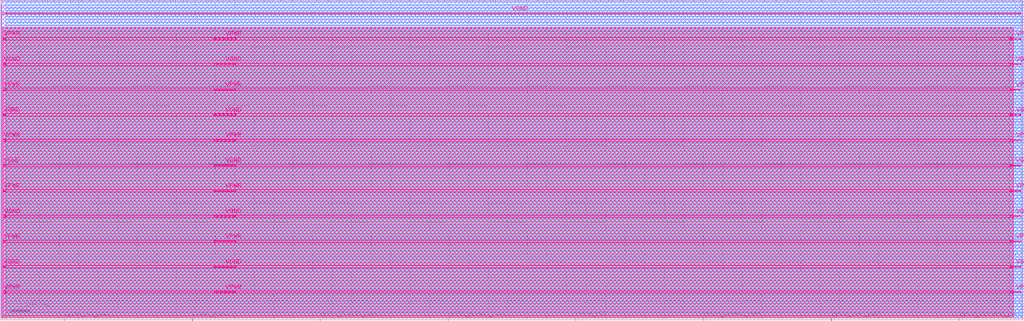
<source format=lef>
VERSION 5.7 ;
  NOWIREEXTENSIONATPIN ON ;
  DIVIDERCHAR "/" ;
  BUSBITCHARS "[]" ;
MACRO mgmt_core_wrapper
  CLASS BLOCK ;
  FOREIGN mgmt_core_wrapper ;
  ORIGIN 0.000 0.000 ;
  SIZE 2620.000 BY 820.000 ;
  PIN VGND
    DIRECTION INPUT ;
    USE GROUND ;
    PORT
      LAYER met5 ;
        RECT 5.520 134.280 11.000 137.480 ;
    END
    PORT
      LAYER met5 ;
        RECT 549.000 134.280 601.000 137.480 ;
    END
    PORT
      LAYER met5 ;
        RECT 2589.000 134.280 2614.180 137.480 ;
    END
    PORT
      LAYER met5 ;
        RECT 5.520 264.280 11.000 267.480 ;
    END
    PORT
      LAYER met5 ;
        RECT 549.000 264.280 601.000 267.480 ;
    END
    PORT
      LAYER met5 ;
        RECT 2589.000 264.280 2614.180 267.480 ;
    END
    PORT
      LAYER met5 ;
        RECT 5.520 394.280 11.000 397.480 ;
    END
    PORT
      LAYER met5 ;
        RECT 549.000 394.280 601.000 397.480 ;
    END
    PORT
      LAYER met5 ;
        RECT 2589.000 394.280 2614.180 397.480 ;
    END
    PORT
      LAYER met5 ;
        RECT 5.520 524.280 11.000 527.480 ;
    END
    PORT
      LAYER met5 ;
        RECT 549.000 524.280 601.000 527.480 ;
    END
    PORT
      LAYER met5 ;
        RECT 2589.000 524.280 2614.180 527.480 ;
    END
    PORT
      LAYER met5 ;
        RECT 5.520 654.280 11.000 657.480 ;
    END
    PORT
      LAYER met5 ;
        RECT 549.000 654.280 601.000 657.480 ;
    END
    PORT
      LAYER met5 ;
        RECT 2589.000 654.280 2614.180 657.480 ;
    END
    PORT
      LAYER met5 ;
        RECT 5.520 784.280 2614.180 787.480 ;
    END
  END VGND
  PIN VPWR
    DIRECTION INPUT ;
    USE POWER ;
    PORT
      LAYER met5 ;
        RECT 5.520 69.280 11.000 72.480 ;
    END
    PORT
      LAYER met5 ;
        RECT 549.000 69.280 601.000 72.480 ;
    END
    PORT
      LAYER met5 ;
        RECT 2589.000 69.280 2614.180 72.480 ;
    END
    PORT
      LAYER met5 ;
        RECT 5.520 199.280 11.000 202.480 ;
    END
    PORT
      LAYER met5 ;
        RECT 549.000 199.280 601.000 202.480 ;
    END
    PORT
      LAYER met5 ;
        RECT 2589.000 199.280 2614.180 202.480 ;
    END
    PORT
      LAYER met5 ;
        RECT 5.520 329.280 11.000 332.480 ;
    END
    PORT
      LAYER met5 ;
        RECT 549.000 329.280 601.000 332.480 ;
    END
    PORT
      LAYER met5 ;
        RECT 2589.000 329.280 2614.180 332.480 ;
    END
    PORT
      LAYER met5 ;
        RECT 5.520 459.280 11.000 462.480 ;
    END
    PORT
      LAYER met5 ;
        RECT 549.000 459.280 601.000 462.480 ;
    END
    PORT
      LAYER met5 ;
        RECT 2589.000 459.280 2614.180 462.480 ;
    END
    PORT
      LAYER met5 ;
        RECT 5.520 589.280 11.000 592.480 ;
    END
    PORT
      LAYER met5 ;
        RECT 549.000 589.280 601.000 592.480 ;
    END
    PORT
      LAYER met5 ;
        RECT 2589.000 589.280 2614.180 592.480 ;
    END
    PORT
      LAYER met5 ;
        RECT 5.520 719.280 11.000 722.480 ;
    END
    PORT
      LAYER met5 ;
        RECT 549.000 719.280 601.000 722.480 ;
    END
    PORT
      LAYER met5 ;
        RECT 2589.000 719.280 2614.180 722.480 ;
    END
  END VPWR
  PIN core_clk
    DIRECTION INPUT ;
    USE SIGNAL ;
    PORT
      LAYER met2 ;
        RECT 1473.930 -2.000 1474.210 4.000 ;
    END
  END core_clk
  PIN core_rstn
    DIRECTION INPUT ;
    USE SIGNAL ;
    PORT
      LAYER met2 ;
        RECT 491.370 -2.000 491.650 4.000 ;
    END
  END core_rstn
  PIN debug_in
    DIRECTION INPUT ;
    USE SIGNAL ;
    PORT
      LAYER met3 ;
        RECT 2616.000 318.960 2622.000 319.560 ;
    END
  END debug_in
  PIN debug_mode
    DIRECTION OUTPUT TRISTATE ;
    USE SIGNAL ;
    PORT
      LAYER met3 ;
        RECT 2616.000 326.440 2622.000 327.040 ;
    END
  END debug_mode
  PIN debug_oeb
    DIRECTION OUTPUT TRISTATE ;
    USE SIGNAL ;
    PORT
      LAYER met3 ;
        RECT 2616.000 333.920 2622.000 334.520 ;
    END
  END debug_oeb
  PIN debug_out
    DIRECTION OUTPUT TRISTATE ;
    USE SIGNAL ;
    PORT
      LAYER met3 ;
        RECT 2616.000 341.400 2622.000 342.000 ;
    END
  END debug_out
  PIN flash_clk
    DIRECTION OUTPUT TRISTATE ;
    USE SIGNAL ;
    PORT
      LAYER met3 ;
        RECT 2616.000 725.600 2622.000 726.200 ;
    END
  END flash_clk
  PIN flash_csb
    DIRECTION OUTPUT TRISTATE ;
    USE SIGNAL ;
    PORT
      LAYER met3 ;
        RECT 2616.000 718.120 2622.000 718.720 ;
    END
  END flash_csb
  PIN flash_io0_di
    DIRECTION INPUT ;
    USE SIGNAL ;
    PORT
      LAYER met3 ;
        RECT 2616.000 733.080 2622.000 733.680 ;
    END
  END flash_io0_di
  PIN flash_io0_do
    DIRECTION OUTPUT TRISTATE ;
    USE SIGNAL ;
    PORT
      LAYER met3 ;
        RECT 2616.000 740.560 2622.000 741.160 ;
    END
  END flash_io0_do
  PIN flash_io0_oeb
    DIRECTION OUTPUT TRISTATE ;
    USE SIGNAL ;
    PORT
      LAYER met3 ;
        RECT 2616.000 748.040 2622.000 748.640 ;
    END
  END flash_io0_oeb
  PIN flash_io1_di
    DIRECTION INPUT ;
    USE SIGNAL ;
    PORT
      LAYER met3 ;
        RECT 2616.000 755.520 2622.000 756.120 ;
    END
  END flash_io1_di
  PIN flash_io1_do
    DIRECTION OUTPUT TRISTATE ;
    USE SIGNAL ;
    PORT
      LAYER met3 ;
        RECT 2616.000 763.000 2622.000 763.600 ;
    END
  END flash_io1_do
  PIN flash_io1_oeb
    DIRECTION OUTPUT TRISTATE ;
    USE SIGNAL ;
    PORT
      LAYER met3 ;
        RECT 2616.000 770.480 2622.000 771.080 ;
    END
  END flash_io1_oeb
  PIN flash_io2_di
    DIRECTION INPUT ;
    USE SIGNAL ;
    PORT
      LAYER met3 ;
        RECT 2616.000 777.960 2622.000 778.560 ;
    END
  END flash_io2_di
  PIN flash_io2_do
    DIRECTION OUTPUT TRISTATE ;
    USE SIGNAL ;
    PORT
      LAYER met3 ;
        RECT 2616.000 785.440 2622.000 786.040 ;
    END
  END flash_io2_do
  PIN flash_io2_oeb
    DIRECTION OUTPUT TRISTATE ;
    USE SIGNAL ;
    PORT
      LAYER met3 ;
        RECT 2616.000 792.920 2622.000 793.520 ;
    END
  END flash_io2_oeb
  PIN flash_io3_di
    DIRECTION INPUT ;
    USE SIGNAL ;
    PORT
      LAYER met3 ;
        RECT 2616.000 800.400 2622.000 801.000 ;
    END
  END flash_io3_di
  PIN flash_io3_do
    DIRECTION OUTPUT TRISTATE ;
    USE SIGNAL ;
    PORT
      LAYER met3 ;
        RECT 2616.000 807.880 2622.000 808.480 ;
    END
  END flash_io3_do
  PIN flash_io3_oeb
    DIRECTION OUTPUT TRISTATE ;
    USE SIGNAL ;
    PORT
      LAYER met3 ;
        RECT 2616.000 815.360 2622.000 815.960 ;
    END
  END flash_io3_oeb
  PIN gpio_in_pad
    DIRECTION INPUT ;
    USE SIGNAL ;
    PORT
      LAYER met2 ;
        RECT 163.850 -2.000 164.130 4.000 ;
    END
  END gpio_in_pad
  PIN gpio_inenb_pad
    DIRECTION OUTPUT TRISTATE ;
    USE SIGNAL ;
    PORT
      LAYER met2 ;
        RECT 818.890 -2.000 819.170 4.000 ;
    END
  END gpio_inenb_pad
  PIN gpio_mode0_pad
    DIRECTION OUTPUT TRISTATE ;
    USE SIGNAL ;
    PORT
      LAYER met2 ;
        RECT 1146.410 -2.000 1146.690 4.000 ;
    END
  END gpio_mode0_pad
  PIN gpio_mode1_pad
    DIRECTION OUTPUT TRISTATE ;
    USE SIGNAL ;
    PORT
      LAYER met2 ;
        RECT 1801.450 -2.000 1801.730 4.000 ;
    END
  END gpio_mode1_pad
  PIN gpio_out_pad
    DIRECTION OUTPUT TRISTATE ;
    USE SIGNAL ;
    PORT
      LAYER met2 ;
        RECT 2128.970 -2.000 2129.250 4.000 ;
    END
  END gpio_out_pad
  PIN gpio_outenb_pad
    DIRECTION OUTPUT TRISTATE ;
    USE SIGNAL ;
    PORT
      LAYER met2 ;
        RECT 2456.490 -2.000 2456.770 4.000 ;
    END
  END gpio_outenb_pad
  PIN hk_ack_i
    DIRECTION INPUT ;
    USE SIGNAL ;
    PORT
      LAYER met3 ;
        RECT 2616.000 454.280 2622.000 454.880 ;
    END
  END hk_ack_i
  PIN hk_cyc_o
    DIRECTION OUTPUT TRISTATE ;
    USE SIGNAL ;
    PORT
      LAYER met3 ;
        RECT 2616.000 469.240 2622.000 469.840 ;
    END
  END hk_cyc_o
  PIN hk_dat_i[0]
    DIRECTION INPUT ;
    USE SIGNAL ;
    PORT
      LAYER met3 ;
        RECT 2616.000 477.400 2622.000 478.000 ;
    END
  END hk_dat_i[0]
  PIN hk_dat_i[10]
    DIRECTION INPUT ;
    USE SIGNAL ;
    PORT
      LAYER met3 ;
        RECT 2616.000 552.200 2622.000 552.800 ;
    END
  END hk_dat_i[10]
  PIN hk_dat_i[11]
    DIRECTION INPUT ;
    USE SIGNAL ;
    PORT
      LAYER met3 ;
        RECT 2616.000 559.680 2622.000 560.280 ;
    END
  END hk_dat_i[11]
  PIN hk_dat_i[12]
    DIRECTION INPUT ;
    USE SIGNAL ;
    PORT
      LAYER met3 ;
        RECT 2616.000 567.160 2622.000 567.760 ;
    END
  END hk_dat_i[12]
  PIN hk_dat_i[13]
    DIRECTION INPUT ;
    USE SIGNAL ;
    PORT
      LAYER met3 ;
        RECT 2616.000 574.640 2622.000 575.240 ;
    END
  END hk_dat_i[13]
  PIN hk_dat_i[14]
    DIRECTION INPUT ;
    USE SIGNAL ;
    PORT
      LAYER met3 ;
        RECT 2616.000 582.120 2622.000 582.720 ;
    END
  END hk_dat_i[14]
  PIN hk_dat_i[15]
    DIRECTION INPUT ;
    USE SIGNAL ;
    PORT
      LAYER met3 ;
        RECT 2616.000 590.280 2622.000 590.880 ;
    END
  END hk_dat_i[15]
  PIN hk_dat_i[16]
    DIRECTION INPUT ;
    USE SIGNAL ;
    PORT
      LAYER met3 ;
        RECT 2616.000 597.760 2622.000 598.360 ;
    END
  END hk_dat_i[16]
  PIN hk_dat_i[17]
    DIRECTION INPUT ;
    USE SIGNAL ;
    PORT
      LAYER met3 ;
        RECT 2616.000 605.240 2622.000 605.840 ;
    END
  END hk_dat_i[17]
  PIN hk_dat_i[18]
    DIRECTION INPUT ;
    USE SIGNAL ;
    PORT
      LAYER met3 ;
        RECT 2616.000 612.720 2622.000 613.320 ;
    END
  END hk_dat_i[18]
  PIN hk_dat_i[19]
    DIRECTION INPUT ;
    USE SIGNAL ;
    PORT
      LAYER met3 ;
        RECT 2616.000 620.200 2622.000 620.800 ;
    END
  END hk_dat_i[19]
  PIN hk_dat_i[1]
    DIRECTION INPUT ;
    USE SIGNAL ;
    PORT
      LAYER met3 ;
        RECT 2616.000 484.880 2622.000 485.480 ;
    END
  END hk_dat_i[1]
  PIN hk_dat_i[20]
    DIRECTION INPUT ;
    USE SIGNAL ;
    PORT
      LAYER met3 ;
        RECT 2616.000 627.680 2622.000 628.280 ;
    END
  END hk_dat_i[20]
  PIN hk_dat_i[21]
    DIRECTION INPUT ;
    USE SIGNAL ;
    PORT
      LAYER met3 ;
        RECT 2616.000 635.160 2622.000 635.760 ;
    END
  END hk_dat_i[21]
  PIN hk_dat_i[22]
    DIRECTION INPUT ;
    USE SIGNAL ;
    PORT
      LAYER met3 ;
        RECT 2616.000 642.640 2622.000 643.240 ;
    END
  END hk_dat_i[22]
  PIN hk_dat_i[23]
    DIRECTION INPUT ;
    USE SIGNAL ;
    PORT
      LAYER met3 ;
        RECT 2616.000 650.120 2622.000 650.720 ;
    END
  END hk_dat_i[23]
  PIN hk_dat_i[24]
    DIRECTION INPUT ;
    USE SIGNAL ;
    PORT
      LAYER met3 ;
        RECT 2616.000 657.600 2622.000 658.200 ;
    END
  END hk_dat_i[24]
  PIN hk_dat_i[25]
    DIRECTION INPUT ;
    USE SIGNAL ;
    PORT
      LAYER met3 ;
        RECT 2616.000 665.080 2622.000 665.680 ;
    END
  END hk_dat_i[25]
  PIN hk_dat_i[26]
    DIRECTION INPUT ;
    USE SIGNAL ;
    PORT
      LAYER met3 ;
        RECT 2616.000 672.560 2622.000 673.160 ;
    END
  END hk_dat_i[26]
  PIN hk_dat_i[27]
    DIRECTION INPUT ;
    USE SIGNAL ;
    PORT
      LAYER met3 ;
        RECT 2616.000 680.040 2622.000 680.640 ;
    END
  END hk_dat_i[27]
  PIN hk_dat_i[28]
    DIRECTION INPUT ;
    USE SIGNAL ;
    PORT
      LAYER met3 ;
        RECT 2616.000 687.520 2622.000 688.120 ;
    END
  END hk_dat_i[28]
  PIN hk_dat_i[29]
    DIRECTION INPUT ;
    USE SIGNAL ;
    PORT
      LAYER met3 ;
        RECT 2616.000 695.000 2622.000 695.600 ;
    END
  END hk_dat_i[29]
  PIN hk_dat_i[2]
    DIRECTION INPUT ;
    USE SIGNAL ;
    PORT
      LAYER met3 ;
        RECT 2616.000 492.360 2622.000 492.960 ;
    END
  END hk_dat_i[2]
  PIN hk_dat_i[30]
    DIRECTION INPUT ;
    USE SIGNAL ;
    PORT
      LAYER met3 ;
        RECT 2616.000 702.480 2622.000 703.080 ;
    END
  END hk_dat_i[30]
  PIN hk_dat_i[31]
    DIRECTION INPUT ;
    USE SIGNAL ;
    PORT
      LAYER met3 ;
        RECT 2616.000 710.640 2622.000 711.240 ;
    END
  END hk_dat_i[31]
  PIN hk_dat_i[3]
    DIRECTION INPUT ;
    USE SIGNAL ;
    PORT
      LAYER met3 ;
        RECT 2616.000 499.840 2622.000 500.440 ;
    END
  END hk_dat_i[3]
  PIN hk_dat_i[4]
    DIRECTION INPUT ;
    USE SIGNAL ;
    PORT
      LAYER met3 ;
        RECT 2616.000 507.320 2622.000 507.920 ;
    END
  END hk_dat_i[4]
  PIN hk_dat_i[5]
    DIRECTION INPUT ;
    USE SIGNAL ;
    PORT
      LAYER met3 ;
        RECT 2616.000 514.800 2622.000 515.400 ;
    END
  END hk_dat_i[5]
  PIN hk_dat_i[6]
    DIRECTION INPUT ;
    USE SIGNAL ;
    PORT
      LAYER met3 ;
        RECT 2616.000 522.280 2622.000 522.880 ;
    END
  END hk_dat_i[6]
  PIN hk_dat_i[7]
    DIRECTION INPUT ;
    USE SIGNAL ;
    PORT
      LAYER met3 ;
        RECT 2616.000 529.760 2622.000 530.360 ;
    END
  END hk_dat_i[7]
  PIN hk_dat_i[8]
    DIRECTION INPUT ;
    USE SIGNAL ;
    PORT
      LAYER met3 ;
        RECT 2616.000 537.240 2622.000 537.840 ;
    END
  END hk_dat_i[8]
  PIN hk_dat_i[9]
    DIRECTION INPUT ;
    USE SIGNAL ;
    PORT
      LAYER met3 ;
        RECT 2616.000 544.720 2622.000 545.320 ;
    END
  END hk_dat_i[9]
  PIN hk_stb_o
    DIRECTION OUTPUT TRISTATE ;
    USE SIGNAL ;
    PORT
      LAYER met3 ;
        RECT 2616.000 461.760 2622.000 462.360 ;
    END
  END hk_stb_o
  PIN irq[0]
    DIRECTION INPUT ;
    USE SIGNAL ;
    PORT
      LAYER met2 ;
        RECT 2609.210 816.000 2609.490 822.000 ;
    END
  END irq[0]
  PIN irq[1]
    DIRECTION INPUT ;
    USE SIGNAL ;
    PORT
      LAYER met2 ;
        RECT 2613.350 816.000 2613.630 822.000 ;
    END
  END irq[1]
  PIN irq[2]
    DIRECTION INPUT ;
    USE SIGNAL ;
    PORT
      LAYER met2 ;
        RECT 2617.490 816.000 2617.770 822.000 ;
    END
  END irq[2]
  PIN irq[3]
    DIRECTION INPUT ;
    USE SIGNAL ;
    PORT
      LAYER met3 ;
        RECT 2616.000 372.000 2622.000 372.600 ;
    END
  END irq[3]
  PIN irq[4]
    DIRECTION INPUT ;
    USE SIGNAL ;
    PORT
      LAYER met3 ;
        RECT 2616.000 364.520 2622.000 365.120 ;
    END
  END irq[4]
  PIN irq[5]
    DIRECTION INPUT ;
    USE SIGNAL ;
    PORT
      LAYER met3 ;
        RECT 2616.000 357.040 2622.000 357.640 ;
    END
  END irq[5]
  PIN la_iena[0]
    DIRECTION OUTPUT TRISTATE ;
    USE SIGNAL ;
    PORT
      LAYER met2 ;
        RECT 1.930 816.000 2.210 822.000 ;
    END
  END la_iena[0]
  PIN la_iena[100]
    DIRECTION OUTPUT TRISTATE ;
    USE SIGNAL ;
    PORT
      LAYER met2 ;
        RECT 1684.150 816.000 1684.430 822.000 ;
    END
  END la_iena[100]
  PIN la_iena[101]
    DIRECTION OUTPUT TRISTATE ;
    USE SIGNAL ;
    PORT
      LAYER met2 ;
        RECT 1700.710 816.000 1700.990 822.000 ;
    END
  END la_iena[101]
  PIN la_iena[102]
    DIRECTION OUTPUT TRISTATE ;
    USE SIGNAL ;
    PORT
      LAYER met2 ;
        RECT 1717.730 816.000 1718.010 822.000 ;
    END
  END la_iena[102]
  PIN la_iena[103]
    DIRECTION OUTPUT TRISTATE ;
    USE SIGNAL ;
    PORT
      LAYER met2 ;
        RECT 1734.290 816.000 1734.570 822.000 ;
    END
  END la_iena[103]
  PIN la_iena[104]
    DIRECTION OUTPUT TRISTATE ;
    USE SIGNAL ;
    PORT
      LAYER met2 ;
        RECT 1751.310 816.000 1751.590 822.000 ;
    END
  END la_iena[104]
  PIN la_iena[105]
    DIRECTION OUTPUT TRISTATE ;
    USE SIGNAL ;
    PORT
      LAYER met2 ;
        RECT 1768.330 816.000 1768.610 822.000 ;
    END
  END la_iena[105]
  PIN la_iena[106]
    DIRECTION OUTPUT TRISTATE ;
    USE SIGNAL ;
    PORT
      LAYER met2 ;
        RECT 1784.890 816.000 1785.170 822.000 ;
    END
  END la_iena[106]
  PIN la_iena[107]
    DIRECTION OUTPUT TRISTATE ;
    USE SIGNAL ;
    PORT
      LAYER met2 ;
        RECT 1801.910 816.000 1802.190 822.000 ;
    END
  END la_iena[107]
  PIN la_iena[108]
    DIRECTION OUTPUT TRISTATE ;
    USE SIGNAL ;
    PORT
      LAYER met2 ;
        RECT 1818.470 816.000 1818.750 822.000 ;
    END
  END la_iena[108]
  PIN la_iena[109]
    DIRECTION OUTPUT TRISTATE ;
    USE SIGNAL ;
    PORT
      LAYER met2 ;
        RECT 1835.490 816.000 1835.770 822.000 ;
    END
  END la_iena[109]
  PIN la_iena[10]
    DIRECTION OUTPUT TRISTATE ;
    USE SIGNAL ;
    PORT
      LAYER met2 ;
        RECT 169.830 816.000 170.110 822.000 ;
    END
  END la_iena[10]
  PIN la_iena[110]
    DIRECTION OUTPUT TRISTATE ;
    USE SIGNAL ;
    PORT
      LAYER met2 ;
        RECT 1852.050 816.000 1852.330 822.000 ;
    END
  END la_iena[110]
  PIN la_iena[111]
    DIRECTION OUTPUT TRISTATE ;
    USE SIGNAL ;
    PORT
      LAYER met2 ;
        RECT 1869.070 816.000 1869.350 822.000 ;
    END
  END la_iena[111]
  PIN la_iena[112]
    DIRECTION OUTPUT TRISTATE ;
    USE SIGNAL ;
    PORT
      LAYER met2 ;
        RECT 1886.090 816.000 1886.370 822.000 ;
    END
  END la_iena[112]
  PIN la_iena[113]
    DIRECTION OUTPUT TRISTATE ;
    USE SIGNAL ;
    PORT
      LAYER met2 ;
        RECT 1902.650 816.000 1902.930 822.000 ;
    END
  END la_iena[113]
  PIN la_iena[114]
    DIRECTION OUTPUT TRISTATE ;
    USE SIGNAL ;
    PORT
      LAYER met2 ;
        RECT 1919.670 816.000 1919.950 822.000 ;
    END
  END la_iena[114]
  PIN la_iena[115]
    DIRECTION OUTPUT TRISTATE ;
    USE SIGNAL ;
    PORT
      LAYER met2 ;
        RECT 1936.230 816.000 1936.510 822.000 ;
    END
  END la_iena[115]
  PIN la_iena[116]
    DIRECTION OUTPUT TRISTATE ;
    USE SIGNAL ;
    PORT
      LAYER met2 ;
        RECT 1953.250 816.000 1953.530 822.000 ;
    END
  END la_iena[116]
  PIN la_iena[117]
    DIRECTION OUTPUT TRISTATE ;
    USE SIGNAL ;
    PORT
      LAYER met2 ;
        RECT 1969.810 816.000 1970.090 822.000 ;
    END
  END la_iena[117]
  PIN la_iena[118]
    DIRECTION OUTPUT TRISTATE ;
    USE SIGNAL ;
    PORT
      LAYER met2 ;
        RECT 1986.830 816.000 1987.110 822.000 ;
    END
  END la_iena[118]
  PIN la_iena[119]
    DIRECTION OUTPUT TRISTATE ;
    USE SIGNAL ;
    PORT
      LAYER met2 ;
        RECT 2003.850 816.000 2004.130 822.000 ;
    END
  END la_iena[119]
  PIN la_iena[11]
    DIRECTION OUTPUT TRISTATE ;
    USE SIGNAL ;
    PORT
      LAYER met2 ;
        RECT 186.850 816.000 187.130 822.000 ;
    END
  END la_iena[11]
  PIN la_iena[120]
    DIRECTION OUTPUT TRISTATE ;
    USE SIGNAL ;
    PORT
      LAYER met2 ;
        RECT 2020.410 816.000 2020.690 822.000 ;
    END
  END la_iena[120]
  PIN la_iena[121]
    DIRECTION OUTPUT TRISTATE ;
    USE SIGNAL ;
    PORT
      LAYER met2 ;
        RECT 2037.430 816.000 2037.710 822.000 ;
    END
  END la_iena[121]
  PIN la_iena[122]
    DIRECTION OUTPUT TRISTATE ;
    USE SIGNAL ;
    PORT
      LAYER met2 ;
        RECT 2053.990 816.000 2054.270 822.000 ;
    END
  END la_iena[122]
  PIN la_iena[123]
    DIRECTION OUTPUT TRISTATE ;
    USE SIGNAL ;
    PORT
      LAYER met2 ;
        RECT 2071.010 816.000 2071.290 822.000 ;
    END
  END la_iena[123]
  PIN la_iena[124]
    DIRECTION OUTPUT TRISTATE ;
    USE SIGNAL ;
    PORT
      LAYER met2 ;
        RECT 2087.570 816.000 2087.850 822.000 ;
    END
  END la_iena[124]
  PIN la_iena[125]
    DIRECTION OUTPUT TRISTATE ;
    USE SIGNAL ;
    PORT
      LAYER met2 ;
        RECT 2104.590 816.000 2104.870 822.000 ;
    END
  END la_iena[125]
  PIN la_iena[126]
    DIRECTION OUTPUT TRISTATE ;
    USE SIGNAL ;
    PORT
      LAYER met2 ;
        RECT 2121.610 816.000 2121.890 822.000 ;
    END
  END la_iena[126]
  PIN la_iena[127]
    DIRECTION OUTPUT TRISTATE ;
    USE SIGNAL ;
    PORT
      LAYER met2 ;
        RECT 2138.170 816.000 2138.450 822.000 ;
    END
  END la_iena[127]
  PIN la_iena[12]
    DIRECTION OUTPUT TRISTATE ;
    USE SIGNAL ;
    PORT
      LAYER met2 ;
        RECT 203.410 816.000 203.690 822.000 ;
    END
  END la_iena[12]
  PIN la_iena[13]
    DIRECTION OUTPUT TRISTATE ;
    USE SIGNAL ;
    PORT
      LAYER met2 ;
        RECT 220.430 816.000 220.710 822.000 ;
    END
  END la_iena[13]
  PIN la_iena[14]
    DIRECTION OUTPUT TRISTATE ;
    USE SIGNAL ;
    PORT
      LAYER met2 ;
        RECT 237.450 816.000 237.730 822.000 ;
    END
  END la_iena[14]
  PIN la_iena[15]
    DIRECTION OUTPUT TRISTATE ;
    USE SIGNAL ;
    PORT
      LAYER met2 ;
        RECT 254.010 816.000 254.290 822.000 ;
    END
  END la_iena[15]
  PIN la_iena[16]
    DIRECTION OUTPUT TRISTATE ;
    USE SIGNAL ;
    PORT
      LAYER met2 ;
        RECT 271.030 816.000 271.310 822.000 ;
    END
  END la_iena[16]
  PIN la_iena[17]
    DIRECTION OUTPUT TRISTATE ;
    USE SIGNAL ;
    PORT
      LAYER met2 ;
        RECT 287.590 816.000 287.870 822.000 ;
    END
  END la_iena[17]
  PIN la_iena[18]
    DIRECTION OUTPUT TRISTATE ;
    USE SIGNAL ;
    PORT
      LAYER met2 ;
        RECT 304.610 816.000 304.890 822.000 ;
    END
  END la_iena[18]
  PIN la_iena[19]
    DIRECTION OUTPUT TRISTATE ;
    USE SIGNAL ;
    PORT
      LAYER met2 ;
        RECT 321.170 816.000 321.450 822.000 ;
    END
  END la_iena[19]
  PIN la_iena[1]
    DIRECTION OUTPUT TRISTATE ;
    USE SIGNAL ;
    PORT
      LAYER met2 ;
        RECT 18.490 816.000 18.770 822.000 ;
    END
  END la_iena[1]
  PIN la_iena[20]
    DIRECTION OUTPUT TRISTATE ;
    USE SIGNAL ;
    PORT
      LAYER met2 ;
        RECT 338.190 816.000 338.470 822.000 ;
    END
  END la_iena[20]
  PIN la_iena[21]
    DIRECTION OUTPUT TRISTATE ;
    USE SIGNAL ;
    PORT
      LAYER met2 ;
        RECT 355.210 816.000 355.490 822.000 ;
    END
  END la_iena[21]
  PIN la_iena[22]
    DIRECTION OUTPUT TRISTATE ;
    USE SIGNAL ;
    PORT
      LAYER met2 ;
        RECT 371.770 816.000 372.050 822.000 ;
    END
  END la_iena[22]
  PIN la_iena[23]
    DIRECTION OUTPUT TRISTATE ;
    USE SIGNAL ;
    PORT
      LAYER met2 ;
        RECT 388.790 816.000 389.070 822.000 ;
    END
  END la_iena[23]
  PIN la_iena[24]
    DIRECTION OUTPUT TRISTATE ;
    USE SIGNAL ;
    PORT
      LAYER met2 ;
        RECT 405.350 816.000 405.630 822.000 ;
    END
  END la_iena[24]
  PIN la_iena[25]
    DIRECTION OUTPUT TRISTATE ;
    USE SIGNAL ;
    PORT
      LAYER met2 ;
        RECT 422.370 816.000 422.650 822.000 ;
    END
  END la_iena[25]
  PIN la_iena[26]
    DIRECTION OUTPUT TRISTATE ;
    USE SIGNAL ;
    PORT
      LAYER met2 ;
        RECT 438.930 816.000 439.210 822.000 ;
    END
  END la_iena[26]
  PIN la_iena[27]
    DIRECTION OUTPUT TRISTATE ;
    USE SIGNAL ;
    PORT
      LAYER met2 ;
        RECT 455.950 816.000 456.230 822.000 ;
    END
  END la_iena[27]
  PIN la_iena[28]
    DIRECTION OUTPUT TRISTATE ;
    USE SIGNAL ;
    PORT
      LAYER met2 ;
        RECT 472.970 816.000 473.250 822.000 ;
    END
  END la_iena[28]
  PIN la_iena[29]
    DIRECTION OUTPUT TRISTATE ;
    USE SIGNAL ;
    PORT
      LAYER met2 ;
        RECT 489.530 816.000 489.810 822.000 ;
    END
  END la_iena[29]
  PIN la_iena[2]
    DIRECTION OUTPUT TRISTATE ;
    USE SIGNAL ;
    PORT
      LAYER met2 ;
        RECT 35.510 816.000 35.790 822.000 ;
    END
  END la_iena[2]
  PIN la_iena[30]
    DIRECTION OUTPUT TRISTATE ;
    USE SIGNAL ;
    PORT
      LAYER met2 ;
        RECT 506.550 816.000 506.830 822.000 ;
    END
  END la_iena[30]
  PIN la_iena[31]
    DIRECTION OUTPUT TRISTATE ;
    USE SIGNAL ;
    PORT
      LAYER met2 ;
        RECT 523.110 816.000 523.390 822.000 ;
    END
  END la_iena[31]
  PIN la_iena[32]
    DIRECTION OUTPUT TRISTATE ;
    USE SIGNAL ;
    PORT
      LAYER met2 ;
        RECT 540.130 816.000 540.410 822.000 ;
    END
  END la_iena[32]
  PIN la_iena[33]
    DIRECTION OUTPUT TRISTATE ;
    USE SIGNAL ;
    PORT
      LAYER met2 ;
        RECT 556.690 816.000 556.970 822.000 ;
    END
  END la_iena[33]
  PIN la_iena[34]
    DIRECTION OUTPUT TRISTATE ;
    USE SIGNAL ;
    PORT
      LAYER met2 ;
        RECT 573.710 816.000 573.990 822.000 ;
    END
  END la_iena[34]
  PIN la_iena[35]
    DIRECTION OUTPUT TRISTATE ;
    USE SIGNAL ;
    PORT
      LAYER met2 ;
        RECT 590.730 816.000 591.010 822.000 ;
    END
  END la_iena[35]
  PIN la_iena[36]
    DIRECTION OUTPUT TRISTATE ;
    USE SIGNAL ;
    PORT
      LAYER met2 ;
        RECT 607.290 816.000 607.570 822.000 ;
    END
  END la_iena[36]
  PIN la_iena[37]
    DIRECTION OUTPUT TRISTATE ;
    USE SIGNAL ;
    PORT
      LAYER met2 ;
        RECT 624.310 816.000 624.590 822.000 ;
    END
  END la_iena[37]
  PIN la_iena[38]
    DIRECTION OUTPUT TRISTATE ;
    USE SIGNAL ;
    PORT
      LAYER met2 ;
        RECT 640.870 816.000 641.150 822.000 ;
    END
  END la_iena[38]
  PIN la_iena[39]
    DIRECTION OUTPUT TRISTATE ;
    USE SIGNAL ;
    PORT
      LAYER met2 ;
        RECT 657.890 816.000 658.170 822.000 ;
    END
  END la_iena[39]
  PIN la_iena[3]
    DIRECTION OUTPUT TRISTATE ;
    USE SIGNAL ;
    PORT
      LAYER met2 ;
        RECT 52.070 816.000 52.350 822.000 ;
    END
  END la_iena[3]
  PIN la_iena[40]
    DIRECTION OUTPUT TRISTATE ;
    USE SIGNAL ;
    PORT
      LAYER met2 ;
        RECT 674.450 816.000 674.730 822.000 ;
    END
  END la_iena[40]
  PIN la_iena[41]
    DIRECTION OUTPUT TRISTATE ;
    USE SIGNAL ;
    PORT
      LAYER met2 ;
        RECT 691.470 816.000 691.750 822.000 ;
    END
  END la_iena[41]
  PIN la_iena[42]
    DIRECTION OUTPUT TRISTATE ;
    USE SIGNAL ;
    PORT
      LAYER met2 ;
        RECT 708.490 816.000 708.770 822.000 ;
    END
  END la_iena[42]
  PIN la_iena[43]
    DIRECTION OUTPUT TRISTATE ;
    USE SIGNAL ;
    PORT
      LAYER met2 ;
        RECT 725.050 816.000 725.330 822.000 ;
    END
  END la_iena[43]
  PIN la_iena[44]
    DIRECTION OUTPUT TRISTATE ;
    USE SIGNAL ;
    PORT
      LAYER met2 ;
        RECT 742.070 816.000 742.350 822.000 ;
    END
  END la_iena[44]
  PIN la_iena[45]
    DIRECTION OUTPUT TRISTATE ;
    USE SIGNAL ;
    PORT
      LAYER met2 ;
        RECT 758.630 816.000 758.910 822.000 ;
    END
  END la_iena[45]
  PIN la_iena[46]
    DIRECTION OUTPUT TRISTATE ;
    USE SIGNAL ;
    PORT
      LAYER met2 ;
        RECT 775.650 816.000 775.930 822.000 ;
    END
  END la_iena[46]
  PIN la_iena[47]
    DIRECTION OUTPUT TRISTATE ;
    USE SIGNAL ;
    PORT
      LAYER met2 ;
        RECT 792.210 816.000 792.490 822.000 ;
    END
  END la_iena[47]
  PIN la_iena[48]
    DIRECTION OUTPUT TRISTATE ;
    USE SIGNAL ;
    PORT
      LAYER met2 ;
        RECT 809.230 816.000 809.510 822.000 ;
    END
  END la_iena[48]
  PIN la_iena[49]
    DIRECTION OUTPUT TRISTATE ;
    USE SIGNAL ;
    PORT
      LAYER met2 ;
        RECT 826.250 816.000 826.530 822.000 ;
    END
  END la_iena[49]
  PIN la_iena[4]
    DIRECTION OUTPUT TRISTATE ;
    USE SIGNAL ;
    PORT
      LAYER met2 ;
        RECT 69.090 816.000 69.370 822.000 ;
    END
  END la_iena[4]
  PIN la_iena[50]
    DIRECTION OUTPUT TRISTATE ;
    USE SIGNAL ;
    PORT
      LAYER met2 ;
        RECT 842.810 816.000 843.090 822.000 ;
    END
  END la_iena[50]
  PIN la_iena[51]
    DIRECTION OUTPUT TRISTATE ;
    USE SIGNAL ;
    PORT
      LAYER met2 ;
        RECT 859.830 816.000 860.110 822.000 ;
    END
  END la_iena[51]
  PIN la_iena[52]
    DIRECTION OUTPUT TRISTATE ;
    USE SIGNAL ;
    PORT
      LAYER met2 ;
        RECT 876.390 816.000 876.670 822.000 ;
    END
  END la_iena[52]
  PIN la_iena[53]
    DIRECTION OUTPUT TRISTATE ;
    USE SIGNAL ;
    PORT
      LAYER met2 ;
        RECT 893.410 816.000 893.690 822.000 ;
    END
  END la_iena[53]
  PIN la_iena[54]
    DIRECTION OUTPUT TRISTATE ;
    USE SIGNAL ;
    PORT
      LAYER met2 ;
        RECT 909.970 816.000 910.250 822.000 ;
    END
  END la_iena[54]
  PIN la_iena[55]
    DIRECTION OUTPUT TRISTATE ;
    USE SIGNAL ;
    PORT
      LAYER met2 ;
        RECT 926.990 816.000 927.270 822.000 ;
    END
  END la_iena[55]
  PIN la_iena[56]
    DIRECTION OUTPUT TRISTATE ;
    USE SIGNAL ;
    PORT
      LAYER met2 ;
        RECT 944.010 816.000 944.290 822.000 ;
    END
  END la_iena[56]
  PIN la_iena[57]
    DIRECTION OUTPUT TRISTATE ;
    USE SIGNAL ;
    PORT
      LAYER met2 ;
        RECT 960.570 816.000 960.850 822.000 ;
    END
  END la_iena[57]
  PIN la_iena[58]
    DIRECTION OUTPUT TRISTATE ;
    USE SIGNAL ;
    PORT
      LAYER met2 ;
        RECT 977.590 816.000 977.870 822.000 ;
    END
  END la_iena[58]
  PIN la_iena[59]
    DIRECTION OUTPUT TRISTATE ;
    USE SIGNAL ;
    PORT
      LAYER met2 ;
        RECT 994.150 816.000 994.430 822.000 ;
    END
  END la_iena[59]
  PIN la_iena[5]
    DIRECTION OUTPUT TRISTATE ;
    USE SIGNAL ;
    PORT
      LAYER met2 ;
        RECT 85.650 816.000 85.930 822.000 ;
    END
  END la_iena[5]
  PIN la_iena[60]
    DIRECTION OUTPUT TRISTATE ;
    USE SIGNAL ;
    PORT
      LAYER met2 ;
        RECT 1011.170 816.000 1011.450 822.000 ;
    END
  END la_iena[60]
  PIN la_iena[61]
    DIRECTION OUTPUT TRISTATE ;
    USE SIGNAL ;
    PORT
      LAYER met2 ;
        RECT 1027.730 816.000 1028.010 822.000 ;
    END
  END la_iena[61]
  PIN la_iena[62]
    DIRECTION OUTPUT TRISTATE ;
    USE SIGNAL ;
    PORT
      LAYER met2 ;
        RECT 1044.750 816.000 1045.030 822.000 ;
    END
  END la_iena[62]
  PIN la_iena[63]
    DIRECTION OUTPUT TRISTATE ;
    USE SIGNAL ;
    PORT
      LAYER met2 ;
        RECT 1061.770 816.000 1062.050 822.000 ;
    END
  END la_iena[63]
  PIN la_iena[64]
    DIRECTION OUTPUT TRISTATE ;
    USE SIGNAL ;
    PORT
      LAYER met2 ;
        RECT 1078.330 816.000 1078.610 822.000 ;
    END
  END la_iena[64]
  PIN la_iena[65]
    DIRECTION OUTPUT TRISTATE ;
    USE SIGNAL ;
    PORT
      LAYER met2 ;
        RECT 1095.350 816.000 1095.630 822.000 ;
    END
  END la_iena[65]
  PIN la_iena[66]
    DIRECTION OUTPUT TRISTATE ;
    USE SIGNAL ;
    PORT
      LAYER met2 ;
        RECT 1111.910 816.000 1112.190 822.000 ;
    END
  END la_iena[66]
  PIN la_iena[67]
    DIRECTION OUTPUT TRISTATE ;
    USE SIGNAL ;
    PORT
      LAYER met2 ;
        RECT 1128.930 816.000 1129.210 822.000 ;
    END
  END la_iena[67]
  PIN la_iena[68]
    DIRECTION OUTPUT TRISTATE ;
    USE SIGNAL ;
    PORT
      LAYER met2 ;
        RECT 1145.490 816.000 1145.770 822.000 ;
    END
  END la_iena[68]
  PIN la_iena[69]
    DIRECTION OUTPUT TRISTATE ;
    USE SIGNAL ;
    PORT
      LAYER met2 ;
        RECT 1162.510 816.000 1162.790 822.000 ;
    END
  END la_iena[69]
  PIN la_iena[6]
    DIRECTION OUTPUT TRISTATE ;
    USE SIGNAL ;
    PORT
      LAYER met2 ;
        RECT 102.670 816.000 102.950 822.000 ;
    END
  END la_iena[6]
  PIN la_iena[70]
    DIRECTION OUTPUT TRISTATE ;
    USE SIGNAL ;
    PORT
      LAYER met2 ;
        RECT 1179.530 816.000 1179.810 822.000 ;
    END
  END la_iena[70]
  PIN la_iena[71]
    DIRECTION OUTPUT TRISTATE ;
    USE SIGNAL ;
    PORT
      LAYER met2 ;
        RECT 1196.090 816.000 1196.370 822.000 ;
    END
  END la_iena[71]
  PIN la_iena[72]
    DIRECTION OUTPUT TRISTATE ;
    USE SIGNAL ;
    PORT
      LAYER met2 ;
        RECT 1213.110 816.000 1213.390 822.000 ;
    END
  END la_iena[72]
  PIN la_iena[73]
    DIRECTION OUTPUT TRISTATE ;
    USE SIGNAL ;
    PORT
      LAYER met2 ;
        RECT 1229.670 816.000 1229.950 822.000 ;
    END
  END la_iena[73]
  PIN la_iena[74]
    DIRECTION OUTPUT TRISTATE ;
    USE SIGNAL ;
    PORT
      LAYER met2 ;
        RECT 1246.690 816.000 1246.970 822.000 ;
    END
  END la_iena[74]
  PIN la_iena[75]
    DIRECTION OUTPUT TRISTATE ;
    USE SIGNAL ;
    PORT
      LAYER met2 ;
        RECT 1263.250 816.000 1263.530 822.000 ;
    END
  END la_iena[75]
  PIN la_iena[76]
    DIRECTION OUTPUT TRISTATE ;
    USE SIGNAL ;
    PORT
      LAYER met2 ;
        RECT 1280.270 816.000 1280.550 822.000 ;
    END
  END la_iena[76]
  PIN la_iena[77]
    DIRECTION OUTPUT TRISTATE ;
    USE SIGNAL ;
    PORT
      LAYER met2 ;
        RECT 1297.290 816.000 1297.570 822.000 ;
    END
  END la_iena[77]
  PIN la_iena[78]
    DIRECTION OUTPUT TRISTATE ;
    USE SIGNAL ;
    PORT
      LAYER met2 ;
        RECT 1313.850 816.000 1314.130 822.000 ;
    END
  END la_iena[78]
  PIN la_iena[79]
    DIRECTION OUTPUT TRISTATE ;
    USE SIGNAL ;
    PORT
      LAYER met2 ;
        RECT 1330.870 816.000 1331.150 822.000 ;
    END
  END la_iena[79]
  PIN la_iena[7]
    DIRECTION OUTPUT TRISTATE ;
    USE SIGNAL ;
    PORT
      LAYER met2 ;
        RECT 119.690 816.000 119.970 822.000 ;
    END
  END la_iena[7]
  PIN la_iena[80]
    DIRECTION OUTPUT TRISTATE ;
    USE SIGNAL ;
    PORT
      LAYER met2 ;
        RECT 1347.430 816.000 1347.710 822.000 ;
    END
  END la_iena[80]
  PIN la_iena[81]
    DIRECTION OUTPUT TRISTATE ;
    USE SIGNAL ;
    PORT
      LAYER met2 ;
        RECT 1364.450 816.000 1364.730 822.000 ;
    END
  END la_iena[81]
  PIN la_iena[82]
    DIRECTION OUTPUT TRISTATE ;
    USE SIGNAL ;
    PORT
      LAYER met2 ;
        RECT 1381.010 816.000 1381.290 822.000 ;
    END
  END la_iena[82]
  PIN la_iena[83]
    DIRECTION OUTPUT TRISTATE ;
    USE SIGNAL ;
    PORT
      LAYER met2 ;
        RECT 1398.030 816.000 1398.310 822.000 ;
    END
  END la_iena[83]
  PIN la_iena[84]
    DIRECTION OUTPUT TRISTATE ;
    USE SIGNAL ;
    PORT
      LAYER met2 ;
        RECT 1415.050 816.000 1415.330 822.000 ;
    END
  END la_iena[84]
  PIN la_iena[85]
    DIRECTION OUTPUT TRISTATE ;
    USE SIGNAL ;
    PORT
      LAYER met2 ;
        RECT 1431.610 816.000 1431.890 822.000 ;
    END
  END la_iena[85]
  PIN la_iena[86]
    DIRECTION OUTPUT TRISTATE ;
    USE SIGNAL ;
    PORT
      LAYER met2 ;
        RECT 1448.630 816.000 1448.910 822.000 ;
    END
  END la_iena[86]
  PIN la_iena[87]
    DIRECTION OUTPUT TRISTATE ;
    USE SIGNAL ;
    PORT
      LAYER met2 ;
        RECT 1465.190 816.000 1465.470 822.000 ;
    END
  END la_iena[87]
  PIN la_iena[88]
    DIRECTION OUTPUT TRISTATE ;
    USE SIGNAL ;
    PORT
      LAYER met2 ;
        RECT 1482.210 816.000 1482.490 822.000 ;
    END
  END la_iena[88]
  PIN la_iena[89]
    DIRECTION OUTPUT TRISTATE ;
    USE SIGNAL ;
    PORT
      LAYER met2 ;
        RECT 1498.770 816.000 1499.050 822.000 ;
    END
  END la_iena[89]
  PIN la_iena[8]
    DIRECTION OUTPUT TRISTATE ;
    USE SIGNAL ;
    PORT
      LAYER met2 ;
        RECT 136.250 816.000 136.530 822.000 ;
    END
  END la_iena[8]
  PIN la_iena[90]
    DIRECTION OUTPUT TRISTATE ;
    USE SIGNAL ;
    PORT
      LAYER met2 ;
        RECT 1515.790 816.000 1516.070 822.000 ;
    END
  END la_iena[90]
  PIN la_iena[91]
    DIRECTION OUTPUT TRISTATE ;
    USE SIGNAL ;
    PORT
      LAYER met2 ;
        RECT 1532.810 816.000 1533.090 822.000 ;
    END
  END la_iena[91]
  PIN la_iena[92]
    DIRECTION OUTPUT TRISTATE ;
    USE SIGNAL ;
    PORT
      LAYER met2 ;
        RECT 1549.370 816.000 1549.650 822.000 ;
    END
  END la_iena[92]
  PIN la_iena[93]
    DIRECTION OUTPUT TRISTATE ;
    USE SIGNAL ;
    PORT
      LAYER met2 ;
        RECT 1566.390 816.000 1566.670 822.000 ;
    END
  END la_iena[93]
  PIN la_iena[94]
    DIRECTION OUTPUT TRISTATE ;
    USE SIGNAL ;
    PORT
      LAYER met2 ;
        RECT 1582.950 816.000 1583.230 822.000 ;
    END
  END la_iena[94]
  PIN la_iena[95]
    DIRECTION OUTPUT TRISTATE ;
    USE SIGNAL ;
    PORT
      LAYER met2 ;
        RECT 1599.970 816.000 1600.250 822.000 ;
    END
  END la_iena[95]
  PIN la_iena[96]
    DIRECTION OUTPUT TRISTATE ;
    USE SIGNAL ;
    PORT
      LAYER met2 ;
        RECT 1616.530 816.000 1616.810 822.000 ;
    END
  END la_iena[96]
  PIN la_iena[97]
    DIRECTION OUTPUT TRISTATE ;
    USE SIGNAL ;
    PORT
      LAYER met2 ;
        RECT 1633.550 816.000 1633.830 822.000 ;
    END
  END la_iena[97]
  PIN la_iena[98]
    DIRECTION OUTPUT TRISTATE ;
    USE SIGNAL ;
    PORT
      LAYER met2 ;
        RECT 1650.570 816.000 1650.850 822.000 ;
    END
  END la_iena[98]
  PIN la_iena[99]
    DIRECTION OUTPUT TRISTATE ;
    USE SIGNAL ;
    PORT
      LAYER met2 ;
        RECT 1667.130 816.000 1667.410 822.000 ;
    END
  END la_iena[99]
  PIN la_iena[9]
    DIRECTION OUTPUT TRISTATE ;
    USE SIGNAL ;
    PORT
      LAYER met2 ;
        RECT 153.270 816.000 153.550 822.000 ;
    END
  END la_iena[9]
  PIN la_input[0]
    DIRECTION INPUT ;
    USE SIGNAL ;
    PORT
      LAYER met2 ;
        RECT 6.070 816.000 6.350 822.000 ;
    END
  END la_input[0]
  PIN la_input[100]
    DIRECTION INPUT ;
    USE SIGNAL ;
    PORT
      LAYER met2 ;
        RECT 1688.290 816.000 1688.570 822.000 ;
    END
  END la_input[100]
  PIN la_input[101]
    DIRECTION INPUT ;
    USE SIGNAL ;
    PORT
      LAYER met2 ;
        RECT 1704.850 816.000 1705.130 822.000 ;
    END
  END la_input[101]
  PIN la_input[102]
    DIRECTION INPUT ;
    USE SIGNAL ;
    PORT
      LAYER met2 ;
        RECT 1721.870 816.000 1722.150 822.000 ;
    END
  END la_input[102]
  PIN la_input[103]
    DIRECTION INPUT ;
    USE SIGNAL ;
    PORT
      LAYER met2 ;
        RECT 1738.890 816.000 1739.170 822.000 ;
    END
  END la_input[103]
  PIN la_input[104]
    DIRECTION INPUT ;
    USE SIGNAL ;
    PORT
      LAYER met2 ;
        RECT 1755.450 816.000 1755.730 822.000 ;
    END
  END la_input[104]
  PIN la_input[105]
    DIRECTION INPUT ;
    USE SIGNAL ;
    PORT
      LAYER met2 ;
        RECT 1772.470 816.000 1772.750 822.000 ;
    END
  END la_input[105]
  PIN la_input[106]
    DIRECTION INPUT ;
    USE SIGNAL ;
    PORT
      LAYER met2 ;
        RECT 1789.030 816.000 1789.310 822.000 ;
    END
  END la_input[106]
  PIN la_input[107]
    DIRECTION INPUT ;
    USE SIGNAL ;
    PORT
      LAYER met2 ;
        RECT 1806.050 816.000 1806.330 822.000 ;
    END
  END la_input[107]
  PIN la_input[108]
    DIRECTION INPUT ;
    USE SIGNAL ;
    PORT
      LAYER met2 ;
        RECT 1822.610 816.000 1822.890 822.000 ;
    END
  END la_input[108]
  PIN la_input[109]
    DIRECTION INPUT ;
    USE SIGNAL ;
    PORT
      LAYER met2 ;
        RECT 1839.630 816.000 1839.910 822.000 ;
    END
  END la_input[109]
  PIN la_input[10]
    DIRECTION INPUT ;
    USE SIGNAL ;
    PORT
      LAYER met2 ;
        RECT 173.970 816.000 174.250 822.000 ;
    END
  END la_input[10]
  PIN la_input[110]
    DIRECTION INPUT ;
    USE SIGNAL ;
    PORT
      LAYER met2 ;
        RECT 1856.650 816.000 1856.930 822.000 ;
    END
  END la_input[110]
  PIN la_input[111]
    DIRECTION INPUT ;
    USE SIGNAL ;
    PORT
      LAYER met2 ;
        RECT 1873.210 816.000 1873.490 822.000 ;
    END
  END la_input[111]
  PIN la_input[112]
    DIRECTION INPUT ;
    USE SIGNAL ;
    PORT
      LAYER met2 ;
        RECT 1890.230 816.000 1890.510 822.000 ;
    END
  END la_input[112]
  PIN la_input[113]
    DIRECTION INPUT ;
    USE SIGNAL ;
    PORT
      LAYER met2 ;
        RECT 1906.790 816.000 1907.070 822.000 ;
    END
  END la_input[113]
  PIN la_input[114]
    DIRECTION INPUT ;
    USE SIGNAL ;
    PORT
      LAYER met2 ;
        RECT 1923.810 816.000 1924.090 822.000 ;
    END
  END la_input[114]
  PIN la_input[115]
    DIRECTION INPUT ;
    USE SIGNAL ;
    PORT
      LAYER met2 ;
        RECT 1940.370 816.000 1940.650 822.000 ;
    END
  END la_input[115]
  PIN la_input[116]
    DIRECTION INPUT ;
    USE SIGNAL ;
    PORT
      LAYER met2 ;
        RECT 1957.390 816.000 1957.670 822.000 ;
    END
  END la_input[116]
  PIN la_input[117]
    DIRECTION INPUT ;
    USE SIGNAL ;
    PORT
      LAYER met2 ;
        RECT 1974.410 816.000 1974.690 822.000 ;
    END
  END la_input[117]
  PIN la_input[118]
    DIRECTION INPUT ;
    USE SIGNAL ;
    PORT
      LAYER met2 ;
        RECT 1990.970 816.000 1991.250 822.000 ;
    END
  END la_input[118]
  PIN la_input[119]
    DIRECTION INPUT ;
    USE SIGNAL ;
    PORT
      LAYER met2 ;
        RECT 2007.990 816.000 2008.270 822.000 ;
    END
  END la_input[119]
  PIN la_input[11]
    DIRECTION INPUT ;
    USE SIGNAL ;
    PORT
      LAYER met2 ;
        RECT 190.990 816.000 191.270 822.000 ;
    END
  END la_input[11]
  PIN la_input[120]
    DIRECTION INPUT ;
    USE SIGNAL ;
    PORT
      LAYER met2 ;
        RECT 2024.550 816.000 2024.830 822.000 ;
    END
  END la_input[120]
  PIN la_input[121]
    DIRECTION INPUT ;
    USE SIGNAL ;
    PORT
      LAYER met2 ;
        RECT 2041.570 816.000 2041.850 822.000 ;
    END
  END la_input[121]
  PIN la_input[122]
    DIRECTION INPUT ;
    USE SIGNAL ;
    PORT
      LAYER met2 ;
        RECT 2058.130 816.000 2058.410 822.000 ;
    END
  END la_input[122]
  PIN la_input[123]
    DIRECTION INPUT ;
    USE SIGNAL ;
    PORT
      LAYER met2 ;
        RECT 2075.150 816.000 2075.430 822.000 ;
    END
  END la_input[123]
  PIN la_input[124]
    DIRECTION INPUT ;
    USE SIGNAL ;
    PORT
      LAYER met2 ;
        RECT 2092.170 816.000 2092.450 822.000 ;
    END
  END la_input[124]
  PIN la_input[125]
    DIRECTION INPUT ;
    USE SIGNAL ;
    PORT
      LAYER met2 ;
        RECT 2108.730 816.000 2109.010 822.000 ;
    END
  END la_input[125]
  PIN la_input[126]
    DIRECTION INPUT ;
    USE SIGNAL ;
    PORT
      LAYER met2 ;
        RECT 2125.750 816.000 2126.030 822.000 ;
    END
  END la_input[126]
  PIN la_input[127]
    DIRECTION INPUT ;
    USE SIGNAL ;
    PORT
      LAYER met2 ;
        RECT 2142.310 816.000 2142.590 822.000 ;
    END
  END la_input[127]
  PIN la_input[12]
    DIRECTION INPUT ;
    USE SIGNAL ;
    PORT
      LAYER met2 ;
        RECT 208.010 816.000 208.290 822.000 ;
    END
  END la_input[12]
  PIN la_input[13]
    DIRECTION INPUT ;
    USE SIGNAL ;
    PORT
      LAYER met2 ;
        RECT 224.570 816.000 224.850 822.000 ;
    END
  END la_input[13]
  PIN la_input[14]
    DIRECTION INPUT ;
    USE SIGNAL ;
    PORT
      LAYER met2 ;
        RECT 241.590 816.000 241.870 822.000 ;
    END
  END la_input[14]
  PIN la_input[15]
    DIRECTION INPUT ;
    USE SIGNAL ;
    PORT
      LAYER met2 ;
        RECT 258.150 816.000 258.430 822.000 ;
    END
  END la_input[15]
  PIN la_input[16]
    DIRECTION INPUT ;
    USE SIGNAL ;
    PORT
      LAYER met2 ;
        RECT 275.170 816.000 275.450 822.000 ;
    END
  END la_input[16]
  PIN la_input[17]
    DIRECTION INPUT ;
    USE SIGNAL ;
    PORT
      LAYER met2 ;
        RECT 291.730 816.000 292.010 822.000 ;
    END
  END la_input[17]
  PIN la_input[18]
    DIRECTION INPUT ;
    USE SIGNAL ;
    PORT
      LAYER met2 ;
        RECT 308.750 816.000 309.030 822.000 ;
    END
  END la_input[18]
  PIN la_input[19]
    DIRECTION INPUT ;
    USE SIGNAL ;
    PORT
      LAYER met2 ;
        RECT 325.770 816.000 326.050 822.000 ;
    END
  END la_input[19]
  PIN la_input[1]
    DIRECTION INPUT ;
    USE SIGNAL ;
    PORT
      LAYER met2 ;
        RECT 22.630 816.000 22.910 822.000 ;
    END
  END la_input[1]
  PIN la_input[20]
    DIRECTION INPUT ;
    USE SIGNAL ;
    PORT
      LAYER met2 ;
        RECT 342.330 816.000 342.610 822.000 ;
    END
  END la_input[20]
  PIN la_input[21]
    DIRECTION INPUT ;
    USE SIGNAL ;
    PORT
      LAYER met2 ;
        RECT 359.350 816.000 359.630 822.000 ;
    END
  END la_input[21]
  PIN la_input[22]
    DIRECTION INPUT ;
    USE SIGNAL ;
    PORT
      LAYER met2 ;
        RECT 375.910 816.000 376.190 822.000 ;
    END
  END la_input[22]
  PIN la_input[23]
    DIRECTION INPUT ;
    USE SIGNAL ;
    PORT
      LAYER met2 ;
        RECT 392.930 816.000 393.210 822.000 ;
    END
  END la_input[23]
  PIN la_input[24]
    DIRECTION INPUT ;
    USE SIGNAL ;
    PORT
      LAYER met2 ;
        RECT 409.490 816.000 409.770 822.000 ;
    END
  END la_input[24]
  PIN la_input[25]
    DIRECTION INPUT ;
    USE SIGNAL ;
    PORT
      LAYER met2 ;
        RECT 426.510 816.000 426.790 822.000 ;
    END
  END la_input[25]
  PIN la_input[26]
    DIRECTION INPUT ;
    USE SIGNAL ;
    PORT
      LAYER met2 ;
        RECT 443.530 816.000 443.810 822.000 ;
    END
  END la_input[26]
  PIN la_input[27]
    DIRECTION INPUT ;
    USE SIGNAL ;
    PORT
      LAYER met2 ;
        RECT 460.090 816.000 460.370 822.000 ;
    END
  END la_input[27]
  PIN la_input[28]
    DIRECTION INPUT ;
    USE SIGNAL ;
    PORT
      LAYER met2 ;
        RECT 477.110 816.000 477.390 822.000 ;
    END
  END la_input[28]
  PIN la_input[29]
    DIRECTION INPUT ;
    USE SIGNAL ;
    PORT
      LAYER met2 ;
        RECT 493.670 816.000 493.950 822.000 ;
    END
  END la_input[29]
  PIN la_input[2]
    DIRECTION INPUT ;
    USE SIGNAL ;
    PORT
      LAYER met2 ;
        RECT 39.650 816.000 39.930 822.000 ;
    END
  END la_input[2]
  PIN la_input[30]
    DIRECTION INPUT ;
    USE SIGNAL ;
    PORT
      LAYER met2 ;
        RECT 510.690 816.000 510.970 822.000 ;
    END
  END la_input[30]
  PIN la_input[31]
    DIRECTION INPUT ;
    USE SIGNAL ;
    PORT
      LAYER met2 ;
        RECT 527.250 816.000 527.530 822.000 ;
    END
  END la_input[31]
  PIN la_input[32]
    DIRECTION INPUT ;
    USE SIGNAL ;
    PORT
      LAYER met2 ;
        RECT 544.270 816.000 544.550 822.000 ;
    END
  END la_input[32]
  PIN la_input[33]
    DIRECTION INPUT ;
    USE SIGNAL ;
    PORT
      LAYER met2 ;
        RECT 561.290 816.000 561.570 822.000 ;
    END
  END la_input[33]
  PIN la_input[34]
    DIRECTION INPUT ;
    USE SIGNAL ;
    PORT
      LAYER met2 ;
        RECT 577.850 816.000 578.130 822.000 ;
    END
  END la_input[34]
  PIN la_input[35]
    DIRECTION INPUT ;
    USE SIGNAL ;
    PORT
      LAYER met2 ;
        RECT 594.870 816.000 595.150 822.000 ;
    END
  END la_input[35]
  PIN la_input[36]
    DIRECTION INPUT ;
    USE SIGNAL ;
    PORT
      LAYER met2 ;
        RECT 611.430 816.000 611.710 822.000 ;
    END
  END la_input[36]
  PIN la_input[37]
    DIRECTION INPUT ;
    USE SIGNAL ;
    PORT
      LAYER met2 ;
        RECT 628.450 816.000 628.730 822.000 ;
    END
  END la_input[37]
  PIN la_input[38]
    DIRECTION INPUT ;
    USE SIGNAL ;
    PORT
      LAYER met2 ;
        RECT 645.010 816.000 645.290 822.000 ;
    END
  END la_input[38]
  PIN la_input[39]
    DIRECTION INPUT ;
    USE SIGNAL ;
    PORT
      LAYER met2 ;
        RECT 662.030 816.000 662.310 822.000 ;
    END
  END la_input[39]
  PIN la_input[3]
    DIRECTION INPUT ;
    USE SIGNAL ;
    PORT
      LAYER met2 ;
        RECT 56.210 816.000 56.490 822.000 ;
    END
  END la_input[3]
  PIN la_input[40]
    DIRECTION INPUT ;
    USE SIGNAL ;
    PORT
      LAYER met2 ;
        RECT 679.050 816.000 679.330 822.000 ;
    END
  END la_input[40]
  PIN la_input[41]
    DIRECTION INPUT ;
    USE SIGNAL ;
    PORT
      LAYER met2 ;
        RECT 695.610 816.000 695.890 822.000 ;
    END
  END la_input[41]
  PIN la_input[42]
    DIRECTION INPUT ;
    USE SIGNAL ;
    PORT
      LAYER met2 ;
        RECT 712.630 816.000 712.910 822.000 ;
    END
  END la_input[42]
  PIN la_input[43]
    DIRECTION INPUT ;
    USE SIGNAL ;
    PORT
      LAYER met2 ;
        RECT 729.190 816.000 729.470 822.000 ;
    END
  END la_input[43]
  PIN la_input[44]
    DIRECTION INPUT ;
    USE SIGNAL ;
    PORT
      LAYER met2 ;
        RECT 746.210 816.000 746.490 822.000 ;
    END
  END la_input[44]
  PIN la_input[45]
    DIRECTION INPUT ;
    USE SIGNAL ;
    PORT
      LAYER met2 ;
        RECT 762.770 816.000 763.050 822.000 ;
    END
  END la_input[45]
  PIN la_input[46]
    DIRECTION INPUT ;
    USE SIGNAL ;
    PORT
      LAYER met2 ;
        RECT 779.790 816.000 780.070 822.000 ;
    END
  END la_input[46]
  PIN la_input[47]
    DIRECTION INPUT ;
    USE SIGNAL ;
    PORT
      LAYER met2 ;
        RECT 796.810 816.000 797.090 822.000 ;
    END
  END la_input[47]
  PIN la_input[48]
    DIRECTION INPUT ;
    USE SIGNAL ;
    PORT
      LAYER met2 ;
        RECT 813.370 816.000 813.650 822.000 ;
    END
  END la_input[48]
  PIN la_input[49]
    DIRECTION INPUT ;
    USE SIGNAL ;
    PORT
      LAYER met2 ;
        RECT 830.390 816.000 830.670 822.000 ;
    END
  END la_input[49]
  PIN la_input[4]
    DIRECTION INPUT ;
    USE SIGNAL ;
    PORT
      LAYER met2 ;
        RECT 73.230 816.000 73.510 822.000 ;
    END
  END la_input[4]
  PIN la_input[50]
    DIRECTION INPUT ;
    USE SIGNAL ;
    PORT
      LAYER met2 ;
        RECT 846.950 816.000 847.230 822.000 ;
    END
  END la_input[50]
  PIN la_input[51]
    DIRECTION INPUT ;
    USE SIGNAL ;
    PORT
      LAYER met2 ;
        RECT 863.970 816.000 864.250 822.000 ;
    END
  END la_input[51]
  PIN la_input[52]
    DIRECTION INPUT ;
    USE SIGNAL ;
    PORT
      LAYER met2 ;
        RECT 880.530 816.000 880.810 822.000 ;
    END
  END la_input[52]
  PIN la_input[53]
    DIRECTION INPUT ;
    USE SIGNAL ;
    PORT
      LAYER met2 ;
        RECT 897.550 816.000 897.830 822.000 ;
    END
  END la_input[53]
  PIN la_input[54]
    DIRECTION INPUT ;
    USE SIGNAL ;
    PORT
      LAYER met2 ;
        RECT 914.570 816.000 914.850 822.000 ;
    END
  END la_input[54]
  PIN la_input[55]
    DIRECTION INPUT ;
    USE SIGNAL ;
    PORT
      LAYER met2 ;
        RECT 931.130 816.000 931.410 822.000 ;
    END
  END la_input[55]
  PIN la_input[56]
    DIRECTION INPUT ;
    USE SIGNAL ;
    PORT
      LAYER met2 ;
        RECT 948.150 816.000 948.430 822.000 ;
    END
  END la_input[56]
  PIN la_input[57]
    DIRECTION INPUT ;
    USE SIGNAL ;
    PORT
      LAYER met2 ;
        RECT 964.710 816.000 964.990 822.000 ;
    END
  END la_input[57]
  PIN la_input[58]
    DIRECTION INPUT ;
    USE SIGNAL ;
    PORT
      LAYER met2 ;
        RECT 981.730 816.000 982.010 822.000 ;
    END
  END la_input[58]
  PIN la_input[59]
    DIRECTION INPUT ;
    USE SIGNAL ;
    PORT
      LAYER met2 ;
        RECT 998.290 816.000 998.570 822.000 ;
    END
  END la_input[59]
  PIN la_input[5]
    DIRECTION INPUT ;
    USE SIGNAL ;
    PORT
      LAYER met2 ;
        RECT 90.250 816.000 90.530 822.000 ;
    END
  END la_input[5]
  PIN la_input[60]
    DIRECTION INPUT ;
    USE SIGNAL ;
    PORT
      LAYER met2 ;
        RECT 1015.310 816.000 1015.590 822.000 ;
    END
  END la_input[60]
  PIN la_input[61]
    DIRECTION INPUT ;
    USE SIGNAL ;
    PORT
      LAYER met2 ;
        RECT 1032.330 816.000 1032.610 822.000 ;
    END
  END la_input[61]
  PIN la_input[62]
    DIRECTION INPUT ;
    USE SIGNAL ;
    PORT
      LAYER met2 ;
        RECT 1048.890 816.000 1049.170 822.000 ;
    END
  END la_input[62]
  PIN la_input[63]
    DIRECTION INPUT ;
    USE SIGNAL ;
    PORT
      LAYER met2 ;
        RECT 1065.910 816.000 1066.190 822.000 ;
    END
  END la_input[63]
  PIN la_input[64]
    DIRECTION INPUT ;
    USE SIGNAL ;
    PORT
      LAYER met2 ;
        RECT 1082.470 816.000 1082.750 822.000 ;
    END
  END la_input[64]
  PIN la_input[65]
    DIRECTION INPUT ;
    USE SIGNAL ;
    PORT
      LAYER met2 ;
        RECT 1099.490 816.000 1099.770 822.000 ;
    END
  END la_input[65]
  PIN la_input[66]
    DIRECTION INPUT ;
    USE SIGNAL ;
    PORT
      LAYER met2 ;
        RECT 1116.050 816.000 1116.330 822.000 ;
    END
  END la_input[66]
  PIN la_input[67]
    DIRECTION INPUT ;
    USE SIGNAL ;
    PORT
      LAYER met2 ;
        RECT 1133.070 816.000 1133.350 822.000 ;
    END
  END la_input[67]
  PIN la_input[68]
    DIRECTION INPUT ;
    USE SIGNAL ;
    PORT
      LAYER met2 ;
        RECT 1150.090 816.000 1150.370 822.000 ;
    END
  END la_input[68]
  PIN la_input[69]
    DIRECTION INPUT ;
    USE SIGNAL ;
    PORT
      LAYER met2 ;
        RECT 1166.650 816.000 1166.930 822.000 ;
    END
  END la_input[69]
  PIN la_input[6]
    DIRECTION INPUT ;
    USE SIGNAL ;
    PORT
      LAYER met2 ;
        RECT 106.810 816.000 107.090 822.000 ;
    END
  END la_input[6]
  PIN la_input[70]
    DIRECTION INPUT ;
    USE SIGNAL ;
    PORT
      LAYER met2 ;
        RECT 1183.670 816.000 1183.950 822.000 ;
    END
  END la_input[70]
  PIN la_input[71]
    DIRECTION INPUT ;
    USE SIGNAL ;
    PORT
      LAYER met2 ;
        RECT 1200.230 816.000 1200.510 822.000 ;
    END
  END la_input[71]
  PIN la_input[72]
    DIRECTION INPUT ;
    USE SIGNAL ;
    PORT
      LAYER met2 ;
        RECT 1217.250 816.000 1217.530 822.000 ;
    END
  END la_input[72]
  PIN la_input[73]
    DIRECTION INPUT ;
    USE SIGNAL ;
    PORT
      LAYER met2 ;
        RECT 1233.810 816.000 1234.090 822.000 ;
    END
  END la_input[73]
  PIN la_input[74]
    DIRECTION INPUT ;
    USE SIGNAL ;
    PORT
      LAYER met2 ;
        RECT 1250.830 816.000 1251.110 822.000 ;
    END
  END la_input[74]
  PIN la_input[75]
    DIRECTION INPUT ;
    USE SIGNAL ;
    PORT
      LAYER met2 ;
        RECT 1267.850 816.000 1268.130 822.000 ;
    END
  END la_input[75]
  PIN la_input[76]
    DIRECTION INPUT ;
    USE SIGNAL ;
    PORT
      LAYER met2 ;
        RECT 1284.410 816.000 1284.690 822.000 ;
    END
  END la_input[76]
  PIN la_input[77]
    DIRECTION INPUT ;
    USE SIGNAL ;
    PORT
      LAYER met2 ;
        RECT 1301.430 816.000 1301.710 822.000 ;
    END
  END la_input[77]
  PIN la_input[78]
    DIRECTION INPUT ;
    USE SIGNAL ;
    PORT
      LAYER met2 ;
        RECT 1317.990 816.000 1318.270 822.000 ;
    END
  END la_input[78]
  PIN la_input[79]
    DIRECTION INPUT ;
    USE SIGNAL ;
    PORT
      LAYER met2 ;
        RECT 1335.010 816.000 1335.290 822.000 ;
    END
  END la_input[79]
  PIN la_input[7]
    DIRECTION INPUT ;
    USE SIGNAL ;
    PORT
      LAYER met2 ;
        RECT 123.830 816.000 124.110 822.000 ;
    END
  END la_input[7]
  PIN la_input[80]
    DIRECTION INPUT ;
    USE SIGNAL ;
    PORT
      LAYER met2 ;
        RECT 1351.570 816.000 1351.850 822.000 ;
    END
  END la_input[80]
  PIN la_input[81]
    DIRECTION INPUT ;
    USE SIGNAL ;
    PORT
      LAYER met2 ;
        RECT 1368.590 816.000 1368.870 822.000 ;
    END
  END la_input[81]
  PIN la_input[82]
    DIRECTION INPUT ;
    USE SIGNAL ;
    PORT
      LAYER met2 ;
        RECT 1385.610 816.000 1385.890 822.000 ;
    END
  END la_input[82]
  PIN la_input[83]
    DIRECTION INPUT ;
    USE SIGNAL ;
    PORT
      LAYER met2 ;
        RECT 1402.170 816.000 1402.450 822.000 ;
    END
  END la_input[83]
  PIN la_input[84]
    DIRECTION INPUT ;
    USE SIGNAL ;
    PORT
      LAYER met2 ;
        RECT 1419.190 816.000 1419.470 822.000 ;
    END
  END la_input[84]
  PIN la_input[85]
    DIRECTION INPUT ;
    USE SIGNAL ;
    PORT
      LAYER met2 ;
        RECT 1435.750 816.000 1436.030 822.000 ;
    END
  END la_input[85]
  PIN la_input[86]
    DIRECTION INPUT ;
    USE SIGNAL ;
    PORT
      LAYER met2 ;
        RECT 1452.770 816.000 1453.050 822.000 ;
    END
  END la_input[86]
  PIN la_input[87]
    DIRECTION INPUT ;
    USE SIGNAL ;
    PORT
      LAYER met2 ;
        RECT 1469.330 816.000 1469.610 822.000 ;
    END
  END la_input[87]
  PIN la_input[88]
    DIRECTION INPUT ;
    USE SIGNAL ;
    PORT
      LAYER met2 ;
        RECT 1486.350 816.000 1486.630 822.000 ;
    END
  END la_input[88]
  PIN la_input[89]
    DIRECTION INPUT ;
    USE SIGNAL ;
    PORT
      LAYER met2 ;
        RECT 1503.370 816.000 1503.650 822.000 ;
    END
  END la_input[89]
  PIN la_input[8]
    DIRECTION INPUT ;
    USE SIGNAL ;
    PORT
      LAYER met2 ;
        RECT 140.390 816.000 140.670 822.000 ;
    END
  END la_input[8]
  PIN la_input[90]
    DIRECTION INPUT ;
    USE SIGNAL ;
    PORT
      LAYER met2 ;
        RECT 1519.930 816.000 1520.210 822.000 ;
    END
  END la_input[90]
  PIN la_input[91]
    DIRECTION INPUT ;
    USE SIGNAL ;
    PORT
      LAYER met2 ;
        RECT 1536.950 816.000 1537.230 822.000 ;
    END
  END la_input[91]
  PIN la_input[92]
    DIRECTION INPUT ;
    USE SIGNAL ;
    PORT
      LAYER met2 ;
        RECT 1553.510 816.000 1553.790 822.000 ;
    END
  END la_input[92]
  PIN la_input[93]
    DIRECTION INPUT ;
    USE SIGNAL ;
    PORT
      LAYER met2 ;
        RECT 1570.530 816.000 1570.810 822.000 ;
    END
  END la_input[93]
  PIN la_input[94]
    DIRECTION INPUT ;
    USE SIGNAL ;
    PORT
      LAYER met2 ;
        RECT 1587.090 816.000 1587.370 822.000 ;
    END
  END la_input[94]
  PIN la_input[95]
    DIRECTION INPUT ;
    USE SIGNAL ;
    PORT
      LAYER met2 ;
        RECT 1604.110 816.000 1604.390 822.000 ;
    END
  END la_input[95]
  PIN la_input[96]
    DIRECTION INPUT ;
    USE SIGNAL ;
    PORT
      LAYER met2 ;
        RECT 1621.130 816.000 1621.410 822.000 ;
    END
  END la_input[96]
  PIN la_input[97]
    DIRECTION INPUT ;
    USE SIGNAL ;
    PORT
      LAYER met2 ;
        RECT 1637.690 816.000 1637.970 822.000 ;
    END
  END la_input[97]
  PIN la_input[98]
    DIRECTION INPUT ;
    USE SIGNAL ;
    PORT
      LAYER met2 ;
        RECT 1654.710 816.000 1654.990 822.000 ;
    END
  END la_input[98]
  PIN la_input[99]
    DIRECTION INPUT ;
    USE SIGNAL ;
    PORT
      LAYER met2 ;
        RECT 1671.270 816.000 1671.550 822.000 ;
    END
  END la_input[99]
  PIN la_input[9]
    DIRECTION INPUT ;
    USE SIGNAL ;
    PORT
      LAYER met2 ;
        RECT 157.410 816.000 157.690 822.000 ;
    END
  END la_input[9]
  PIN la_oenb[0]
    DIRECTION OUTPUT TRISTATE ;
    USE SIGNAL ;
    PORT
      LAYER met2 ;
        RECT 10.210 816.000 10.490 822.000 ;
    END
  END la_oenb[0]
  PIN la_oenb[100]
    DIRECTION OUTPUT TRISTATE ;
    USE SIGNAL ;
    PORT
      LAYER met2 ;
        RECT 1692.430 816.000 1692.710 822.000 ;
    END
  END la_oenb[100]
  PIN la_oenb[101]
    DIRECTION OUTPUT TRISTATE ;
    USE SIGNAL ;
    PORT
      LAYER met2 ;
        RECT 1709.450 816.000 1709.730 822.000 ;
    END
  END la_oenb[101]
  PIN la_oenb[102]
    DIRECTION OUTPUT TRISTATE ;
    USE SIGNAL ;
    PORT
      LAYER met2 ;
        RECT 1726.010 816.000 1726.290 822.000 ;
    END
  END la_oenb[102]
  PIN la_oenb[103]
    DIRECTION OUTPUT TRISTATE ;
    USE SIGNAL ;
    PORT
      LAYER met2 ;
        RECT 1743.030 816.000 1743.310 822.000 ;
    END
  END la_oenb[103]
  PIN la_oenb[104]
    DIRECTION OUTPUT TRISTATE ;
    USE SIGNAL ;
    PORT
      LAYER met2 ;
        RECT 1759.590 816.000 1759.870 822.000 ;
    END
  END la_oenb[104]
  PIN la_oenb[105]
    DIRECTION OUTPUT TRISTATE ;
    USE SIGNAL ;
    PORT
      LAYER met2 ;
        RECT 1776.610 816.000 1776.890 822.000 ;
    END
  END la_oenb[105]
  PIN la_oenb[106]
    DIRECTION OUTPUT TRISTATE ;
    USE SIGNAL ;
    PORT
      LAYER met2 ;
        RECT 1793.170 816.000 1793.450 822.000 ;
    END
  END la_oenb[106]
  PIN la_oenb[107]
    DIRECTION OUTPUT TRISTATE ;
    USE SIGNAL ;
    PORT
      LAYER met2 ;
        RECT 1810.190 816.000 1810.470 822.000 ;
    END
  END la_oenb[107]
  PIN la_oenb[108]
    DIRECTION OUTPUT TRISTATE ;
    USE SIGNAL ;
    PORT
      LAYER met2 ;
        RECT 1827.210 816.000 1827.490 822.000 ;
    END
  END la_oenb[108]
  PIN la_oenb[109]
    DIRECTION OUTPUT TRISTATE ;
    USE SIGNAL ;
    PORT
      LAYER met2 ;
        RECT 1843.770 816.000 1844.050 822.000 ;
    END
  END la_oenb[109]
  PIN la_oenb[10]
    DIRECTION OUTPUT TRISTATE ;
    USE SIGNAL ;
    PORT
      LAYER met2 ;
        RECT 178.570 816.000 178.850 822.000 ;
    END
  END la_oenb[10]
  PIN la_oenb[110]
    DIRECTION OUTPUT TRISTATE ;
    USE SIGNAL ;
    PORT
      LAYER met2 ;
        RECT 1860.790 816.000 1861.070 822.000 ;
    END
  END la_oenb[110]
  PIN la_oenb[111]
    DIRECTION OUTPUT TRISTATE ;
    USE SIGNAL ;
    PORT
      LAYER met2 ;
        RECT 1877.350 816.000 1877.630 822.000 ;
    END
  END la_oenb[111]
  PIN la_oenb[112]
    DIRECTION OUTPUT TRISTATE ;
    USE SIGNAL ;
    PORT
      LAYER met2 ;
        RECT 1894.370 816.000 1894.650 822.000 ;
    END
  END la_oenb[112]
  PIN la_oenb[113]
    DIRECTION OUTPUT TRISTATE ;
    USE SIGNAL ;
    PORT
      LAYER met2 ;
        RECT 1910.930 816.000 1911.210 822.000 ;
    END
  END la_oenb[113]
  PIN la_oenb[114]
    DIRECTION OUTPUT TRISTATE ;
    USE SIGNAL ;
    PORT
      LAYER met2 ;
        RECT 1927.950 816.000 1928.230 822.000 ;
    END
  END la_oenb[114]
  PIN la_oenb[115]
    DIRECTION OUTPUT TRISTATE ;
    USE SIGNAL ;
    PORT
      LAYER met2 ;
        RECT 1944.970 816.000 1945.250 822.000 ;
    END
  END la_oenb[115]
  PIN la_oenb[116]
    DIRECTION OUTPUT TRISTATE ;
    USE SIGNAL ;
    PORT
      LAYER met2 ;
        RECT 1961.530 816.000 1961.810 822.000 ;
    END
  END la_oenb[116]
  PIN la_oenb[117]
    DIRECTION OUTPUT TRISTATE ;
    USE SIGNAL ;
    PORT
      LAYER met2 ;
        RECT 1978.550 816.000 1978.830 822.000 ;
    END
  END la_oenb[117]
  PIN la_oenb[118]
    DIRECTION OUTPUT TRISTATE ;
    USE SIGNAL ;
    PORT
      LAYER met2 ;
        RECT 1995.110 816.000 1995.390 822.000 ;
    END
  END la_oenb[118]
  PIN la_oenb[119]
    DIRECTION OUTPUT TRISTATE ;
    USE SIGNAL ;
    PORT
      LAYER met2 ;
        RECT 2012.130 816.000 2012.410 822.000 ;
    END
  END la_oenb[119]
  PIN la_oenb[11]
    DIRECTION OUTPUT TRISTATE ;
    USE SIGNAL ;
    PORT
      LAYER met2 ;
        RECT 195.130 816.000 195.410 822.000 ;
    END
  END la_oenb[11]
  PIN la_oenb[120]
    DIRECTION OUTPUT TRISTATE ;
    USE SIGNAL ;
    PORT
      LAYER met2 ;
        RECT 2028.690 816.000 2028.970 822.000 ;
    END
  END la_oenb[120]
  PIN la_oenb[121]
    DIRECTION OUTPUT TRISTATE ;
    USE SIGNAL ;
    PORT
      LAYER met2 ;
        RECT 2045.710 816.000 2045.990 822.000 ;
    END
  END la_oenb[121]
  PIN la_oenb[122]
    DIRECTION OUTPUT TRISTATE ;
    USE SIGNAL ;
    PORT
      LAYER met2 ;
        RECT 2062.730 816.000 2063.010 822.000 ;
    END
  END la_oenb[122]
  PIN la_oenb[123]
    DIRECTION OUTPUT TRISTATE ;
    USE SIGNAL ;
    PORT
      LAYER met2 ;
        RECT 2079.290 816.000 2079.570 822.000 ;
    END
  END la_oenb[123]
  PIN la_oenb[124]
    DIRECTION OUTPUT TRISTATE ;
    USE SIGNAL ;
    PORT
      LAYER met2 ;
        RECT 2096.310 816.000 2096.590 822.000 ;
    END
  END la_oenb[124]
  PIN la_oenb[125]
    DIRECTION OUTPUT TRISTATE ;
    USE SIGNAL ;
    PORT
      LAYER met2 ;
        RECT 2112.870 816.000 2113.150 822.000 ;
    END
  END la_oenb[125]
  PIN la_oenb[126]
    DIRECTION OUTPUT TRISTATE ;
    USE SIGNAL ;
    PORT
      LAYER met2 ;
        RECT 2129.890 816.000 2130.170 822.000 ;
    END
  END la_oenb[126]
  PIN la_oenb[127]
    DIRECTION OUTPUT TRISTATE ;
    USE SIGNAL ;
    PORT
      LAYER met2 ;
        RECT 2146.450 816.000 2146.730 822.000 ;
    END
  END la_oenb[127]
  PIN la_oenb[12]
    DIRECTION OUTPUT TRISTATE ;
    USE SIGNAL ;
    PORT
      LAYER met2 ;
        RECT 212.150 816.000 212.430 822.000 ;
    END
  END la_oenb[12]
  PIN la_oenb[13]
    DIRECTION OUTPUT TRISTATE ;
    USE SIGNAL ;
    PORT
      LAYER met2 ;
        RECT 228.710 816.000 228.990 822.000 ;
    END
  END la_oenb[13]
  PIN la_oenb[14]
    DIRECTION OUTPUT TRISTATE ;
    USE SIGNAL ;
    PORT
      LAYER met2 ;
        RECT 245.730 816.000 246.010 822.000 ;
    END
  END la_oenb[14]
  PIN la_oenb[15]
    DIRECTION OUTPUT TRISTATE ;
    USE SIGNAL ;
    PORT
      LAYER met2 ;
        RECT 262.290 816.000 262.570 822.000 ;
    END
  END la_oenb[15]
  PIN la_oenb[16]
    DIRECTION OUTPUT TRISTATE ;
    USE SIGNAL ;
    PORT
      LAYER met2 ;
        RECT 279.310 816.000 279.590 822.000 ;
    END
  END la_oenb[16]
  PIN la_oenb[17]
    DIRECTION OUTPUT TRISTATE ;
    USE SIGNAL ;
    PORT
      LAYER met2 ;
        RECT 296.330 816.000 296.610 822.000 ;
    END
  END la_oenb[17]
  PIN la_oenb[18]
    DIRECTION OUTPUT TRISTATE ;
    USE SIGNAL ;
    PORT
      LAYER met2 ;
        RECT 312.890 816.000 313.170 822.000 ;
    END
  END la_oenb[18]
  PIN la_oenb[19]
    DIRECTION OUTPUT TRISTATE ;
    USE SIGNAL ;
    PORT
      LAYER met2 ;
        RECT 329.910 816.000 330.190 822.000 ;
    END
  END la_oenb[19]
  PIN la_oenb[1]
    DIRECTION OUTPUT TRISTATE ;
    USE SIGNAL ;
    PORT
      LAYER met2 ;
        RECT 26.770 816.000 27.050 822.000 ;
    END
  END la_oenb[1]
  PIN la_oenb[20]
    DIRECTION OUTPUT TRISTATE ;
    USE SIGNAL ;
    PORT
      LAYER met2 ;
        RECT 346.470 816.000 346.750 822.000 ;
    END
  END la_oenb[20]
  PIN la_oenb[21]
    DIRECTION OUTPUT TRISTATE ;
    USE SIGNAL ;
    PORT
      LAYER met2 ;
        RECT 363.490 816.000 363.770 822.000 ;
    END
  END la_oenb[21]
  PIN la_oenb[22]
    DIRECTION OUTPUT TRISTATE ;
    USE SIGNAL ;
    PORT
      LAYER met2 ;
        RECT 380.050 816.000 380.330 822.000 ;
    END
  END la_oenb[22]
  PIN la_oenb[23]
    DIRECTION OUTPUT TRISTATE ;
    USE SIGNAL ;
    PORT
      LAYER met2 ;
        RECT 397.070 816.000 397.350 822.000 ;
    END
  END la_oenb[23]
  PIN la_oenb[24]
    DIRECTION OUTPUT TRISTATE ;
    USE SIGNAL ;
    PORT
      LAYER met2 ;
        RECT 414.090 816.000 414.370 822.000 ;
    END
  END la_oenb[24]
  PIN la_oenb[25]
    DIRECTION OUTPUT TRISTATE ;
    USE SIGNAL ;
    PORT
      LAYER met2 ;
        RECT 430.650 816.000 430.930 822.000 ;
    END
  END la_oenb[25]
  PIN la_oenb[26]
    DIRECTION OUTPUT TRISTATE ;
    USE SIGNAL ;
    PORT
      LAYER met2 ;
        RECT 447.670 816.000 447.950 822.000 ;
    END
  END la_oenb[26]
  PIN la_oenb[27]
    DIRECTION OUTPUT TRISTATE ;
    USE SIGNAL ;
    PORT
      LAYER met2 ;
        RECT 464.230 816.000 464.510 822.000 ;
    END
  END la_oenb[27]
  PIN la_oenb[28]
    DIRECTION OUTPUT TRISTATE ;
    USE SIGNAL ;
    PORT
      LAYER met2 ;
        RECT 481.250 816.000 481.530 822.000 ;
    END
  END la_oenb[28]
  PIN la_oenb[29]
    DIRECTION OUTPUT TRISTATE ;
    USE SIGNAL ;
    PORT
      LAYER met2 ;
        RECT 497.810 816.000 498.090 822.000 ;
    END
  END la_oenb[29]
  PIN la_oenb[2]
    DIRECTION OUTPUT TRISTATE ;
    USE SIGNAL ;
    PORT
      LAYER met2 ;
        RECT 43.790 816.000 44.070 822.000 ;
    END
  END la_oenb[2]
  PIN la_oenb[30]
    DIRECTION OUTPUT TRISTATE ;
    USE SIGNAL ;
    PORT
      LAYER met2 ;
        RECT 514.830 816.000 515.110 822.000 ;
    END
  END la_oenb[30]
  PIN la_oenb[31]
    DIRECTION OUTPUT TRISTATE ;
    USE SIGNAL ;
    PORT
      LAYER met2 ;
        RECT 531.850 816.000 532.130 822.000 ;
    END
  END la_oenb[31]
  PIN la_oenb[32]
    DIRECTION OUTPUT TRISTATE ;
    USE SIGNAL ;
    PORT
      LAYER met2 ;
        RECT 548.410 816.000 548.690 822.000 ;
    END
  END la_oenb[32]
  PIN la_oenb[33]
    DIRECTION OUTPUT TRISTATE ;
    USE SIGNAL ;
    PORT
      LAYER met2 ;
        RECT 565.430 816.000 565.710 822.000 ;
    END
  END la_oenb[33]
  PIN la_oenb[34]
    DIRECTION OUTPUT TRISTATE ;
    USE SIGNAL ;
    PORT
      LAYER met2 ;
        RECT 581.990 816.000 582.270 822.000 ;
    END
  END la_oenb[34]
  PIN la_oenb[35]
    DIRECTION OUTPUT TRISTATE ;
    USE SIGNAL ;
    PORT
      LAYER met2 ;
        RECT 599.010 816.000 599.290 822.000 ;
    END
  END la_oenb[35]
  PIN la_oenb[36]
    DIRECTION OUTPUT TRISTATE ;
    USE SIGNAL ;
    PORT
      LAYER met2 ;
        RECT 615.570 816.000 615.850 822.000 ;
    END
  END la_oenb[36]
  PIN la_oenb[37]
    DIRECTION OUTPUT TRISTATE ;
    USE SIGNAL ;
    PORT
      LAYER met2 ;
        RECT 632.590 816.000 632.870 822.000 ;
    END
  END la_oenb[37]
  PIN la_oenb[38]
    DIRECTION OUTPUT TRISTATE ;
    USE SIGNAL ;
    PORT
      LAYER met2 ;
        RECT 649.610 816.000 649.890 822.000 ;
    END
  END la_oenb[38]
  PIN la_oenb[39]
    DIRECTION OUTPUT TRISTATE ;
    USE SIGNAL ;
    PORT
      LAYER met2 ;
        RECT 666.170 816.000 666.450 822.000 ;
    END
  END la_oenb[39]
  PIN la_oenb[3]
    DIRECTION OUTPUT TRISTATE ;
    USE SIGNAL ;
    PORT
      LAYER met2 ;
        RECT 60.810 816.000 61.090 822.000 ;
    END
  END la_oenb[3]
  PIN la_oenb[40]
    DIRECTION OUTPUT TRISTATE ;
    USE SIGNAL ;
    PORT
      LAYER met2 ;
        RECT 683.190 816.000 683.470 822.000 ;
    END
  END la_oenb[40]
  PIN la_oenb[41]
    DIRECTION OUTPUT TRISTATE ;
    USE SIGNAL ;
    PORT
      LAYER met2 ;
        RECT 699.750 816.000 700.030 822.000 ;
    END
  END la_oenb[41]
  PIN la_oenb[42]
    DIRECTION OUTPUT TRISTATE ;
    USE SIGNAL ;
    PORT
      LAYER met2 ;
        RECT 716.770 816.000 717.050 822.000 ;
    END
  END la_oenb[42]
  PIN la_oenb[43]
    DIRECTION OUTPUT TRISTATE ;
    USE SIGNAL ;
    PORT
      LAYER met2 ;
        RECT 733.330 816.000 733.610 822.000 ;
    END
  END la_oenb[43]
  PIN la_oenb[44]
    DIRECTION OUTPUT TRISTATE ;
    USE SIGNAL ;
    PORT
      LAYER met2 ;
        RECT 750.350 816.000 750.630 822.000 ;
    END
  END la_oenb[44]
  PIN la_oenb[45]
    DIRECTION OUTPUT TRISTATE ;
    USE SIGNAL ;
    PORT
      LAYER met2 ;
        RECT 767.370 816.000 767.650 822.000 ;
    END
  END la_oenb[45]
  PIN la_oenb[46]
    DIRECTION OUTPUT TRISTATE ;
    USE SIGNAL ;
    PORT
      LAYER met2 ;
        RECT 783.930 816.000 784.210 822.000 ;
    END
  END la_oenb[46]
  PIN la_oenb[47]
    DIRECTION OUTPUT TRISTATE ;
    USE SIGNAL ;
    PORT
      LAYER met2 ;
        RECT 800.950 816.000 801.230 822.000 ;
    END
  END la_oenb[47]
  PIN la_oenb[48]
    DIRECTION OUTPUT TRISTATE ;
    USE SIGNAL ;
    PORT
      LAYER met2 ;
        RECT 817.510 816.000 817.790 822.000 ;
    END
  END la_oenb[48]
  PIN la_oenb[49]
    DIRECTION OUTPUT TRISTATE ;
    USE SIGNAL ;
    PORT
      LAYER met2 ;
        RECT 834.530 816.000 834.810 822.000 ;
    END
  END la_oenb[49]
  PIN la_oenb[4]
    DIRECTION OUTPUT TRISTATE ;
    USE SIGNAL ;
    PORT
      LAYER met2 ;
        RECT 77.370 816.000 77.650 822.000 ;
    END
  END la_oenb[4]
  PIN la_oenb[50]
    DIRECTION OUTPUT TRISTATE ;
    USE SIGNAL ;
    PORT
      LAYER met2 ;
        RECT 851.090 816.000 851.370 822.000 ;
    END
  END la_oenb[50]
  PIN la_oenb[51]
    DIRECTION OUTPUT TRISTATE ;
    USE SIGNAL ;
    PORT
      LAYER met2 ;
        RECT 868.110 816.000 868.390 822.000 ;
    END
  END la_oenb[51]
  PIN la_oenb[52]
    DIRECTION OUTPUT TRISTATE ;
    USE SIGNAL ;
    PORT
      LAYER met2 ;
        RECT 885.130 816.000 885.410 822.000 ;
    END
  END la_oenb[52]
  PIN la_oenb[53]
    DIRECTION OUTPUT TRISTATE ;
    USE SIGNAL ;
    PORT
      LAYER met2 ;
        RECT 901.690 816.000 901.970 822.000 ;
    END
  END la_oenb[53]
  PIN la_oenb[54]
    DIRECTION OUTPUT TRISTATE ;
    USE SIGNAL ;
    PORT
      LAYER met2 ;
        RECT 918.710 816.000 918.990 822.000 ;
    END
  END la_oenb[54]
  PIN la_oenb[55]
    DIRECTION OUTPUT TRISTATE ;
    USE SIGNAL ;
    PORT
      LAYER met2 ;
        RECT 935.270 816.000 935.550 822.000 ;
    END
  END la_oenb[55]
  PIN la_oenb[56]
    DIRECTION OUTPUT TRISTATE ;
    USE SIGNAL ;
    PORT
      LAYER met2 ;
        RECT 952.290 816.000 952.570 822.000 ;
    END
  END la_oenb[56]
  PIN la_oenb[57]
    DIRECTION OUTPUT TRISTATE ;
    USE SIGNAL ;
    PORT
      LAYER met2 ;
        RECT 968.850 816.000 969.130 822.000 ;
    END
  END la_oenb[57]
  PIN la_oenb[58]
    DIRECTION OUTPUT TRISTATE ;
    USE SIGNAL ;
    PORT
      LAYER met2 ;
        RECT 985.870 816.000 986.150 822.000 ;
    END
  END la_oenb[58]
  PIN la_oenb[59]
    DIRECTION OUTPUT TRISTATE ;
    USE SIGNAL ;
    PORT
      LAYER met2 ;
        RECT 1002.890 816.000 1003.170 822.000 ;
    END
  END la_oenb[59]
  PIN la_oenb[5]
    DIRECTION OUTPUT TRISTATE ;
    USE SIGNAL ;
    PORT
      LAYER met2 ;
        RECT 94.390 816.000 94.670 822.000 ;
    END
  END la_oenb[5]
  PIN la_oenb[60]
    DIRECTION OUTPUT TRISTATE ;
    USE SIGNAL ;
    PORT
      LAYER met2 ;
        RECT 1019.450 816.000 1019.730 822.000 ;
    END
  END la_oenb[60]
  PIN la_oenb[61]
    DIRECTION OUTPUT TRISTATE ;
    USE SIGNAL ;
    PORT
      LAYER met2 ;
        RECT 1036.470 816.000 1036.750 822.000 ;
    END
  END la_oenb[61]
  PIN la_oenb[62]
    DIRECTION OUTPUT TRISTATE ;
    USE SIGNAL ;
    PORT
      LAYER met2 ;
        RECT 1053.030 816.000 1053.310 822.000 ;
    END
  END la_oenb[62]
  PIN la_oenb[63]
    DIRECTION OUTPUT TRISTATE ;
    USE SIGNAL ;
    PORT
      LAYER met2 ;
        RECT 1070.050 816.000 1070.330 822.000 ;
    END
  END la_oenb[63]
  PIN la_oenb[64]
    DIRECTION OUTPUT TRISTATE ;
    USE SIGNAL ;
    PORT
      LAYER met2 ;
        RECT 1086.610 816.000 1086.890 822.000 ;
    END
  END la_oenb[64]
  PIN la_oenb[65]
    DIRECTION OUTPUT TRISTATE ;
    USE SIGNAL ;
    PORT
      LAYER met2 ;
        RECT 1103.630 816.000 1103.910 822.000 ;
    END
  END la_oenb[65]
  PIN la_oenb[66]
    DIRECTION OUTPUT TRISTATE ;
    USE SIGNAL ;
    PORT
      LAYER met2 ;
        RECT 1120.650 816.000 1120.930 822.000 ;
    END
  END la_oenb[66]
  PIN la_oenb[67]
    DIRECTION OUTPUT TRISTATE ;
    USE SIGNAL ;
    PORT
      LAYER met2 ;
        RECT 1137.210 816.000 1137.490 822.000 ;
    END
  END la_oenb[67]
  PIN la_oenb[68]
    DIRECTION OUTPUT TRISTATE ;
    USE SIGNAL ;
    PORT
      LAYER met2 ;
        RECT 1154.230 816.000 1154.510 822.000 ;
    END
  END la_oenb[68]
  PIN la_oenb[69]
    DIRECTION OUTPUT TRISTATE ;
    USE SIGNAL ;
    PORT
      LAYER met2 ;
        RECT 1170.790 816.000 1171.070 822.000 ;
    END
  END la_oenb[69]
  PIN la_oenb[6]
    DIRECTION OUTPUT TRISTATE ;
    USE SIGNAL ;
    PORT
      LAYER met2 ;
        RECT 110.950 816.000 111.230 822.000 ;
    END
  END la_oenb[6]
  PIN la_oenb[70]
    DIRECTION OUTPUT TRISTATE ;
    USE SIGNAL ;
    PORT
      LAYER met2 ;
        RECT 1187.810 816.000 1188.090 822.000 ;
    END
  END la_oenb[70]
  PIN la_oenb[71]
    DIRECTION OUTPUT TRISTATE ;
    USE SIGNAL ;
    PORT
      LAYER met2 ;
        RECT 1204.370 816.000 1204.650 822.000 ;
    END
  END la_oenb[71]
  PIN la_oenb[72]
    DIRECTION OUTPUT TRISTATE ;
    USE SIGNAL ;
    PORT
      LAYER met2 ;
        RECT 1221.390 816.000 1221.670 822.000 ;
    END
  END la_oenb[72]
  PIN la_oenb[73]
    DIRECTION OUTPUT TRISTATE ;
    USE SIGNAL ;
    PORT
      LAYER met2 ;
        RECT 1238.410 816.000 1238.690 822.000 ;
    END
  END la_oenb[73]
  PIN la_oenb[74]
    DIRECTION OUTPUT TRISTATE ;
    USE SIGNAL ;
    PORT
      LAYER met2 ;
        RECT 1254.970 816.000 1255.250 822.000 ;
    END
  END la_oenb[74]
  PIN la_oenb[75]
    DIRECTION OUTPUT TRISTATE ;
    USE SIGNAL ;
    PORT
      LAYER met2 ;
        RECT 1271.990 816.000 1272.270 822.000 ;
    END
  END la_oenb[75]
  PIN la_oenb[76]
    DIRECTION OUTPUT TRISTATE ;
    USE SIGNAL ;
    PORT
      LAYER met2 ;
        RECT 1288.550 816.000 1288.830 822.000 ;
    END
  END la_oenb[76]
  PIN la_oenb[77]
    DIRECTION OUTPUT TRISTATE ;
    USE SIGNAL ;
    PORT
      LAYER met2 ;
        RECT 1305.570 816.000 1305.850 822.000 ;
    END
  END la_oenb[77]
  PIN la_oenb[78]
    DIRECTION OUTPUT TRISTATE ;
    USE SIGNAL ;
    PORT
      LAYER met2 ;
        RECT 1322.130 816.000 1322.410 822.000 ;
    END
  END la_oenb[78]
  PIN la_oenb[79]
    DIRECTION OUTPUT TRISTATE ;
    USE SIGNAL ;
    PORT
      LAYER met2 ;
        RECT 1339.150 816.000 1339.430 822.000 ;
    END
  END la_oenb[79]
  PIN la_oenb[7]
    DIRECTION OUTPUT TRISTATE ;
    USE SIGNAL ;
    PORT
      LAYER met2 ;
        RECT 127.970 816.000 128.250 822.000 ;
    END
  END la_oenb[7]
  PIN la_oenb[80]
    DIRECTION OUTPUT TRISTATE ;
    USE SIGNAL ;
    PORT
      LAYER met2 ;
        RECT 1356.170 816.000 1356.450 822.000 ;
    END
  END la_oenb[80]
  PIN la_oenb[81]
    DIRECTION OUTPUT TRISTATE ;
    USE SIGNAL ;
    PORT
      LAYER met2 ;
        RECT 1372.730 816.000 1373.010 822.000 ;
    END
  END la_oenb[81]
  PIN la_oenb[82]
    DIRECTION OUTPUT TRISTATE ;
    USE SIGNAL ;
    PORT
      LAYER met2 ;
        RECT 1389.750 816.000 1390.030 822.000 ;
    END
  END la_oenb[82]
  PIN la_oenb[83]
    DIRECTION OUTPUT TRISTATE ;
    USE SIGNAL ;
    PORT
      LAYER met2 ;
        RECT 1406.310 816.000 1406.590 822.000 ;
    END
  END la_oenb[83]
  PIN la_oenb[84]
    DIRECTION OUTPUT TRISTATE ;
    USE SIGNAL ;
    PORT
      LAYER met2 ;
        RECT 1423.330 816.000 1423.610 822.000 ;
    END
  END la_oenb[84]
  PIN la_oenb[85]
    DIRECTION OUTPUT TRISTATE ;
    USE SIGNAL ;
    PORT
      LAYER met2 ;
        RECT 1439.890 816.000 1440.170 822.000 ;
    END
  END la_oenb[85]
  PIN la_oenb[86]
    DIRECTION OUTPUT TRISTATE ;
    USE SIGNAL ;
    PORT
      LAYER met2 ;
        RECT 1456.910 816.000 1457.190 822.000 ;
    END
  END la_oenb[86]
  PIN la_oenb[87]
    DIRECTION OUTPUT TRISTATE ;
    USE SIGNAL ;
    PORT
      LAYER met2 ;
        RECT 1473.930 816.000 1474.210 822.000 ;
    END
  END la_oenb[87]
  PIN la_oenb[88]
    DIRECTION OUTPUT TRISTATE ;
    USE SIGNAL ;
    PORT
      LAYER met2 ;
        RECT 1490.490 816.000 1490.770 822.000 ;
    END
  END la_oenb[88]
  PIN la_oenb[89]
    DIRECTION OUTPUT TRISTATE ;
    USE SIGNAL ;
    PORT
      LAYER met2 ;
        RECT 1507.510 816.000 1507.790 822.000 ;
    END
  END la_oenb[89]
  PIN la_oenb[8]
    DIRECTION OUTPUT TRISTATE ;
    USE SIGNAL ;
    PORT
      LAYER met2 ;
        RECT 144.530 816.000 144.810 822.000 ;
    END
  END la_oenb[8]
  PIN la_oenb[90]
    DIRECTION OUTPUT TRISTATE ;
    USE SIGNAL ;
    PORT
      LAYER met2 ;
        RECT 1524.070 816.000 1524.350 822.000 ;
    END
  END la_oenb[90]
  PIN la_oenb[91]
    DIRECTION OUTPUT TRISTATE ;
    USE SIGNAL ;
    PORT
      LAYER met2 ;
        RECT 1541.090 816.000 1541.370 822.000 ;
    END
  END la_oenb[91]
  PIN la_oenb[92]
    DIRECTION OUTPUT TRISTATE ;
    USE SIGNAL ;
    PORT
      LAYER met2 ;
        RECT 1557.650 816.000 1557.930 822.000 ;
    END
  END la_oenb[92]
  PIN la_oenb[93]
    DIRECTION OUTPUT TRISTATE ;
    USE SIGNAL ;
    PORT
      LAYER met2 ;
        RECT 1574.670 816.000 1574.950 822.000 ;
    END
  END la_oenb[93]
  PIN la_oenb[94]
    DIRECTION OUTPUT TRISTATE ;
    USE SIGNAL ;
    PORT
      LAYER met2 ;
        RECT 1591.690 816.000 1591.970 822.000 ;
    END
  END la_oenb[94]
  PIN la_oenb[95]
    DIRECTION OUTPUT TRISTATE ;
    USE SIGNAL ;
    PORT
      LAYER met2 ;
        RECT 1608.250 816.000 1608.530 822.000 ;
    END
  END la_oenb[95]
  PIN la_oenb[96]
    DIRECTION OUTPUT TRISTATE ;
    USE SIGNAL ;
    PORT
      LAYER met2 ;
        RECT 1625.270 816.000 1625.550 822.000 ;
    END
  END la_oenb[96]
  PIN la_oenb[97]
    DIRECTION OUTPUT TRISTATE ;
    USE SIGNAL ;
    PORT
      LAYER met2 ;
        RECT 1641.830 816.000 1642.110 822.000 ;
    END
  END la_oenb[97]
  PIN la_oenb[98]
    DIRECTION OUTPUT TRISTATE ;
    USE SIGNAL ;
    PORT
      LAYER met2 ;
        RECT 1658.850 816.000 1659.130 822.000 ;
    END
  END la_oenb[98]
  PIN la_oenb[99]
    DIRECTION OUTPUT TRISTATE ;
    USE SIGNAL ;
    PORT
      LAYER met2 ;
        RECT 1675.410 816.000 1675.690 822.000 ;
    END
  END la_oenb[99]
  PIN la_oenb[9]
    DIRECTION OUTPUT TRISTATE ;
    USE SIGNAL ;
    PORT
      LAYER met2 ;
        RECT 161.550 816.000 161.830 822.000 ;
    END
  END la_oenb[9]
  PIN la_output[0]
    DIRECTION OUTPUT TRISTATE ;
    USE SIGNAL ;
    PORT
      LAYER met2 ;
        RECT 14.350 816.000 14.630 822.000 ;
    END
  END la_output[0]
  PIN la_output[100]
    DIRECTION OUTPUT TRISTATE ;
    USE SIGNAL ;
    PORT
      LAYER met2 ;
        RECT 1696.570 816.000 1696.850 822.000 ;
    END
  END la_output[100]
  PIN la_output[101]
    DIRECTION OUTPUT TRISTATE ;
    USE SIGNAL ;
    PORT
      LAYER met2 ;
        RECT 1713.590 816.000 1713.870 822.000 ;
    END
  END la_output[101]
  PIN la_output[102]
    DIRECTION OUTPUT TRISTATE ;
    USE SIGNAL ;
    PORT
      LAYER met2 ;
        RECT 1730.150 816.000 1730.430 822.000 ;
    END
  END la_output[102]
  PIN la_output[103]
    DIRECTION OUTPUT TRISTATE ;
    USE SIGNAL ;
    PORT
      LAYER met2 ;
        RECT 1747.170 816.000 1747.450 822.000 ;
    END
  END la_output[103]
  PIN la_output[104]
    DIRECTION OUTPUT TRISTATE ;
    USE SIGNAL ;
    PORT
      LAYER met2 ;
        RECT 1763.730 816.000 1764.010 822.000 ;
    END
  END la_output[104]
  PIN la_output[105]
    DIRECTION OUTPUT TRISTATE ;
    USE SIGNAL ;
    PORT
      LAYER met2 ;
        RECT 1780.750 816.000 1781.030 822.000 ;
    END
  END la_output[105]
  PIN la_output[106]
    DIRECTION OUTPUT TRISTATE ;
    USE SIGNAL ;
    PORT
      LAYER met2 ;
        RECT 1797.770 816.000 1798.050 822.000 ;
    END
  END la_output[106]
  PIN la_output[107]
    DIRECTION OUTPUT TRISTATE ;
    USE SIGNAL ;
    PORT
      LAYER met2 ;
        RECT 1814.330 816.000 1814.610 822.000 ;
    END
  END la_output[107]
  PIN la_output[108]
    DIRECTION OUTPUT TRISTATE ;
    USE SIGNAL ;
    PORT
      LAYER met2 ;
        RECT 1831.350 816.000 1831.630 822.000 ;
    END
  END la_output[108]
  PIN la_output[109]
    DIRECTION OUTPUT TRISTATE ;
    USE SIGNAL ;
    PORT
      LAYER met2 ;
        RECT 1847.910 816.000 1848.190 822.000 ;
    END
  END la_output[109]
  PIN la_output[10]
    DIRECTION OUTPUT TRISTATE ;
    USE SIGNAL ;
    PORT
      LAYER met2 ;
        RECT 182.710 816.000 182.990 822.000 ;
    END
  END la_output[10]
  PIN la_output[110]
    DIRECTION OUTPUT TRISTATE ;
    USE SIGNAL ;
    PORT
      LAYER met2 ;
        RECT 1864.930 816.000 1865.210 822.000 ;
    END
  END la_output[110]
  PIN la_output[111]
    DIRECTION OUTPUT TRISTATE ;
    USE SIGNAL ;
    PORT
      LAYER met2 ;
        RECT 1881.490 816.000 1881.770 822.000 ;
    END
  END la_output[111]
  PIN la_output[112]
    DIRECTION OUTPUT TRISTATE ;
    USE SIGNAL ;
    PORT
      LAYER met2 ;
        RECT 1898.510 816.000 1898.790 822.000 ;
    END
  END la_output[112]
  PIN la_output[113]
    DIRECTION OUTPUT TRISTATE ;
    USE SIGNAL ;
    PORT
      LAYER met2 ;
        RECT 1915.530 816.000 1915.810 822.000 ;
    END
  END la_output[113]
  PIN la_output[114]
    DIRECTION OUTPUT TRISTATE ;
    USE SIGNAL ;
    PORT
      LAYER met2 ;
        RECT 1932.090 816.000 1932.370 822.000 ;
    END
  END la_output[114]
  PIN la_output[115]
    DIRECTION OUTPUT TRISTATE ;
    USE SIGNAL ;
    PORT
      LAYER met2 ;
        RECT 1949.110 816.000 1949.390 822.000 ;
    END
  END la_output[115]
  PIN la_output[116]
    DIRECTION OUTPUT TRISTATE ;
    USE SIGNAL ;
    PORT
      LAYER met2 ;
        RECT 1965.670 816.000 1965.950 822.000 ;
    END
  END la_output[116]
  PIN la_output[117]
    DIRECTION OUTPUT TRISTATE ;
    USE SIGNAL ;
    PORT
      LAYER met2 ;
        RECT 1982.690 816.000 1982.970 822.000 ;
    END
  END la_output[117]
  PIN la_output[118]
    DIRECTION OUTPUT TRISTATE ;
    USE SIGNAL ;
    PORT
      LAYER met2 ;
        RECT 1999.250 816.000 1999.530 822.000 ;
    END
  END la_output[118]
  PIN la_output[119]
    DIRECTION OUTPUT TRISTATE ;
    USE SIGNAL ;
    PORT
      LAYER met2 ;
        RECT 2016.270 816.000 2016.550 822.000 ;
    END
  END la_output[119]
  PIN la_output[11]
    DIRECTION OUTPUT TRISTATE ;
    USE SIGNAL ;
    PORT
      LAYER met2 ;
        RECT 199.270 816.000 199.550 822.000 ;
    END
  END la_output[11]
  PIN la_output[120]
    DIRECTION OUTPUT TRISTATE ;
    USE SIGNAL ;
    PORT
      LAYER met2 ;
        RECT 2033.290 816.000 2033.570 822.000 ;
    END
  END la_output[120]
  PIN la_output[121]
    DIRECTION OUTPUT TRISTATE ;
    USE SIGNAL ;
    PORT
      LAYER met2 ;
        RECT 2049.850 816.000 2050.130 822.000 ;
    END
  END la_output[121]
  PIN la_output[122]
    DIRECTION OUTPUT TRISTATE ;
    USE SIGNAL ;
    PORT
      LAYER met2 ;
        RECT 2066.870 816.000 2067.150 822.000 ;
    END
  END la_output[122]
  PIN la_output[123]
    DIRECTION OUTPUT TRISTATE ;
    USE SIGNAL ;
    PORT
      LAYER met2 ;
        RECT 2083.430 816.000 2083.710 822.000 ;
    END
  END la_output[123]
  PIN la_output[124]
    DIRECTION OUTPUT TRISTATE ;
    USE SIGNAL ;
    PORT
      LAYER met2 ;
        RECT 2100.450 816.000 2100.730 822.000 ;
    END
  END la_output[124]
  PIN la_output[125]
    DIRECTION OUTPUT TRISTATE ;
    USE SIGNAL ;
    PORT
      LAYER met2 ;
        RECT 2117.010 816.000 2117.290 822.000 ;
    END
  END la_output[125]
  PIN la_output[126]
    DIRECTION OUTPUT TRISTATE ;
    USE SIGNAL ;
    PORT
      LAYER met2 ;
        RECT 2134.030 816.000 2134.310 822.000 ;
    END
  END la_output[126]
  PIN la_output[127]
    DIRECTION OUTPUT TRISTATE ;
    USE SIGNAL ;
    PORT
      LAYER met2 ;
        RECT 2151.050 816.000 2151.330 822.000 ;
    END
  END la_output[127]
  PIN la_output[12]
    DIRECTION OUTPUT TRISTATE ;
    USE SIGNAL ;
    PORT
      LAYER met2 ;
        RECT 216.290 816.000 216.570 822.000 ;
    END
  END la_output[12]
  PIN la_output[13]
    DIRECTION OUTPUT TRISTATE ;
    USE SIGNAL ;
    PORT
      LAYER met2 ;
        RECT 232.850 816.000 233.130 822.000 ;
    END
  END la_output[13]
  PIN la_output[14]
    DIRECTION OUTPUT TRISTATE ;
    USE SIGNAL ;
    PORT
      LAYER met2 ;
        RECT 249.870 816.000 250.150 822.000 ;
    END
  END la_output[14]
  PIN la_output[15]
    DIRECTION OUTPUT TRISTATE ;
    USE SIGNAL ;
    PORT
      LAYER met2 ;
        RECT 266.890 816.000 267.170 822.000 ;
    END
  END la_output[15]
  PIN la_output[16]
    DIRECTION OUTPUT TRISTATE ;
    USE SIGNAL ;
    PORT
      LAYER met2 ;
        RECT 283.450 816.000 283.730 822.000 ;
    END
  END la_output[16]
  PIN la_output[17]
    DIRECTION OUTPUT TRISTATE ;
    USE SIGNAL ;
    PORT
      LAYER met2 ;
        RECT 300.470 816.000 300.750 822.000 ;
    END
  END la_output[17]
  PIN la_output[18]
    DIRECTION OUTPUT TRISTATE ;
    USE SIGNAL ;
    PORT
      LAYER met2 ;
        RECT 317.030 816.000 317.310 822.000 ;
    END
  END la_output[18]
  PIN la_output[19]
    DIRECTION OUTPUT TRISTATE ;
    USE SIGNAL ;
    PORT
      LAYER met2 ;
        RECT 334.050 816.000 334.330 822.000 ;
    END
  END la_output[19]
  PIN la_output[1]
    DIRECTION OUTPUT TRISTATE ;
    USE SIGNAL ;
    PORT
      LAYER met2 ;
        RECT 31.370 816.000 31.650 822.000 ;
    END
  END la_output[1]
  PIN la_output[20]
    DIRECTION OUTPUT TRISTATE ;
    USE SIGNAL ;
    PORT
      LAYER met2 ;
        RECT 350.610 816.000 350.890 822.000 ;
    END
  END la_output[20]
  PIN la_output[21]
    DIRECTION OUTPUT TRISTATE ;
    USE SIGNAL ;
    PORT
      LAYER met2 ;
        RECT 367.630 816.000 367.910 822.000 ;
    END
  END la_output[21]
  PIN la_output[22]
    DIRECTION OUTPUT TRISTATE ;
    USE SIGNAL ;
    PORT
      LAYER met2 ;
        RECT 384.650 816.000 384.930 822.000 ;
    END
  END la_output[22]
  PIN la_output[23]
    DIRECTION OUTPUT TRISTATE ;
    USE SIGNAL ;
    PORT
      LAYER met2 ;
        RECT 401.210 816.000 401.490 822.000 ;
    END
  END la_output[23]
  PIN la_output[24]
    DIRECTION OUTPUT TRISTATE ;
    USE SIGNAL ;
    PORT
      LAYER met2 ;
        RECT 418.230 816.000 418.510 822.000 ;
    END
  END la_output[24]
  PIN la_output[25]
    DIRECTION OUTPUT TRISTATE ;
    USE SIGNAL ;
    PORT
      LAYER met2 ;
        RECT 434.790 816.000 435.070 822.000 ;
    END
  END la_output[25]
  PIN la_output[26]
    DIRECTION OUTPUT TRISTATE ;
    USE SIGNAL ;
    PORT
      LAYER met2 ;
        RECT 451.810 816.000 452.090 822.000 ;
    END
  END la_output[26]
  PIN la_output[27]
    DIRECTION OUTPUT TRISTATE ;
    USE SIGNAL ;
    PORT
      LAYER met2 ;
        RECT 468.370 816.000 468.650 822.000 ;
    END
  END la_output[27]
  PIN la_output[28]
    DIRECTION OUTPUT TRISTATE ;
    USE SIGNAL ;
    PORT
      LAYER met2 ;
        RECT 485.390 816.000 485.670 822.000 ;
    END
  END la_output[28]
  PIN la_output[29]
    DIRECTION OUTPUT TRISTATE ;
    USE SIGNAL ;
    PORT
      LAYER met2 ;
        RECT 502.410 816.000 502.690 822.000 ;
    END
  END la_output[29]
  PIN la_output[2]
    DIRECTION OUTPUT TRISTATE ;
    USE SIGNAL ;
    PORT
      LAYER met2 ;
        RECT 47.930 816.000 48.210 822.000 ;
    END
  END la_output[2]
  PIN la_output[30]
    DIRECTION OUTPUT TRISTATE ;
    USE SIGNAL ;
    PORT
      LAYER met2 ;
        RECT 518.970 816.000 519.250 822.000 ;
    END
  END la_output[30]
  PIN la_output[31]
    DIRECTION OUTPUT TRISTATE ;
    USE SIGNAL ;
    PORT
      LAYER met2 ;
        RECT 535.990 816.000 536.270 822.000 ;
    END
  END la_output[31]
  PIN la_output[32]
    DIRECTION OUTPUT TRISTATE ;
    USE SIGNAL ;
    PORT
      LAYER met2 ;
        RECT 552.550 816.000 552.830 822.000 ;
    END
  END la_output[32]
  PIN la_output[33]
    DIRECTION OUTPUT TRISTATE ;
    USE SIGNAL ;
    PORT
      LAYER met2 ;
        RECT 569.570 816.000 569.850 822.000 ;
    END
  END la_output[33]
  PIN la_output[34]
    DIRECTION OUTPUT TRISTATE ;
    USE SIGNAL ;
    PORT
      LAYER met2 ;
        RECT 586.130 816.000 586.410 822.000 ;
    END
  END la_output[34]
  PIN la_output[35]
    DIRECTION OUTPUT TRISTATE ;
    USE SIGNAL ;
    PORT
      LAYER met2 ;
        RECT 603.150 816.000 603.430 822.000 ;
    END
  END la_output[35]
  PIN la_output[36]
    DIRECTION OUTPUT TRISTATE ;
    USE SIGNAL ;
    PORT
      LAYER met2 ;
        RECT 620.170 816.000 620.450 822.000 ;
    END
  END la_output[36]
  PIN la_output[37]
    DIRECTION OUTPUT TRISTATE ;
    USE SIGNAL ;
    PORT
      LAYER met2 ;
        RECT 636.730 816.000 637.010 822.000 ;
    END
  END la_output[37]
  PIN la_output[38]
    DIRECTION OUTPUT TRISTATE ;
    USE SIGNAL ;
    PORT
      LAYER met2 ;
        RECT 653.750 816.000 654.030 822.000 ;
    END
  END la_output[38]
  PIN la_output[39]
    DIRECTION OUTPUT TRISTATE ;
    USE SIGNAL ;
    PORT
      LAYER met2 ;
        RECT 670.310 816.000 670.590 822.000 ;
    END
  END la_output[39]
  PIN la_output[3]
    DIRECTION OUTPUT TRISTATE ;
    USE SIGNAL ;
    PORT
      LAYER met2 ;
        RECT 64.950 816.000 65.230 822.000 ;
    END
  END la_output[3]
  PIN la_output[40]
    DIRECTION OUTPUT TRISTATE ;
    USE SIGNAL ;
    PORT
      LAYER met2 ;
        RECT 687.330 816.000 687.610 822.000 ;
    END
  END la_output[40]
  PIN la_output[41]
    DIRECTION OUTPUT TRISTATE ;
    USE SIGNAL ;
    PORT
      LAYER met2 ;
        RECT 703.890 816.000 704.170 822.000 ;
    END
  END la_output[41]
  PIN la_output[42]
    DIRECTION OUTPUT TRISTATE ;
    USE SIGNAL ;
    PORT
      LAYER met2 ;
        RECT 720.910 816.000 721.190 822.000 ;
    END
  END la_output[42]
  PIN la_output[43]
    DIRECTION OUTPUT TRISTATE ;
    USE SIGNAL ;
    PORT
      LAYER met2 ;
        RECT 737.930 816.000 738.210 822.000 ;
    END
  END la_output[43]
  PIN la_output[44]
    DIRECTION OUTPUT TRISTATE ;
    USE SIGNAL ;
    PORT
      LAYER met2 ;
        RECT 754.490 816.000 754.770 822.000 ;
    END
  END la_output[44]
  PIN la_output[45]
    DIRECTION OUTPUT TRISTATE ;
    USE SIGNAL ;
    PORT
      LAYER met2 ;
        RECT 771.510 816.000 771.790 822.000 ;
    END
  END la_output[45]
  PIN la_output[46]
    DIRECTION OUTPUT TRISTATE ;
    USE SIGNAL ;
    PORT
      LAYER met2 ;
        RECT 788.070 816.000 788.350 822.000 ;
    END
  END la_output[46]
  PIN la_output[47]
    DIRECTION OUTPUT TRISTATE ;
    USE SIGNAL ;
    PORT
      LAYER met2 ;
        RECT 805.090 816.000 805.370 822.000 ;
    END
  END la_output[47]
  PIN la_output[48]
    DIRECTION OUTPUT TRISTATE ;
    USE SIGNAL ;
    PORT
      LAYER met2 ;
        RECT 821.650 816.000 821.930 822.000 ;
    END
  END la_output[48]
  PIN la_output[49]
    DIRECTION OUTPUT TRISTATE ;
    USE SIGNAL ;
    PORT
      LAYER met2 ;
        RECT 838.670 816.000 838.950 822.000 ;
    END
  END la_output[49]
  PIN la_output[4]
    DIRECTION OUTPUT TRISTATE ;
    USE SIGNAL ;
    PORT
      LAYER met2 ;
        RECT 81.510 816.000 81.790 822.000 ;
    END
  END la_output[4]
  PIN la_output[50]
    DIRECTION OUTPUT TRISTATE ;
    USE SIGNAL ;
    PORT
      LAYER met2 ;
        RECT 855.690 816.000 855.970 822.000 ;
    END
  END la_output[50]
  PIN la_output[51]
    DIRECTION OUTPUT TRISTATE ;
    USE SIGNAL ;
    PORT
      LAYER met2 ;
        RECT 872.250 816.000 872.530 822.000 ;
    END
  END la_output[51]
  PIN la_output[52]
    DIRECTION OUTPUT TRISTATE ;
    USE SIGNAL ;
    PORT
      LAYER met2 ;
        RECT 889.270 816.000 889.550 822.000 ;
    END
  END la_output[52]
  PIN la_output[53]
    DIRECTION OUTPUT TRISTATE ;
    USE SIGNAL ;
    PORT
      LAYER met2 ;
        RECT 905.830 816.000 906.110 822.000 ;
    END
  END la_output[53]
  PIN la_output[54]
    DIRECTION OUTPUT TRISTATE ;
    USE SIGNAL ;
    PORT
      LAYER met2 ;
        RECT 922.850 816.000 923.130 822.000 ;
    END
  END la_output[54]
  PIN la_output[55]
    DIRECTION OUTPUT TRISTATE ;
    USE SIGNAL ;
    PORT
      LAYER met2 ;
        RECT 939.410 816.000 939.690 822.000 ;
    END
  END la_output[55]
  PIN la_output[56]
    DIRECTION OUTPUT TRISTATE ;
    USE SIGNAL ;
    PORT
      LAYER met2 ;
        RECT 956.430 816.000 956.710 822.000 ;
    END
  END la_output[56]
  PIN la_output[57]
    DIRECTION OUTPUT TRISTATE ;
    USE SIGNAL ;
    PORT
      LAYER met2 ;
        RECT 973.450 816.000 973.730 822.000 ;
    END
  END la_output[57]
  PIN la_output[58]
    DIRECTION OUTPUT TRISTATE ;
    USE SIGNAL ;
    PORT
      LAYER met2 ;
        RECT 990.010 816.000 990.290 822.000 ;
    END
  END la_output[58]
  PIN la_output[59]
    DIRECTION OUTPUT TRISTATE ;
    USE SIGNAL ;
    PORT
      LAYER met2 ;
        RECT 1007.030 816.000 1007.310 822.000 ;
    END
  END la_output[59]
  PIN la_output[5]
    DIRECTION OUTPUT TRISTATE ;
    USE SIGNAL ;
    PORT
      LAYER met2 ;
        RECT 98.530 816.000 98.810 822.000 ;
    END
  END la_output[5]
  PIN la_output[60]
    DIRECTION OUTPUT TRISTATE ;
    USE SIGNAL ;
    PORT
      LAYER met2 ;
        RECT 1023.590 816.000 1023.870 822.000 ;
    END
  END la_output[60]
  PIN la_output[61]
    DIRECTION OUTPUT TRISTATE ;
    USE SIGNAL ;
    PORT
      LAYER met2 ;
        RECT 1040.610 816.000 1040.890 822.000 ;
    END
  END la_output[61]
  PIN la_output[62]
    DIRECTION OUTPUT TRISTATE ;
    USE SIGNAL ;
    PORT
      LAYER met2 ;
        RECT 1057.170 816.000 1057.450 822.000 ;
    END
  END la_output[62]
  PIN la_output[63]
    DIRECTION OUTPUT TRISTATE ;
    USE SIGNAL ;
    PORT
      LAYER met2 ;
        RECT 1074.190 816.000 1074.470 822.000 ;
    END
  END la_output[63]
  PIN la_output[64]
    DIRECTION OUTPUT TRISTATE ;
    USE SIGNAL ;
    PORT
      LAYER met2 ;
        RECT 1091.210 816.000 1091.490 822.000 ;
    END
  END la_output[64]
  PIN la_output[65]
    DIRECTION OUTPUT TRISTATE ;
    USE SIGNAL ;
    PORT
      LAYER met2 ;
        RECT 1107.770 816.000 1108.050 822.000 ;
    END
  END la_output[65]
  PIN la_output[66]
    DIRECTION OUTPUT TRISTATE ;
    USE SIGNAL ;
    PORT
      LAYER met2 ;
        RECT 1124.790 816.000 1125.070 822.000 ;
    END
  END la_output[66]
  PIN la_output[67]
    DIRECTION OUTPUT TRISTATE ;
    USE SIGNAL ;
    PORT
      LAYER met2 ;
        RECT 1141.350 816.000 1141.630 822.000 ;
    END
  END la_output[67]
  PIN la_output[68]
    DIRECTION OUTPUT TRISTATE ;
    USE SIGNAL ;
    PORT
      LAYER met2 ;
        RECT 1158.370 816.000 1158.650 822.000 ;
    END
  END la_output[68]
  PIN la_output[69]
    DIRECTION OUTPUT TRISTATE ;
    USE SIGNAL ;
    PORT
      LAYER met2 ;
        RECT 1174.930 816.000 1175.210 822.000 ;
    END
  END la_output[69]
  PIN la_output[6]
    DIRECTION OUTPUT TRISTATE ;
    USE SIGNAL ;
    PORT
      LAYER met2 ;
        RECT 115.090 816.000 115.370 822.000 ;
    END
  END la_output[6]
  PIN la_output[70]
    DIRECTION OUTPUT TRISTATE ;
    USE SIGNAL ;
    PORT
      LAYER met2 ;
        RECT 1191.950 816.000 1192.230 822.000 ;
    END
  END la_output[70]
  PIN la_output[71]
    DIRECTION OUTPUT TRISTATE ;
    USE SIGNAL ;
    PORT
      LAYER met2 ;
        RECT 1208.970 816.000 1209.250 822.000 ;
    END
  END la_output[71]
  PIN la_output[72]
    DIRECTION OUTPUT TRISTATE ;
    USE SIGNAL ;
    PORT
      LAYER met2 ;
        RECT 1225.530 816.000 1225.810 822.000 ;
    END
  END la_output[72]
  PIN la_output[73]
    DIRECTION OUTPUT TRISTATE ;
    USE SIGNAL ;
    PORT
      LAYER met2 ;
        RECT 1242.550 816.000 1242.830 822.000 ;
    END
  END la_output[73]
  PIN la_output[74]
    DIRECTION OUTPUT TRISTATE ;
    USE SIGNAL ;
    PORT
      LAYER met2 ;
        RECT 1259.110 816.000 1259.390 822.000 ;
    END
  END la_output[74]
  PIN la_output[75]
    DIRECTION OUTPUT TRISTATE ;
    USE SIGNAL ;
    PORT
      LAYER met2 ;
        RECT 1276.130 816.000 1276.410 822.000 ;
    END
  END la_output[75]
  PIN la_output[76]
    DIRECTION OUTPUT TRISTATE ;
    USE SIGNAL ;
    PORT
      LAYER met2 ;
        RECT 1292.690 816.000 1292.970 822.000 ;
    END
  END la_output[76]
  PIN la_output[77]
    DIRECTION OUTPUT TRISTATE ;
    USE SIGNAL ;
    PORT
      LAYER met2 ;
        RECT 1309.710 816.000 1309.990 822.000 ;
    END
  END la_output[77]
  PIN la_output[78]
    DIRECTION OUTPUT TRISTATE ;
    USE SIGNAL ;
    PORT
      LAYER met2 ;
        RECT 1326.730 816.000 1327.010 822.000 ;
    END
  END la_output[78]
  PIN la_output[79]
    DIRECTION OUTPUT TRISTATE ;
    USE SIGNAL ;
    PORT
      LAYER met2 ;
        RECT 1343.290 816.000 1343.570 822.000 ;
    END
  END la_output[79]
  PIN la_output[7]
    DIRECTION OUTPUT TRISTATE ;
    USE SIGNAL ;
    PORT
      LAYER met2 ;
        RECT 132.110 816.000 132.390 822.000 ;
    END
  END la_output[7]
  PIN la_output[80]
    DIRECTION OUTPUT TRISTATE ;
    USE SIGNAL ;
    PORT
      LAYER met2 ;
        RECT 1360.310 816.000 1360.590 822.000 ;
    END
  END la_output[80]
  PIN la_output[81]
    DIRECTION OUTPUT TRISTATE ;
    USE SIGNAL ;
    PORT
      LAYER met2 ;
        RECT 1376.870 816.000 1377.150 822.000 ;
    END
  END la_output[81]
  PIN la_output[82]
    DIRECTION OUTPUT TRISTATE ;
    USE SIGNAL ;
    PORT
      LAYER met2 ;
        RECT 1393.890 816.000 1394.170 822.000 ;
    END
  END la_output[82]
  PIN la_output[83]
    DIRECTION OUTPUT TRISTATE ;
    USE SIGNAL ;
    PORT
      LAYER met2 ;
        RECT 1410.450 816.000 1410.730 822.000 ;
    END
  END la_output[83]
  PIN la_output[84]
    DIRECTION OUTPUT TRISTATE ;
    USE SIGNAL ;
    PORT
      LAYER met2 ;
        RECT 1427.470 816.000 1427.750 822.000 ;
    END
  END la_output[84]
  PIN la_output[85]
    DIRECTION OUTPUT TRISTATE ;
    USE SIGNAL ;
    PORT
      LAYER met2 ;
        RECT 1444.490 816.000 1444.770 822.000 ;
    END
  END la_output[85]
  PIN la_output[86]
    DIRECTION OUTPUT TRISTATE ;
    USE SIGNAL ;
    PORT
      LAYER met2 ;
        RECT 1461.050 816.000 1461.330 822.000 ;
    END
  END la_output[86]
  PIN la_output[87]
    DIRECTION OUTPUT TRISTATE ;
    USE SIGNAL ;
    PORT
      LAYER met2 ;
        RECT 1478.070 816.000 1478.350 822.000 ;
    END
  END la_output[87]
  PIN la_output[88]
    DIRECTION OUTPUT TRISTATE ;
    USE SIGNAL ;
    PORT
      LAYER met2 ;
        RECT 1494.630 816.000 1494.910 822.000 ;
    END
  END la_output[88]
  PIN la_output[89]
    DIRECTION OUTPUT TRISTATE ;
    USE SIGNAL ;
    PORT
      LAYER met2 ;
        RECT 1511.650 816.000 1511.930 822.000 ;
    END
  END la_output[89]
  PIN la_output[8]
    DIRECTION OUTPUT TRISTATE ;
    USE SIGNAL ;
    PORT
      LAYER met2 ;
        RECT 149.130 816.000 149.410 822.000 ;
    END
  END la_output[8]
  PIN la_output[90]
    DIRECTION OUTPUT TRISTATE ;
    USE SIGNAL ;
    PORT
      LAYER met2 ;
        RECT 1528.210 816.000 1528.490 822.000 ;
    END
  END la_output[90]
  PIN la_output[91]
    DIRECTION OUTPUT TRISTATE ;
    USE SIGNAL ;
    PORT
      LAYER met2 ;
        RECT 1545.230 816.000 1545.510 822.000 ;
    END
  END la_output[91]
  PIN la_output[92]
    DIRECTION OUTPUT TRISTATE ;
    USE SIGNAL ;
    PORT
      LAYER met2 ;
        RECT 1562.250 816.000 1562.530 822.000 ;
    END
  END la_output[92]
  PIN la_output[93]
    DIRECTION OUTPUT TRISTATE ;
    USE SIGNAL ;
    PORT
      LAYER met2 ;
        RECT 1578.810 816.000 1579.090 822.000 ;
    END
  END la_output[93]
  PIN la_output[94]
    DIRECTION OUTPUT TRISTATE ;
    USE SIGNAL ;
    PORT
      LAYER met2 ;
        RECT 1595.830 816.000 1596.110 822.000 ;
    END
  END la_output[94]
  PIN la_output[95]
    DIRECTION OUTPUT TRISTATE ;
    USE SIGNAL ;
    PORT
      LAYER met2 ;
        RECT 1612.390 816.000 1612.670 822.000 ;
    END
  END la_output[95]
  PIN la_output[96]
    DIRECTION OUTPUT TRISTATE ;
    USE SIGNAL ;
    PORT
      LAYER met2 ;
        RECT 1629.410 816.000 1629.690 822.000 ;
    END
  END la_output[96]
  PIN la_output[97]
    DIRECTION OUTPUT TRISTATE ;
    USE SIGNAL ;
    PORT
      LAYER met2 ;
        RECT 1645.970 816.000 1646.250 822.000 ;
    END
  END la_output[97]
  PIN la_output[98]
    DIRECTION OUTPUT TRISTATE ;
    USE SIGNAL ;
    PORT
      LAYER met2 ;
        RECT 1662.990 816.000 1663.270 822.000 ;
    END
  END la_output[98]
  PIN la_output[99]
    DIRECTION OUTPUT TRISTATE ;
    USE SIGNAL ;
    PORT
      LAYER met2 ;
        RECT 1680.010 816.000 1680.290 822.000 ;
    END
  END la_output[99]
  PIN la_output[9]
    DIRECTION OUTPUT TRISTATE ;
    USE SIGNAL ;
    PORT
      LAYER met2 ;
        RECT 165.690 816.000 165.970 822.000 ;
    END
  END la_output[9]
  PIN mprj_ack_i
    DIRECTION INPUT ;
    USE SIGNAL ;
    PORT
      LAYER met2 ;
        RECT 2155.190 816.000 2155.470 822.000 ;
    END
  END mprj_ack_i
  PIN mprj_adr_o[0]
    DIRECTION OUTPUT TRISTATE ;
    USE SIGNAL ;
    PORT
      LAYER met2 ;
        RECT 2175.890 816.000 2176.170 822.000 ;
    END
  END mprj_adr_o[0]
  PIN mprj_adr_o[10]
    DIRECTION OUTPUT TRISTATE ;
    USE SIGNAL ;
    PORT
      LAYER met2 ;
        RECT 2318.950 816.000 2319.230 822.000 ;
    END
  END mprj_adr_o[10]
  PIN mprj_adr_o[11]
    DIRECTION OUTPUT TRISTATE ;
    USE SIGNAL ;
    PORT
      LAYER met2 ;
        RECT 2331.830 816.000 2332.110 822.000 ;
    END
  END mprj_adr_o[11]
  PIN mprj_adr_o[12]
    DIRECTION OUTPUT TRISTATE ;
    USE SIGNAL ;
    PORT
      LAYER met2 ;
        RECT 2344.250 816.000 2344.530 822.000 ;
    END
  END mprj_adr_o[12]
  PIN mprj_adr_o[13]
    DIRECTION OUTPUT TRISTATE ;
    USE SIGNAL ;
    PORT
      LAYER met2 ;
        RECT 2357.130 816.000 2357.410 822.000 ;
    END
  END mprj_adr_o[13]
  PIN mprj_adr_o[14]
    DIRECTION OUTPUT TRISTATE ;
    USE SIGNAL ;
    PORT
      LAYER met2 ;
        RECT 2369.550 816.000 2369.830 822.000 ;
    END
  END mprj_adr_o[14]
  PIN mprj_adr_o[15]
    DIRECTION OUTPUT TRISTATE ;
    USE SIGNAL ;
    PORT
      LAYER met2 ;
        RECT 2381.970 816.000 2382.250 822.000 ;
    END
  END mprj_adr_o[15]
  PIN mprj_adr_o[16]
    DIRECTION OUTPUT TRISTATE ;
    USE SIGNAL ;
    PORT
      LAYER met2 ;
        RECT 2394.850 816.000 2395.130 822.000 ;
    END
  END mprj_adr_o[16]
  PIN mprj_adr_o[17]
    DIRECTION OUTPUT TRISTATE ;
    USE SIGNAL ;
    PORT
      LAYER met2 ;
        RECT 2407.270 816.000 2407.550 822.000 ;
    END
  END mprj_adr_o[17]
  PIN mprj_adr_o[18]
    DIRECTION OUTPUT TRISTATE ;
    USE SIGNAL ;
    PORT
      LAYER met2 ;
        RECT 2420.150 816.000 2420.430 822.000 ;
    END
  END mprj_adr_o[18]
  PIN mprj_adr_o[19]
    DIRECTION OUTPUT TRISTATE ;
    USE SIGNAL ;
    PORT
      LAYER met2 ;
        RECT 2432.570 816.000 2432.850 822.000 ;
    END
  END mprj_adr_o[19]
  PIN mprj_adr_o[1]
    DIRECTION OUTPUT TRISTATE ;
    USE SIGNAL ;
    PORT
      LAYER met2 ;
        RECT 2192.910 816.000 2193.190 822.000 ;
    END
  END mprj_adr_o[1]
  PIN mprj_adr_o[20]
    DIRECTION OUTPUT TRISTATE ;
    USE SIGNAL ;
    PORT
      LAYER met2 ;
        RECT 2445.450 816.000 2445.730 822.000 ;
    END
  END mprj_adr_o[20]
  PIN mprj_adr_o[21]
    DIRECTION OUTPUT TRISTATE ;
    USE SIGNAL ;
    PORT
      LAYER met2 ;
        RECT 2457.870 816.000 2458.150 822.000 ;
    END
  END mprj_adr_o[21]
  PIN mprj_adr_o[22]
    DIRECTION OUTPUT TRISTATE ;
    USE SIGNAL ;
    PORT
      LAYER met2 ;
        RECT 2470.290 816.000 2470.570 822.000 ;
    END
  END mprj_adr_o[22]
  PIN mprj_adr_o[23]
    DIRECTION OUTPUT TRISTATE ;
    USE SIGNAL ;
    PORT
      LAYER met2 ;
        RECT 2483.170 816.000 2483.450 822.000 ;
    END
  END mprj_adr_o[23]
  PIN mprj_adr_o[24]
    DIRECTION OUTPUT TRISTATE ;
    USE SIGNAL ;
    PORT
      LAYER met2 ;
        RECT 2495.590 816.000 2495.870 822.000 ;
    END
  END mprj_adr_o[24]
  PIN mprj_adr_o[25]
    DIRECTION OUTPUT TRISTATE ;
    USE SIGNAL ;
    PORT
      LAYER met2 ;
        RECT 2508.470 816.000 2508.750 822.000 ;
    END
  END mprj_adr_o[25]
  PIN mprj_adr_o[26]
    DIRECTION OUTPUT TRISTATE ;
    USE SIGNAL ;
    PORT
      LAYER met2 ;
        RECT 2520.890 816.000 2521.170 822.000 ;
    END
  END mprj_adr_o[26]
  PIN mprj_adr_o[27]
    DIRECTION OUTPUT TRISTATE ;
    USE SIGNAL ;
    PORT
      LAYER met2 ;
        RECT 2533.770 816.000 2534.050 822.000 ;
    END
  END mprj_adr_o[27]
  PIN mprj_adr_o[28]
    DIRECTION OUTPUT TRISTATE ;
    USE SIGNAL ;
    PORT
      LAYER met2 ;
        RECT 2546.190 816.000 2546.470 822.000 ;
    END
  END mprj_adr_o[28]
  PIN mprj_adr_o[29]
    DIRECTION OUTPUT TRISTATE ;
    USE SIGNAL ;
    PORT
      LAYER met2 ;
        RECT 2558.610 816.000 2558.890 822.000 ;
    END
  END mprj_adr_o[29]
  PIN mprj_adr_o[2]
    DIRECTION OUTPUT TRISTATE ;
    USE SIGNAL ;
    PORT
      LAYER met2 ;
        RECT 2209.930 816.000 2210.210 822.000 ;
    END
  END mprj_adr_o[2]
  PIN mprj_adr_o[30]
    DIRECTION OUTPUT TRISTATE ;
    USE SIGNAL ;
    PORT
      LAYER met2 ;
        RECT 2571.490 816.000 2571.770 822.000 ;
    END
  END mprj_adr_o[30]
  PIN mprj_adr_o[31]
    DIRECTION OUTPUT TRISTATE ;
    USE SIGNAL ;
    PORT
      LAYER met2 ;
        RECT 2583.910 816.000 2584.190 822.000 ;
    END
  END mprj_adr_o[31]
  PIN mprj_adr_o[3]
    DIRECTION OUTPUT TRISTATE ;
    USE SIGNAL ;
    PORT
      LAYER met2 ;
        RECT 2226.490 816.000 2226.770 822.000 ;
    END
  END mprj_adr_o[3]
  PIN mprj_adr_o[4]
    DIRECTION OUTPUT TRISTATE ;
    USE SIGNAL ;
    PORT
      LAYER met2 ;
        RECT 2243.510 816.000 2243.790 822.000 ;
    END
  END mprj_adr_o[4]
  PIN mprj_adr_o[5]
    DIRECTION OUTPUT TRISTATE ;
    USE SIGNAL ;
    PORT
      LAYER met2 ;
        RECT 2255.930 816.000 2256.210 822.000 ;
    END
  END mprj_adr_o[5]
  PIN mprj_adr_o[6]
    DIRECTION OUTPUT TRISTATE ;
    USE SIGNAL ;
    PORT
      LAYER met2 ;
        RECT 2268.810 816.000 2269.090 822.000 ;
    END
  END mprj_adr_o[6]
  PIN mprj_adr_o[7]
    DIRECTION OUTPUT TRISTATE ;
    USE SIGNAL ;
    PORT
      LAYER met2 ;
        RECT 2281.230 816.000 2281.510 822.000 ;
    END
  END mprj_adr_o[7]
  PIN mprj_adr_o[8]
    DIRECTION OUTPUT TRISTATE ;
    USE SIGNAL ;
    PORT
      LAYER met2 ;
        RECT 2293.650 816.000 2293.930 822.000 ;
    END
  END mprj_adr_o[8]
  PIN mprj_adr_o[9]
    DIRECTION OUTPUT TRISTATE ;
    USE SIGNAL ;
    PORT
      LAYER met2 ;
        RECT 2306.530 816.000 2306.810 822.000 ;
    END
  END mprj_adr_o[9]
  PIN mprj_cyc_o
    DIRECTION OUTPUT TRISTATE ;
    USE SIGNAL ;
    PORT
      LAYER met2 ;
        RECT 2159.330 816.000 2159.610 822.000 ;
    END
  END mprj_cyc_o
  PIN mprj_dat_i[0]
    DIRECTION INPUT ;
    USE SIGNAL ;
    PORT
      LAYER met2 ;
        RECT 2180.490 816.000 2180.770 822.000 ;
    END
  END mprj_dat_i[0]
  PIN mprj_dat_i[10]
    DIRECTION INPUT ;
    USE SIGNAL ;
    PORT
      LAYER met2 ;
        RECT 2323.090 816.000 2323.370 822.000 ;
    END
  END mprj_dat_i[10]
  PIN mprj_dat_i[11]
    DIRECTION INPUT ;
    USE SIGNAL ;
    PORT
      LAYER met2 ;
        RECT 2335.970 816.000 2336.250 822.000 ;
    END
  END mprj_dat_i[11]
  PIN mprj_dat_i[12]
    DIRECTION INPUT ;
    USE SIGNAL ;
    PORT
      LAYER met2 ;
        RECT 2348.390 816.000 2348.670 822.000 ;
    END
  END mprj_dat_i[12]
  PIN mprj_dat_i[13]
    DIRECTION INPUT ;
    USE SIGNAL ;
    PORT
      LAYER met2 ;
        RECT 2361.270 816.000 2361.550 822.000 ;
    END
  END mprj_dat_i[13]
  PIN mprj_dat_i[14]
    DIRECTION INPUT ;
    USE SIGNAL ;
    PORT
      LAYER met2 ;
        RECT 2373.690 816.000 2373.970 822.000 ;
    END
  END mprj_dat_i[14]
  PIN mprj_dat_i[15]
    DIRECTION INPUT ;
    USE SIGNAL ;
    PORT
      LAYER met2 ;
        RECT 2386.570 816.000 2386.850 822.000 ;
    END
  END mprj_dat_i[15]
  PIN mprj_dat_i[16]
    DIRECTION INPUT ;
    USE SIGNAL ;
    PORT
      LAYER met2 ;
        RECT 2398.990 816.000 2399.270 822.000 ;
    END
  END mprj_dat_i[16]
  PIN mprj_dat_i[17]
    DIRECTION INPUT ;
    USE SIGNAL ;
    PORT
      LAYER met2 ;
        RECT 2411.410 816.000 2411.690 822.000 ;
    END
  END mprj_dat_i[17]
  PIN mprj_dat_i[18]
    DIRECTION INPUT ;
    USE SIGNAL ;
    PORT
      LAYER met2 ;
        RECT 2424.290 816.000 2424.570 822.000 ;
    END
  END mprj_dat_i[18]
  PIN mprj_dat_i[19]
    DIRECTION INPUT ;
    USE SIGNAL ;
    PORT
      LAYER met2 ;
        RECT 2436.710 816.000 2436.990 822.000 ;
    END
  END mprj_dat_i[19]
  PIN mprj_dat_i[1]
    DIRECTION INPUT ;
    USE SIGNAL ;
    PORT
      LAYER met2 ;
        RECT 2197.050 816.000 2197.330 822.000 ;
    END
  END mprj_dat_i[1]
  PIN mprj_dat_i[20]
    DIRECTION INPUT ;
    USE SIGNAL ;
    PORT
      LAYER met2 ;
        RECT 2449.590 816.000 2449.870 822.000 ;
    END
  END mprj_dat_i[20]
  PIN mprj_dat_i[21]
    DIRECTION INPUT ;
    USE SIGNAL ;
    PORT
      LAYER met2 ;
        RECT 2462.010 816.000 2462.290 822.000 ;
    END
  END mprj_dat_i[21]
  PIN mprj_dat_i[22]
    DIRECTION INPUT ;
    USE SIGNAL ;
    PORT
      LAYER met2 ;
        RECT 2474.890 816.000 2475.170 822.000 ;
    END
  END mprj_dat_i[22]
  PIN mprj_dat_i[23]
    DIRECTION INPUT ;
    USE SIGNAL ;
    PORT
      LAYER met2 ;
        RECT 2487.310 816.000 2487.590 822.000 ;
    END
  END mprj_dat_i[23]
  PIN mprj_dat_i[24]
    DIRECTION INPUT ;
    USE SIGNAL ;
    PORT
      LAYER met2 ;
        RECT 2499.730 816.000 2500.010 822.000 ;
    END
  END mprj_dat_i[24]
  PIN mprj_dat_i[25]
    DIRECTION INPUT ;
    USE SIGNAL ;
    PORT
      LAYER met2 ;
        RECT 2512.610 816.000 2512.890 822.000 ;
    END
  END mprj_dat_i[25]
  PIN mprj_dat_i[26]
    DIRECTION INPUT ;
    USE SIGNAL ;
    PORT
      LAYER met2 ;
        RECT 2525.030 816.000 2525.310 822.000 ;
    END
  END mprj_dat_i[26]
  PIN mprj_dat_i[27]
    DIRECTION INPUT ;
    USE SIGNAL ;
    PORT
      LAYER met2 ;
        RECT 2537.910 816.000 2538.190 822.000 ;
    END
  END mprj_dat_i[27]
  PIN mprj_dat_i[28]
    DIRECTION INPUT ;
    USE SIGNAL ;
    PORT
      LAYER met2 ;
        RECT 2550.330 816.000 2550.610 822.000 ;
    END
  END mprj_dat_i[28]
  PIN mprj_dat_i[29]
    DIRECTION INPUT ;
    USE SIGNAL ;
    PORT
      LAYER met2 ;
        RECT 2563.210 816.000 2563.490 822.000 ;
    END
  END mprj_dat_i[29]
  PIN mprj_dat_i[2]
    DIRECTION INPUT ;
    USE SIGNAL ;
    PORT
      LAYER met2 ;
        RECT 2214.070 816.000 2214.350 822.000 ;
    END
  END mprj_dat_i[2]
  PIN mprj_dat_i[30]
    DIRECTION INPUT ;
    USE SIGNAL ;
    PORT
      LAYER met2 ;
        RECT 2575.630 816.000 2575.910 822.000 ;
    END
  END mprj_dat_i[30]
  PIN mprj_dat_i[31]
    DIRECTION INPUT ;
    USE SIGNAL ;
    PORT
      LAYER met2 ;
        RECT 2588.050 816.000 2588.330 822.000 ;
    END
  END mprj_dat_i[31]
  PIN mprj_dat_i[3]
    DIRECTION INPUT ;
    USE SIGNAL ;
    PORT
      LAYER met2 ;
        RECT 2230.630 816.000 2230.910 822.000 ;
    END
  END mprj_dat_i[3]
  PIN mprj_dat_i[4]
    DIRECTION INPUT ;
    USE SIGNAL ;
    PORT
      LAYER met2 ;
        RECT 2247.650 816.000 2247.930 822.000 ;
    END
  END mprj_dat_i[4]
  PIN mprj_dat_i[5]
    DIRECTION INPUT ;
    USE SIGNAL ;
    PORT
      LAYER met2 ;
        RECT 2260.070 816.000 2260.350 822.000 ;
    END
  END mprj_dat_i[5]
  PIN mprj_dat_i[6]
    DIRECTION INPUT ;
    USE SIGNAL ;
    PORT
      LAYER met2 ;
        RECT 2272.950 816.000 2273.230 822.000 ;
    END
  END mprj_dat_i[6]
  PIN mprj_dat_i[7]
    DIRECTION INPUT ;
    USE SIGNAL ;
    PORT
      LAYER met2 ;
        RECT 2285.370 816.000 2285.650 822.000 ;
    END
  END mprj_dat_i[7]
  PIN mprj_dat_i[8]
    DIRECTION INPUT ;
    USE SIGNAL ;
    PORT
      LAYER met2 ;
        RECT 2298.250 816.000 2298.530 822.000 ;
    END
  END mprj_dat_i[8]
  PIN mprj_dat_i[9]
    DIRECTION INPUT ;
    USE SIGNAL ;
    PORT
      LAYER met2 ;
        RECT 2310.670 816.000 2310.950 822.000 ;
    END
  END mprj_dat_i[9]
  PIN mprj_dat_o[0]
    DIRECTION OUTPUT TRISTATE ;
    USE SIGNAL ;
    PORT
      LAYER met2 ;
        RECT 2184.630 816.000 2184.910 822.000 ;
    END
  END mprj_dat_o[0]
  PIN mprj_dat_o[10]
    DIRECTION OUTPUT TRISTATE ;
    USE SIGNAL ;
    PORT
      LAYER met2 ;
        RECT 2327.690 816.000 2327.970 822.000 ;
    END
  END mprj_dat_o[10]
  PIN mprj_dat_o[11]
    DIRECTION OUTPUT TRISTATE ;
    USE SIGNAL ;
    PORT
      LAYER met2 ;
        RECT 2340.110 816.000 2340.390 822.000 ;
    END
  END mprj_dat_o[11]
  PIN mprj_dat_o[12]
    DIRECTION OUTPUT TRISTATE ;
    USE SIGNAL ;
    PORT
      LAYER met2 ;
        RECT 2352.530 816.000 2352.810 822.000 ;
    END
  END mprj_dat_o[12]
  PIN mprj_dat_o[13]
    DIRECTION OUTPUT TRISTATE ;
    USE SIGNAL ;
    PORT
      LAYER met2 ;
        RECT 2365.410 816.000 2365.690 822.000 ;
    END
  END mprj_dat_o[13]
  PIN mprj_dat_o[14]
    DIRECTION OUTPUT TRISTATE ;
    USE SIGNAL ;
    PORT
      LAYER met2 ;
        RECT 2377.830 816.000 2378.110 822.000 ;
    END
  END mprj_dat_o[14]
  PIN mprj_dat_o[15]
    DIRECTION OUTPUT TRISTATE ;
    USE SIGNAL ;
    PORT
      LAYER met2 ;
        RECT 2390.710 816.000 2390.990 822.000 ;
    END
  END mprj_dat_o[15]
  PIN mprj_dat_o[16]
    DIRECTION OUTPUT TRISTATE ;
    USE SIGNAL ;
    PORT
      LAYER met2 ;
        RECT 2403.130 816.000 2403.410 822.000 ;
    END
  END mprj_dat_o[16]
  PIN mprj_dat_o[17]
    DIRECTION OUTPUT TRISTATE ;
    USE SIGNAL ;
    PORT
      LAYER met2 ;
        RECT 2416.010 816.000 2416.290 822.000 ;
    END
  END mprj_dat_o[17]
  PIN mprj_dat_o[18]
    DIRECTION OUTPUT TRISTATE ;
    USE SIGNAL ;
    PORT
      LAYER met2 ;
        RECT 2428.430 816.000 2428.710 822.000 ;
    END
  END mprj_dat_o[18]
  PIN mprj_dat_o[19]
    DIRECTION OUTPUT TRISTATE ;
    USE SIGNAL ;
    PORT
      LAYER met2 ;
        RECT 2440.850 816.000 2441.130 822.000 ;
    END
  END mprj_dat_o[19]
  PIN mprj_dat_o[1]
    DIRECTION OUTPUT TRISTATE ;
    USE SIGNAL ;
    PORT
      LAYER met2 ;
        RECT 2201.190 816.000 2201.470 822.000 ;
    END
  END mprj_dat_o[1]
  PIN mprj_dat_o[20]
    DIRECTION OUTPUT TRISTATE ;
    USE SIGNAL ;
    PORT
      LAYER met2 ;
        RECT 2453.730 816.000 2454.010 822.000 ;
    END
  END mprj_dat_o[20]
  PIN mprj_dat_o[21]
    DIRECTION OUTPUT TRISTATE ;
    USE SIGNAL ;
    PORT
      LAYER met2 ;
        RECT 2466.150 816.000 2466.430 822.000 ;
    END
  END mprj_dat_o[21]
  PIN mprj_dat_o[22]
    DIRECTION OUTPUT TRISTATE ;
    USE SIGNAL ;
    PORT
      LAYER met2 ;
        RECT 2479.030 816.000 2479.310 822.000 ;
    END
  END mprj_dat_o[22]
  PIN mprj_dat_o[23]
    DIRECTION OUTPUT TRISTATE ;
    USE SIGNAL ;
    PORT
      LAYER met2 ;
        RECT 2491.450 816.000 2491.730 822.000 ;
    END
  END mprj_dat_o[23]
  PIN mprj_dat_o[24]
    DIRECTION OUTPUT TRISTATE ;
    USE SIGNAL ;
    PORT
      LAYER met2 ;
        RECT 2504.330 816.000 2504.610 822.000 ;
    END
  END mprj_dat_o[24]
  PIN mprj_dat_o[25]
    DIRECTION OUTPUT TRISTATE ;
    USE SIGNAL ;
    PORT
      LAYER met2 ;
        RECT 2516.750 816.000 2517.030 822.000 ;
    END
  END mprj_dat_o[25]
  PIN mprj_dat_o[26]
    DIRECTION OUTPUT TRISTATE ;
    USE SIGNAL ;
    PORT
      LAYER met2 ;
        RECT 2529.170 816.000 2529.450 822.000 ;
    END
  END mprj_dat_o[26]
  PIN mprj_dat_o[27]
    DIRECTION OUTPUT TRISTATE ;
    USE SIGNAL ;
    PORT
      LAYER met2 ;
        RECT 2542.050 816.000 2542.330 822.000 ;
    END
  END mprj_dat_o[27]
  PIN mprj_dat_o[28]
    DIRECTION OUTPUT TRISTATE ;
    USE SIGNAL ;
    PORT
      LAYER met2 ;
        RECT 2554.470 816.000 2554.750 822.000 ;
    END
  END mprj_dat_o[28]
  PIN mprj_dat_o[29]
    DIRECTION OUTPUT TRISTATE ;
    USE SIGNAL ;
    PORT
      LAYER met2 ;
        RECT 2567.350 816.000 2567.630 822.000 ;
    END
  END mprj_dat_o[29]
  PIN mprj_dat_o[2]
    DIRECTION OUTPUT TRISTATE ;
    USE SIGNAL ;
    PORT
      LAYER met2 ;
        RECT 2218.210 816.000 2218.490 822.000 ;
    END
  END mprj_dat_o[2]
  PIN mprj_dat_o[30]
    DIRECTION OUTPUT TRISTATE ;
    USE SIGNAL ;
    PORT
      LAYER met2 ;
        RECT 2579.770 816.000 2580.050 822.000 ;
    END
  END mprj_dat_o[30]
  PIN mprj_dat_o[31]
    DIRECTION OUTPUT TRISTATE ;
    USE SIGNAL ;
    PORT
      LAYER met2 ;
        RECT 2592.650 816.000 2592.930 822.000 ;
    END
  END mprj_dat_o[31]
  PIN mprj_dat_o[3]
    DIRECTION OUTPUT TRISTATE ;
    USE SIGNAL ;
    PORT
      LAYER met2 ;
        RECT 2234.770 816.000 2235.050 822.000 ;
    END
  END mprj_dat_o[3]
  PIN mprj_dat_o[4]
    DIRECTION OUTPUT TRISTATE ;
    USE SIGNAL ;
    PORT
      LAYER met2 ;
        RECT 2251.790 816.000 2252.070 822.000 ;
    END
  END mprj_dat_o[4]
  PIN mprj_dat_o[5]
    DIRECTION OUTPUT TRISTATE ;
    USE SIGNAL ;
    PORT
      LAYER met2 ;
        RECT 2264.210 816.000 2264.490 822.000 ;
    END
  END mprj_dat_o[5]
  PIN mprj_dat_o[6]
    DIRECTION OUTPUT TRISTATE ;
    USE SIGNAL ;
    PORT
      LAYER met2 ;
        RECT 2277.090 816.000 2277.370 822.000 ;
    END
  END mprj_dat_o[6]
  PIN mprj_dat_o[7]
    DIRECTION OUTPUT TRISTATE ;
    USE SIGNAL ;
    PORT
      LAYER met2 ;
        RECT 2289.510 816.000 2289.790 822.000 ;
    END
  END mprj_dat_o[7]
  PIN mprj_dat_o[8]
    DIRECTION OUTPUT TRISTATE ;
    USE SIGNAL ;
    PORT
      LAYER met2 ;
        RECT 2302.390 816.000 2302.670 822.000 ;
    END
  END mprj_dat_o[8]
  PIN mprj_dat_o[9]
    DIRECTION OUTPUT TRISTATE ;
    USE SIGNAL ;
    PORT
      LAYER met2 ;
        RECT 2314.810 816.000 2315.090 822.000 ;
    END
  END mprj_dat_o[9]
  PIN mprj_sel_o[0]
    DIRECTION OUTPUT TRISTATE ;
    USE SIGNAL ;
    PORT
      LAYER met2 ;
        RECT 2188.770 816.000 2189.050 822.000 ;
    END
  END mprj_sel_o[0]
  PIN mprj_sel_o[1]
    DIRECTION OUTPUT TRISTATE ;
    USE SIGNAL ;
    PORT
      LAYER met2 ;
        RECT 2205.330 816.000 2205.610 822.000 ;
    END
  END mprj_sel_o[1]
  PIN mprj_sel_o[2]
    DIRECTION OUTPUT TRISTATE ;
    USE SIGNAL ;
    PORT
      LAYER met2 ;
        RECT 2222.350 816.000 2222.630 822.000 ;
    END
  END mprj_sel_o[2]
  PIN mprj_sel_o[3]
    DIRECTION OUTPUT TRISTATE ;
    USE SIGNAL ;
    PORT
      LAYER met2 ;
        RECT 2239.370 816.000 2239.650 822.000 ;
    END
  END mprj_sel_o[3]
  PIN mprj_stb_o
    DIRECTION OUTPUT TRISTATE ;
    USE SIGNAL ;
    PORT
      LAYER met2 ;
        RECT 2163.470 816.000 2163.750 822.000 ;
    END
  END mprj_stb_o
  PIN mprj_wb_iena
    DIRECTION OUTPUT TRISTATE ;
    USE SIGNAL ;
    PORT
      LAYER met2 ;
        RECT 2167.610 816.000 2167.890 822.000 ;
    END
  END mprj_wb_iena
  PIN mprj_we_o
    DIRECTION OUTPUT TRISTATE ;
    USE SIGNAL ;
    PORT
      LAYER met2 ;
        RECT 2171.750 816.000 2172.030 822.000 ;
    END
  END mprj_we_o
  PIN qspi_enabled
    DIRECTION OUTPUT TRISTATE ;
    USE SIGNAL ;
    PORT
      LAYER met3 ;
        RECT 2616.000 446.800 2622.000 447.400 ;
    END
  END qspi_enabled
  PIN ser_rx
    DIRECTION INPUT ;
    USE SIGNAL ;
    PORT
      LAYER met3 ;
        RECT 2616.000 416.880 2622.000 417.480 ;
    END
  END ser_rx
  PIN ser_tx
    DIRECTION OUTPUT TRISTATE ;
    USE SIGNAL ;
    PORT
      LAYER met3 ;
        RECT 2616.000 424.360 2622.000 424.960 ;
    END
  END ser_tx
  PIN spi_csb
    DIRECTION OUTPUT TRISTATE ;
    USE SIGNAL ;
    PORT
      LAYER met3 ;
        RECT 2616.000 401.920 2622.000 402.520 ;
    END
  END spi_csb
  PIN spi_enabled
    DIRECTION OUTPUT TRISTATE ;
    USE SIGNAL ;
    PORT
      LAYER met3 ;
        RECT 2616.000 431.840 2622.000 432.440 ;
    END
  END spi_enabled
  PIN spi_sck
    DIRECTION OUTPUT TRISTATE ;
    USE SIGNAL ;
    PORT
      LAYER met3 ;
        RECT 2616.000 394.440 2622.000 395.040 ;
    END
  END spi_sck
  PIN spi_sdi
    DIRECTION INPUT ;
    USE SIGNAL ;
    PORT
      LAYER met3 ;
        RECT 2616.000 409.400 2622.000 410.000 ;
    END
  END spi_sdi
  PIN spi_sdo
    DIRECTION OUTPUT TRISTATE ;
    USE SIGNAL ;
    PORT
      LAYER met3 ;
        RECT 2616.000 386.960 2622.000 387.560 ;
    END
  END spi_sdo
  PIN spi_sdoenb
    DIRECTION OUTPUT TRISTATE ;
    USE SIGNAL ;
    PORT
      LAYER met3 ;
        RECT 2616.000 379.480 2622.000 380.080 ;
    END
  END spi_sdoenb
  PIN sram_ro_addr[0]
    DIRECTION INPUT ;
    USE SIGNAL ;
    PORT
      LAYER met3 ;
        RECT 2616.000 10.920 2622.000 11.520 ;
    END
  END sram_ro_addr[0]
  PIN sram_ro_addr[1]
    DIRECTION INPUT ;
    USE SIGNAL ;
    PORT
      LAYER met3 ;
        RECT 2616.000 18.400 2622.000 19.000 ;
    END
  END sram_ro_addr[1]
  PIN sram_ro_addr[2]
    DIRECTION INPUT ;
    USE SIGNAL ;
    PORT
      LAYER met3 ;
        RECT 2616.000 25.880 2622.000 26.480 ;
    END
  END sram_ro_addr[2]
  PIN sram_ro_addr[3]
    DIRECTION INPUT ;
    USE SIGNAL ;
    PORT
      LAYER met3 ;
        RECT 2616.000 33.360 2622.000 33.960 ;
    END
  END sram_ro_addr[3]
  PIN sram_ro_addr[4]
    DIRECTION INPUT ;
    USE SIGNAL ;
    PORT
      LAYER met3 ;
        RECT 2616.000 40.840 2622.000 41.440 ;
    END
  END sram_ro_addr[4]
  PIN sram_ro_addr[5]
    DIRECTION INPUT ;
    USE SIGNAL ;
    PORT
      LAYER met3 ;
        RECT 2616.000 48.320 2622.000 48.920 ;
    END
  END sram_ro_addr[5]
  PIN sram_ro_addr[6]
    DIRECTION INPUT ;
    USE SIGNAL ;
    PORT
      LAYER met3 ;
        RECT 2616.000 55.800 2622.000 56.400 ;
    END
  END sram_ro_addr[6]
  PIN sram_ro_addr[7]
    DIRECTION INPUT ;
    USE SIGNAL ;
    PORT
      LAYER met3 ;
        RECT 2616.000 63.280 2622.000 63.880 ;
    END
  END sram_ro_addr[7]
  PIN sram_ro_clk
    DIRECTION INPUT ;
    USE SIGNAL ;
    PORT
      LAYER met3 ;
        RECT 2616.000 70.760 2622.000 71.360 ;
    END
  END sram_ro_clk
  PIN sram_ro_csb
    DIRECTION INPUT ;
    USE SIGNAL ;
    PORT
      LAYER met3 ;
        RECT 2616.000 3.440 2622.000 4.040 ;
    END
  END sram_ro_csb
  PIN sram_ro_data[0]
    DIRECTION OUTPUT TRISTATE ;
    USE SIGNAL ;
    PORT
      LAYER met3 ;
        RECT 2616.000 78.240 2622.000 78.840 ;
    END
  END sram_ro_data[0]
  PIN sram_ro_data[10]
    DIRECTION OUTPUT TRISTATE ;
    USE SIGNAL ;
    PORT
      LAYER met3 ;
        RECT 2616.000 153.720 2622.000 154.320 ;
    END
  END sram_ro_data[10]
  PIN sram_ro_data[11]
    DIRECTION OUTPUT TRISTATE ;
    USE SIGNAL ;
    PORT
      LAYER met3 ;
        RECT 2616.000 161.200 2622.000 161.800 ;
    END
  END sram_ro_data[11]
  PIN sram_ro_data[12]
    DIRECTION OUTPUT TRISTATE ;
    USE SIGNAL ;
    PORT
      LAYER met3 ;
        RECT 2616.000 168.680 2622.000 169.280 ;
    END
  END sram_ro_data[12]
  PIN sram_ro_data[13]
    DIRECTION OUTPUT TRISTATE ;
    USE SIGNAL ;
    PORT
      LAYER met3 ;
        RECT 2616.000 176.160 2622.000 176.760 ;
    END
  END sram_ro_data[13]
  PIN sram_ro_data[14]
    DIRECTION OUTPUT TRISTATE ;
    USE SIGNAL ;
    PORT
      LAYER met3 ;
        RECT 2616.000 183.640 2622.000 184.240 ;
    END
  END sram_ro_data[14]
  PIN sram_ro_data[15]
    DIRECTION OUTPUT TRISTATE ;
    USE SIGNAL ;
    PORT
      LAYER met3 ;
        RECT 2616.000 191.120 2622.000 191.720 ;
    END
  END sram_ro_data[15]
  PIN sram_ro_data[16]
    DIRECTION OUTPUT TRISTATE ;
    USE SIGNAL ;
    PORT
      LAYER met3 ;
        RECT 2616.000 198.600 2622.000 199.200 ;
    END
  END sram_ro_data[16]
  PIN sram_ro_data[17]
    DIRECTION OUTPUT TRISTATE ;
    USE SIGNAL ;
    PORT
      LAYER met3 ;
        RECT 2616.000 206.080 2622.000 206.680 ;
    END
  END sram_ro_data[17]
  PIN sram_ro_data[18]
    DIRECTION OUTPUT TRISTATE ;
    USE SIGNAL ;
    PORT
      LAYER met3 ;
        RECT 2616.000 213.560 2622.000 214.160 ;
    END
  END sram_ro_data[18]
  PIN sram_ro_data[19]
    DIRECTION OUTPUT TRISTATE ;
    USE SIGNAL ;
    PORT
      LAYER met3 ;
        RECT 2616.000 221.040 2622.000 221.640 ;
    END
  END sram_ro_data[19]
  PIN sram_ro_data[1]
    DIRECTION OUTPUT TRISTATE ;
    USE SIGNAL ;
    PORT
      LAYER met3 ;
        RECT 2616.000 85.720 2622.000 86.320 ;
    END
  END sram_ro_data[1]
  PIN sram_ro_data[20]
    DIRECTION OUTPUT TRISTATE ;
    USE SIGNAL ;
    PORT
      LAYER met3 ;
        RECT 2616.000 228.520 2622.000 229.120 ;
    END
  END sram_ro_data[20]
  PIN sram_ro_data[21]
    DIRECTION OUTPUT TRISTATE ;
    USE SIGNAL ;
    PORT
      LAYER met3 ;
        RECT 2616.000 236.000 2622.000 236.600 ;
    END
  END sram_ro_data[21]
  PIN sram_ro_data[22]
    DIRECTION OUTPUT TRISTATE ;
    USE SIGNAL ;
    PORT
      LAYER met3 ;
        RECT 2616.000 244.160 2622.000 244.760 ;
    END
  END sram_ro_data[22]
  PIN sram_ro_data[23]
    DIRECTION OUTPUT TRISTATE ;
    USE SIGNAL ;
    PORT
      LAYER met3 ;
        RECT 2616.000 251.640 2622.000 252.240 ;
    END
  END sram_ro_data[23]
  PIN sram_ro_data[24]
    DIRECTION OUTPUT TRISTATE ;
    USE SIGNAL ;
    PORT
      LAYER met3 ;
        RECT 2616.000 259.120 2622.000 259.720 ;
    END
  END sram_ro_data[24]
  PIN sram_ro_data[25]
    DIRECTION OUTPUT TRISTATE ;
    USE SIGNAL ;
    PORT
      LAYER met3 ;
        RECT 2616.000 266.600 2622.000 267.200 ;
    END
  END sram_ro_data[25]
  PIN sram_ro_data[26]
    DIRECTION OUTPUT TRISTATE ;
    USE SIGNAL ;
    PORT
      LAYER met3 ;
        RECT 2616.000 274.080 2622.000 274.680 ;
    END
  END sram_ro_data[26]
  PIN sram_ro_data[27]
    DIRECTION OUTPUT TRISTATE ;
    USE SIGNAL ;
    PORT
      LAYER met3 ;
        RECT 2616.000 281.560 2622.000 282.160 ;
    END
  END sram_ro_data[27]
  PIN sram_ro_data[28]
    DIRECTION OUTPUT TRISTATE ;
    USE SIGNAL ;
    PORT
      LAYER met3 ;
        RECT 2616.000 289.040 2622.000 289.640 ;
    END
  END sram_ro_data[28]
  PIN sram_ro_data[29]
    DIRECTION OUTPUT TRISTATE ;
    USE SIGNAL ;
    PORT
      LAYER met3 ;
        RECT 2616.000 296.520 2622.000 297.120 ;
    END
  END sram_ro_data[29]
  PIN sram_ro_data[2]
    DIRECTION OUTPUT TRISTATE ;
    USE SIGNAL ;
    PORT
      LAYER met3 ;
        RECT 2616.000 93.200 2622.000 93.800 ;
    END
  END sram_ro_data[2]
  PIN sram_ro_data[30]
    DIRECTION OUTPUT TRISTATE ;
    USE SIGNAL ;
    PORT
      LAYER met3 ;
        RECT 2616.000 304.000 2622.000 304.600 ;
    END
  END sram_ro_data[30]
  PIN sram_ro_data[31]
    DIRECTION OUTPUT TRISTATE ;
    USE SIGNAL ;
    PORT
      LAYER met3 ;
        RECT 2616.000 311.480 2622.000 312.080 ;
    END
  END sram_ro_data[31]
  PIN sram_ro_data[3]
    DIRECTION OUTPUT TRISTATE ;
    USE SIGNAL ;
    PORT
      LAYER met3 ;
        RECT 2616.000 100.680 2622.000 101.280 ;
    END
  END sram_ro_data[3]
  PIN sram_ro_data[4]
    DIRECTION OUTPUT TRISTATE ;
    USE SIGNAL ;
    PORT
      LAYER met3 ;
        RECT 2616.000 108.160 2622.000 108.760 ;
    END
  END sram_ro_data[4]
  PIN sram_ro_data[5]
    DIRECTION OUTPUT TRISTATE ;
    USE SIGNAL ;
    PORT
      LAYER met3 ;
        RECT 2616.000 115.640 2622.000 116.240 ;
    END
  END sram_ro_data[5]
  PIN sram_ro_data[6]
    DIRECTION OUTPUT TRISTATE ;
    USE SIGNAL ;
    PORT
      LAYER met3 ;
        RECT 2616.000 123.800 2622.000 124.400 ;
    END
  END sram_ro_data[6]
  PIN sram_ro_data[7]
    DIRECTION OUTPUT TRISTATE ;
    USE SIGNAL ;
    PORT
      LAYER met3 ;
        RECT 2616.000 131.280 2622.000 131.880 ;
    END
  END sram_ro_data[7]
  PIN sram_ro_data[8]
    DIRECTION OUTPUT TRISTATE ;
    USE SIGNAL ;
    PORT
      LAYER met3 ;
        RECT 2616.000 138.760 2622.000 139.360 ;
    END
  END sram_ro_data[8]
  PIN sram_ro_data[9]
    DIRECTION OUTPUT TRISTATE ;
    USE SIGNAL ;
    PORT
      LAYER met3 ;
        RECT 2616.000 146.240 2622.000 146.840 ;
    END
  END sram_ro_data[9]
  PIN trap
    DIRECTION OUTPUT TRISTATE ;
    USE SIGNAL ;
    PORT
      LAYER met3 ;
        RECT 2616.000 348.880 2622.000 349.480 ;
    END
  END trap
  PIN uart_enabled
    DIRECTION OUTPUT TRISTATE ;
    USE SIGNAL ;
    PORT
      LAYER met3 ;
        RECT 2616.000 439.320 2622.000 439.920 ;
    END
  END uart_enabled
  PIN user_irq_ena[0]
    DIRECTION OUTPUT TRISTATE ;
    USE SIGNAL ;
    PORT
      LAYER met2 ;
        RECT 2596.790 816.000 2597.070 822.000 ;
    END
  END user_irq_ena[0]
  PIN user_irq_ena[1]
    DIRECTION OUTPUT TRISTATE ;
    USE SIGNAL ;
    PORT
      LAYER met2 ;
        RECT 2600.930 816.000 2601.210 822.000 ;
    END
  END user_irq_ena[1]
  PIN user_irq_ena[2]
    DIRECTION OUTPUT TRISTATE ;
    USE SIGNAL ;
    PORT
      LAYER met2 ;
        RECT 2605.070 816.000 2605.350 822.000 ;
    END
  END user_irq_ena[2]
  OBS
      LAYER li1 ;
        RECT 14.345 20.795 2584.500 739.045 ;
      LAYER met1 ;
        RECT 1.910 6.840 2617.790 807.120 ;
      LAYER met2 ;
        RECT 2.490 815.720 5.790 816.410 ;
        RECT 6.630 815.720 9.930 816.410 ;
        RECT 10.770 815.720 14.070 816.410 ;
        RECT 14.910 815.720 18.210 816.410 ;
        RECT 19.050 815.720 22.350 816.410 ;
        RECT 23.190 815.720 26.490 816.410 ;
        RECT 27.330 815.720 31.090 816.410 ;
        RECT 31.930 815.720 35.230 816.410 ;
        RECT 36.070 815.720 39.370 816.410 ;
        RECT 40.210 815.720 43.510 816.410 ;
        RECT 44.350 815.720 47.650 816.410 ;
        RECT 48.490 815.720 51.790 816.410 ;
        RECT 52.630 815.720 55.930 816.410 ;
        RECT 56.770 815.720 60.530 816.410 ;
        RECT 61.370 815.720 64.670 816.410 ;
        RECT 65.510 815.720 68.810 816.410 ;
        RECT 69.650 815.720 72.950 816.410 ;
        RECT 73.790 815.720 77.090 816.410 ;
        RECT 77.930 815.720 81.230 816.410 ;
        RECT 82.070 815.720 85.370 816.410 ;
        RECT 86.210 815.720 89.970 816.410 ;
        RECT 90.810 815.720 94.110 816.410 ;
        RECT 94.950 815.720 98.250 816.410 ;
        RECT 99.090 815.720 102.390 816.410 ;
        RECT 103.230 815.720 106.530 816.410 ;
        RECT 107.370 815.720 110.670 816.410 ;
        RECT 111.510 815.720 114.810 816.410 ;
        RECT 115.650 815.720 119.410 816.410 ;
        RECT 120.250 815.720 123.550 816.410 ;
        RECT 124.390 815.720 127.690 816.410 ;
        RECT 128.530 815.720 131.830 816.410 ;
        RECT 132.670 815.720 135.970 816.410 ;
        RECT 136.810 815.720 140.110 816.410 ;
        RECT 140.950 815.720 144.250 816.410 ;
        RECT 145.090 815.720 148.850 816.410 ;
        RECT 149.690 815.720 152.990 816.410 ;
        RECT 153.830 815.720 157.130 816.410 ;
        RECT 157.970 815.720 161.270 816.410 ;
        RECT 162.110 815.720 165.410 816.410 ;
        RECT 166.250 815.720 169.550 816.410 ;
        RECT 170.390 815.720 173.690 816.410 ;
        RECT 174.530 815.720 178.290 816.410 ;
        RECT 179.130 815.720 182.430 816.410 ;
        RECT 183.270 815.720 186.570 816.410 ;
        RECT 187.410 815.720 190.710 816.410 ;
        RECT 191.550 815.720 194.850 816.410 ;
        RECT 195.690 815.720 198.990 816.410 ;
        RECT 199.830 815.720 203.130 816.410 ;
        RECT 203.970 815.720 207.730 816.410 ;
        RECT 208.570 815.720 211.870 816.410 ;
        RECT 212.710 815.720 216.010 816.410 ;
        RECT 216.850 815.720 220.150 816.410 ;
        RECT 220.990 815.720 224.290 816.410 ;
        RECT 225.130 815.720 228.430 816.410 ;
        RECT 229.270 815.720 232.570 816.410 ;
        RECT 233.410 815.720 237.170 816.410 ;
        RECT 238.010 815.720 241.310 816.410 ;
        RECT 242.150 815.720 245.450 816.410 ;
        RECT 246.290 815.720 249.590 816.410 ;
        RECT 250.430 815.720 253.730 816.410 ;
        RECT 254.570 815.720 257.870 816.410 ;
        RECT 258.710 815.720 262.010 816.410 ;
        RECT 262.850 815.720 266.610 816.410 ;
        RECT 267.450 815.720 270.750 816.410 ;
        RECT 271.590 815.720 274.890 816.410 ;
        RECT 275.730 815.720 279.030 816.410 ;
        RECT 279.870 815.720 283.170 816.410 ;
        RECT 284.010 815.720 287.310 816.410 ;
        RECT 288.150 815.720 291.450 816.410 ;
        RECT 292.290 815.720 296.050 816.410 ;
        RECT 296.890 815.720 300.190 816.410 ;
        RECT 301.030 815.720 304.330 816.410 ;
        RECT 305.170 815.720 308.470 816.410 ;
        RECT 309.310 815.720 312.610 816.410 ;
        RECT 313.450 815.720 316.750 816.410 ;
        RECT 317.590 815.720 320.890 816.410 ;
        RECT 321.730 815.720 325.490 816.410 ;
        RECT 326.330 815.720 329.630 816.410 ;
        RECT 330.470 815.720 333.770 816.410 ;
        RECT 334.610 815.720 337.910 816.410 ;
        RECT 338.750 815.720 342.050 816.410 ;
        RECT 342.890 815.720 346.190 816.410 ;
        RECT 347.030 815.720 350.330 816.410 ;
        RECT 351.170 815.720 354.930 816.410 ;
        RECT 355.770 815.720 359.070 816.410 ;
        RECT 359.910 815.720 363.210 816.410 ;
        RECT 364.050 815.720 367.350 816.410 ;
        RECT 368.190 815.720 371.490 816.410 ;
        RECT 372.330 815.720 375.630 816.410 ;
        RECT 376.470 815.720 379.770 816.410 ;
        RECT 380.610 815.720 384.370 816.410 ;
        RECT 385.210 815.720 388.510 816.410 ;
        RECT 389.350 815.720 392.650 816.410 ;
        RECT 393.490 815.720 396.790 816.410 ;
        RECT 397.630 815.720 400.930 816.410 ;
        RECT 401.770 815.720 405.070 816.410 ;
        RECT 405.910 815.720 409.210 816.410 ;
        RECT 410.050 815.720 413.810 816.410 ;
        RECT 414.650 815.720 417.950 816.410 ;
        RECT 418.790 815.720 422.090 816.410 ;
        RECT 422.930 815.720 426.230 816.410 ;
        RECT 427.070 815.720 430.370 816.410 ;
        RECT 431.210 815.720 434.510 816.410 ;
        RECT 435.350 815.720 438.650 816.410 ;
        RECT 439.490 815.720 443.250 816.410 ;
        RECT 444.090 815.720 447.390 816.410 ;
        RECT 448.230 815.720 451.530 816.410 ;
        RECT 452.370 815.720 455.670 816.410 ;
        RECT 456.510 815.720 459.810 816.410 ;
        RECT 460.650 815.720 463.950 816.410 ;
        RECT 464.790 815.720 468.090 816.410 ;
        RECT 468.930 815.720 472.690 816.410 ;
        RECT 473.530 815.720 476.830 816.410 ;
        RECT 477.670 815.720 480.970 816.410 ;
        RECT 481.810 815.720 485.110 816.410 ;
        RECT 485.950 815.720 489.250 816.410 ;
        RECT 490.090 815.720 493.390 816.410 ;
        RECT 494.230 815.720 497.530 816.410 ;
        RECT 498.370 815.720 502.130 816.410 ;
        RECT 502.970 815.720 506.270 816.410 ;
        RECT 507.110 815.720 510.410 816.410 ;
        RECT 511.250 815.720 514.550 816.410 ;
        RECT 515.390 815.720 518.690 816.410 ;
        RECT 519.530 815.720 522.830 816.410 ;
        RECT 523.670 815.720 526.970 816.410 ;
        RECT 527.810 815.720 531.570 816.410 ;
        RECT 532.410 815.720 535.710 816.410 ;
        RECT 536.550 815.720 539.850 816.410 ;
        RECT 540.690 815.720 543.990 816.410 ;
        RECT 544.830 815.720 548.130 816.410 ;
        RECT 548.970 815.720 552.270 816.410 ;
        RECT 553.110 815.720 556.410 816.410 ;
        RECT 557.250 815.720 561.010 816.410 ;
        RECT 561.850 815.720 565.150 816.410 ;
        RECT 565.990 815.720 569.290 816.410 ;
        RECT 570.130 815.720 573.430 816.410 ;
        RECT 574.270 815.720 577.570 816.410 ;
        RECT 578.410 815.720 581.710 816.410 ;
        RECT 582.550 815.720 585.850 816.410 ;
        RECT 586.690 815.720 590.450 816.410 ;
        RECT 591.290 815.720 594.590 816.410 ;
        RECT 595.430 815.720 598.730 816.410 ;
        RECT 599.570 815.720 602.870 816.410 ;
        RECT 603.710 815.720 607.010 816.410 ;
        RECT 607.850 815.720 611.150 816.410 ;
        RECT 611.990 815.720 615.290 816.410 ;
        RECT 616.130 815.720 619.890 816.410 ;
        RECT 620.730 815.720 624.030 816.410 ;
        RECT 624.870 815.720 628.170 816.410 ;
        RECT 629.010 815.720 632.310 816.410 ;
        RECT 633.150 815.720 636.450 816.410 ;
        RECT 637.290 815.720 640.590 816.410 ;
        RECT 641.430 815.720 644.730 816.410 ;
        RECT 645.570 815.720 649.330 816.410 ;
        RECT 650.170 815.720 653.470 816.410 ;
        RECT 654.310 815.720 657.610 816.410 ;
        RECT 658.450 815.720 661.750 816.410 ;
        RECT 662.590 815.720 665.890 816.410 ;
        RECT 666.730 815.720 670.030 816.410 ;
        RECT 670.870 815.720 674.170 816.410 ;
        RECT 675.010 815.720 678.770 816.410 ;
        RECT 679.610 815.720 682.910 816.410 ;
        RECT 683.750 815.720 687.050 816.410 ;
        RECT 687.890 815.720 691.190 816.410 ;
        RECT 692.030 815.720 695.330 816.410 ;
        RECT 696.170 815.720 699.470 816.410 ;
        RECT 700.310 815.720 703.610 816.410 ;
        RECT 704.450 815.720 708.210 816.410 ;
        RECT 709.050 815.720 712.350 816.410 ;
        RECT 713.190 815.720 716.490 816.410 ;
        RECT 717.330 815.720 720.630 816.410 ;
        RECT 721.470 815.720 724.770 816.410 ;
        RECT 725.610 815.720 728.910 816.410 ;
        RECT 729.750 815.720 733.050 816.410 ;
        RECT 733.890 815.720 737.650 816.410 ;
        RECT 738.490 815.720 741.790 816.410 ;
        RECT 742.630 815.720 745.930 816.410 ;
        RECT 746.770 815.720 750.070 816.410 ;
        RECT 750.910 815.720 754.210 816.410 ;
        RECT 755.050 815.720 758.350 816.410 ;
        RECT 759.190 815.720 762.490 816.410 ;
        RECT 763.330 815.720 767.090 816.410 ;
        RECT 767.930 815.720 771.230 816.410 ;
        RECT 772.070 815.720 775.370 816.410 ;
        RECT 776.210 815.720 779.510 816.410 ;
        RECT 780.350 815.720 783.650 816.410 ;
        RECT 784.490 815.720 787.790 816.410 ;
        RECT 788.630 815.720 791.930 816.410 ;
        RECT 792.770 815.720 796.530 816.410 ;
        RECT 797.370 815.720 800.670 816.410 ;
        RECT 801.510 815.720 804.810 816.410 ;
        RECT 805.650 815.720 808.950 816.410 ;
        RECT 809.790 815.720 813.090 816.410 ;
        RECT 813.930 815.720 817.230 816.410 ;
        RECT 818.070 815.720 821.370 816.410 ;
        RECT 822.210 815.720 825.970 816.410 ;
        RECT 826.810 815.720 830.110 816.410 ;
        RECT 830.950 815.720 834.250 816.410 ;
        RECT 835.090 815.720 838.390 816.410 ;
        RECT 839.230 815.720 842.530 816.410 ;
        RECT 843.370 815.720 846.670 816.410 ;
        RECT 847.510 815.720 850.810 816.410 ;
        RECT 851.650 815.720 855.410 816.410 ;
        RECT 856.250 815.720 859.550 816.410 ;
        RECT 860.390 815.720 863.690 816.410 ;
        RECT 864.530 815.720 867.830 816.410 ;
        RECT 868.670 815.720 871.970 816.410 ;
        RECT 872.810 815.720 876.110 816.410 ;
        RECT 876.950 815.720 880.250 816.410 ;
        RECT 881.090 815.720 884.850 816.410 ;
        RECT 885.690 815.720 888.990 816.410 ;
        RECT 889.830 815.720 893.130 816.410 ;
        RECT 893.970 815.720 897.270 816.410 ;
        RECT 898.110 815.720 901.410 816.410 ;
        RECT 902.250 815.720 905.550 816.410 ;
        RECT 906.390 815.720 909.690 816.410 ;
        RECT 910.530 815.720 914.290 816.410 ;
        RECT 915.130 815.720 918.430 816.410 ;
        RECT 919.270 815.720 922.570 816.410 ;
        RECT 923.410 815.720 926.710 816.410 ;
        RECT 927.550 815.720 930.850 816.410 ;
        RECT 931.690 815.720 934.990 816.410 ;
        RECT 935.830 815.720 939.130 816.410 ;
        RECT 939.970 815.720 943.730 816.410 ;
        RECT 944.570 815.720 947.870 816.410 ;
        RECT 948.710 815.720 952.010 816.410 ;
        RECT 952.850 815.720 956.150 816.410 ;
        RECT 956.990 815.720 960.290 816.410 ;
        RECT 961.130 815.720 964.430 816.410 ;
        RECT 965.270 815.720 968.570 816.410 ;
        RECT 969.410 815.720 973.170 816.410 ;
        RECT 974.010 815.720 977.310 816.410 ;
        RECT 978.150 815.720 981.450 816.410 ;
        RECT 982.290 815.720 985.590 816.410 ;
        RECT 986.430 815.720 989.730 816.410 ;
        RECT 990.570 815.720 993.870 816.410 ;
        RECT 994.710 815.720 998.010 816.410 ;
        RECT 998.850 815.720 1002.610 816.410 ;
        RECT 1003.450 815.720 1006.750 816.410 ;
        RECT 1007.590 815.720 1010.890 816.410 ;
        RECT 1011.730 815.720 1015.030 816.410 ;
        RECT 1015.870 815.720 1019.170 816.410 ;
        RECT 1020.010 815.720 1023.310 816.410 ;
        RECT 1024.150 815.720 1027.450 816.410 ;
        RECT 1028.290 815.720 1032.050 816.410 ;
        RECT 1032.890 815.720 1036.190 816.410 ;
        RECT 1037.030 815.720 1040.330 816.410 ;
        RECT 1041.170 815.720 1044.470 816.410 ;
        RECT 1045.310 815.720 1048.610 816.410 ;
        RECT 1049.450 815.720 1052.750 816.410 ;
        RECT 1053.590 815.720 1056.890 816.410 ;
        RECT 1057.730 815.720 1061.490 816.410 ;
        RECT 1062.330 815.720 1065.630 816.410 ;
        RECT 1066.470 815.720 1069.770 816.410 ;
        RECT 1070.610 815.720 1073.910 816.410 ;
        RECT 1074.750 815.720 1078.050 816.410 ;
        RECT 1078.890 815.720 1082.190 816.410 ;
        RECT 1083.030 815.720 1086.330 816.410 ;
        RECT 1087.170 815.720 1090.930 816.410 ;
        RECT 1091.770 815.720 1095.070 816.410 ;
        RECT 1095.910 815.720 1099.210 816.410 ;
        RECT 1100.050 815.720 1103.350 816.410 ;
        RECT 1104.190 815.720 1107.490 816.410 ;
        RECT 1108.330 815.720 1111.630 816.410 ;
        RECT 1112.470 815.720 1115.770 816.410 ;
        RECT 1116.610 815.720 1120.370 816.410 ;
        RECT 1121.210 815.720 1124.510 816.410 ;
        RECT 1125.350 815.720 1128.650 816.410 ;
        RECT 1129.490 815.720 1132.790 816.410 ;
        RECT 1133.630 815.720 1136.930 816.410 ;
        RECT 1137.770 815.720 1141.070 816.410 ;
        RECT 1141.910 815.720 1145.210 816.410 ;
        RECT 1146.050 815.720 1149.810 816.410 ;
        RECT 1150.650 815.720 1153.950 816.410 ;
        RECT 1154.790 815.720 1158.090 816.410 ;
        RECT 1158.930 815.720 1162.230 816.410 ;
        RECT 1163.070 815.720 1166.370 816.410 ;
        RECT 1167.210 815.720 1170.510 816.410 ;
        RECT 1171.350 815.720 1174.650 816.410 ;
        RECT 1175.490 815.720 1179.250 816.410 ;
        RECT 1180.090 815.720 1183.390 816.410 ;
        RECT 1184.230 815.720 1187.530 816.410 ;
        RECT 1188.370 815.720 1191.670 816.410 ;
        RECT 1192.510 815.720 1195.810 816.410 ;
        RECT 1196.650 815.720 1199.950 816.410 ;
        RECT 1200.790 815.720 1204.090 816.410 ;
        RECT 1204.930 815.720 1208.690 816.410 ;
        RECT 1209.530 815.720 1212.830 816.410 ;
        RECT 1213.670 815.720 1216.970 816.410 ;
        RECT 1217.810 815.720 1221.110 816.410 ;
        RECT 1221.950 815.720 1225.250 816.410 ;
        RECT 1226.090 815.720 1229.390 816.410 ;
        RECT 1230.230 815.720 1233.530 816.410 ;
        RECT 1234.370 815.720 1238.130 816.410 ;
        RECT 1238.970 815.720 1242.270 816.410 ;
        RECT 1243.110 815.720 1246.410 816.410 ;
        RECT 1247.250 815.720 1250.550 816.410 ;
        RECT 1251.390 815.720 1254.690 816.410 ;
        RECT 1255.530 815.720 1258.830 816.410 ;
        RECT 1259.670 815.720 1262.970 816.410 ;
        RECT 1263.810 815.720 1267.570 816.410 ;
        RECT 1268.410 815.720 1271.710 816.410 ;
        RECT 1272.550 815.720 1275.850 816.410 ;
        RECT 1276.690 815.720 1279.990 816.410 ;
        RECT 1280.830 815.720 1284.130 816.410 ;
        RECT 1284.970 815.720 1288.270 816.410 ;
        RECT 1289.110 815.720 1292.410 816.410 ;
        RECT 1293.250 815.720 1297.010 816.410 ;
        RECT 1297.850 815.720 1301.150 816.410 ;
        RECT 1301.990 815.720 1305.290 816.410 ;
        RECT 1306.130 815.720 1309.430 816.410 ;
        RECT 1310.270 815.720 1313.570 816.410 ;
        RECT 1314.410 815.720 1317.710 816.410 ;
        RECT 1318.550 815.720 1321.850 816.410 ;
        RECT 1322.690 815.720 1326.450 816.410 ;
        RECT 1327.290 815.720 1330.590 816.410 ;
        RECT 1331.430 815.720 1334.730 816.410 ;
        RECT 1335.570 815.720 1338.870 816.410 ;
        RECT 1339.710 815.720 1343.010 816.410 ;
        RECT 1343.850 815.720 1347.150 816.410 ;
        RECT 1347.990 815.720 1351.290 816.410 ;
        RECT 1352.130 815.720 1355.890 816.410 ;
        RECT 1356.730 815.720 1360.030 816.410 ;
        RECT 1360.870 815.720 1364.170 816.410 ;
        RECT 1365.010 815.720 1368.310 816.410 ;
        RECT 1369.150 815.720 1372.450 816.410 ;
        RECT 1373.290 815.720 1376.590 816.410 ;
        RECT 1377.430 815.720 1380.730 816.410 ;
        RECT 1381.570 815.720 1385.330 816.410 ;
        RECT 1386.170 815.720 1389.470 816.410 ;
        RECT 1390.310 815.720 1393.610 816.410 ;
        RECT 1394.450 815.720 1397.750 816.410 ;
        RECT 1398.590 815.720 1401.890 816.410 ;
        RECT 1402.730 815.720 1406.030 816.410 ;
        RECT 1406.870 815.720 1410.170 816.410 ;
        RECT 1411.010 815.720 1414.770 816.410 ;
        RECT 1415.610 815.720 1418.910 816.410 ;
        RECT 1419.750 815.720 1423.050 816.410 ;
        RECT 1423.890 815.720 1427.190 816.410 ;
        RECT 1428.030 815.720 1431.330 816.410 ;
        RECT 1432.170 815.720 1435.470 816.410 ;
        RECT 1436.310 815.720 1439.610 816.410 ;
        RECT 1440.450 815.720 1444.210 816.410 ;
        RECT 1445.050 815.720 1448.350 816.410 ;
        RECT 1449.190 815.720 1452.490 816.410 ;
        RECT 1453.330 815.720 1456.630 816.410 ;
        RECT 1457.470 815.720 1460.770 816.410 ;
        RECT 1461.610 815.720 1464.910 816.410 ;
        RECT 1465.750 815.720 1469.050 816.410 ;
        RECT 1469.890 815.720 1473.650 816.410 ;
        RECT 1474.490 815.720 1477.790 816.410 ;
        RECT 1478.630 815.720 1481.930 816.410 ;
        RECT 1482.770 815.720 1486.070 816.410 ;
        RECT 1486.910 815.720 1490.210 816.410 ;
        RECT 1491.050 815.720 1494.350 816.410 ;
        RECT 1495.190 815.720 1498.490 816.410 ;
        RECT 1499.330 815.720 1503.090 816.410 ;
        RECT 1503.930 815.720 1507.230 816.410 ;
        RECT 1508.070 815.720 1511.370 816.410 ;
        RECT 1512.210 815.720 1515.510 816.410 ;
        RECT 1516.350 815.720 1519.650 816.410 ;
        RECT 1520.490 815.720 1523.790 816.410 ;
        RECT 1524.630 815.720 1527.930 816.410 ;
        RECT 1528.770 815.720 1532.530 816.410 ;
        RECT 1533.370 815.720 1536.670 816.410 ;
        RECT 1537.510 815.720 1540.810 816.410 ;
        RECT 1541.650 815.720 1544.950 816.410 ;
        RECT 1545.790 815.720 1549.090 816.410 ;
        RECT 1549.930 815.720 1553.230 816.410 ;
        RECT 1554.070 815.720 1557.370 816.410 ;
        RECT 1558.210 815.720 1561.970 816.410 ;
        RECT 1562.810 815.720 1566.110 816.410 ;
        RECT 1566.950 815.720 1570.250 816.410 ;
        RECT 1571.090 815.720 1574.390 816.410 ;
        RECT 1575.230 815.720 1578.530 816.410 ;
        RECT 1579.370 815.720 1582.670 816.410 ;
        RECT 1583.510 815.720 1586.810 816.410 ;
        RECT 1587.650 815.720 1591.410 816.410 ;
        RECT 1592.250 815.720 1595.550 816.410 ;
        RECT 1596.390 815.720 1599.690 816.410 ;
        RECT 1600.530 815.720 1603.830 816.410 ;
        RECT 1604.670 815.720 1607.970 816.410 ;
        RECT 1608.810 815.720 1612.110 816.410 ;
        RECT 1612.950 815.720 1616.250 816.410 ;
        RECT 1617.090 815.720 1620.850 816.410 ;
        RECT 1621.690 815.720 1624.990 816.410 ;
        RECT 1625.830 815.720 1629.130 816.410 ;
        RECT 1629.970 815.720 1633.270 816.410 ;
        RECT 1634.110 815.720 1637.410 816.410 ;
        RECT 1638.250 815.720 1641.550 816.410 ;
        RECT 1642.390 815.720 1645.690 816.410 ;
        RECT 1646.530 815.720 1650.290 816.410 ;
        RECT 1651.130 815.720 1654.430 816.410 ;
        RECT 1655.270 815.720 1658.570 816.410 ;
        RECT 1659.410 815.720 1662.710 816.410 ;
        RECT 1663.550 815.720 1666.850 816.410 ;
        RECT 1667.690 815.720 1670.990 816.410 ;
        RECT 1671.830 815.720 1675.130 816.410 ;
        RECT 1675.970 815.720 1679.730 816.410 ;
        RECT 1680.570 815.720 1683.870 816.410 ;
        RECT 1684.710 815.720 1688.010 816.410 ;
        RECT 1688.850 815.720 1692.150 816.410 ;
        RECT 1692.990 815.720 1696.290 816.410 ;
        RECT 1697.130 815.720 1700.430 816.410 ;
        RECT 1701.270 815.720 1704.570 816.410 ;
        RECT 1705.410 815.720 1709.170 816.410 ;
        RECT 1710.010 815.720 1713.310 816.410 ;
        RECT 1714.150 815.720 1717.450 816.410 ;
        RECT 1718.290 815.720 1721.590 816.410 ;
        RECT 1722.430 815.720 1725.730 816.410 ;
        RECT 1726.570 815.720 1729.870 816.410 ;
        RECT 1730.710 815.720 1734.010 816.410 ;
        RECT 1734.850 815.720 1738.610 816.410 ;
        RECT 1739.450 815.720 1742.750 816.410 ;
        RECT 1743.590 815.720 1746.890 816.410 ;
        RECT 1747.730 815.720 1751.030 816.410 ;
        RECT 1751.870 815.720 1755.170 816.410 ;
        RECT 1756.010 815.720 1759.310 816.410 ;
        RECT 1760.150 815.720 1763.450 816.410 ;
        RECT 1764.290 815.720 1768.050 816.410 ;
        RECT 1768.890 815.720 1772.190 816.410 ;
        RECT 1773.030 815.720 1776.330 816.410 ;
        RECT 1777.170 815.720 1780.470 816.410 ;
        RECT 1781.310 815.720 1784.610 816.410 ;
        RECT 1785.450 815.720 1788.750 816.410 ;
        RECT 1789.590 815.720 1792.890 816.410 ;
        RECT 1793.730 815.720 1797.490 816.410 ;
        RECT 1798.330 815.720 1801.630 816.410 ;
        RECT 1802.470 815.720 1805.770 816.410 ;
        RECT 1806.610 815.720 1809.910 816.410 ;
        RECT 1810.750 815.720 1814.050 816.410 ;
        RECT 1814.890 815.720 1818.190 816.410 ;
        RECT 1819.030 815.720 1822.330 816.410 ;
        RECT 1823.170 815.720 1826.930 816.410 ;
        RECT 1827.770 815.720 1831.070 816.410 ;
        RECT 1831.910 815.720 1835.210 816.410 ;
        RECT 1836.050 815.720 1839.350 816.410 ;
        RECT 1840.190 815.720 1843.490 816.410 ;
        RECT 1844.330 815.720 1847.630 816.410 ;
        RECT 1848.470 815.720 1851.770 816.410 ;
        RECT 1852.610 815.720 1856.370 816.410 ;
        RECT 1857.210 815.720 1860.510 816.410 ;
        RECT 1861.350 815.720 1864.650 816.410 ;
        RECT 1865.490 815.720 1868.790 816.410 ;
        RECT 1869.630 815.720 1872.930 816.410 ;
        RECT 1873.770 815.720 1877.070 816.410 ;
        RECT 1877.910 815.720 1881.210 816.410 ;
        RECT 1882.050 815.720 1885.810 816.410 ;
        RECT 1886.650 815.720 1889.950 816.410 ;
        RECT 1890.790 815.720 1894.090 816.410 ;
        RECT 1894.930 815.720 1898.230 816.410 ;
        RECT 1899.070 815.720 1902.370 816.410 ;
        RECT 1903.210 815.720 1906.510 816.410 ;
        RECT 1907.350 815.720 1910.650 816.410 ;
        RECT 1911.490 815.720 1915.250 816.410 ;
        RECT 1916.090 815.720 1919.390 816.410 ;
        RECT 1920.230 815.720 1923.530 816.410 ;
        RECT 1924.370 815.720 1927.670 816.410 ;
        RECT 1928.510 815.720 1931.810 816.410 ;
        RECT 1932.650 815.720 1935.950 816.410 ;
        RECT 1936.790 815.720 1940.090 816.410 ;
        RECT 1940.930 815.720 1944.690 816.410 ;
        RECT 1945.530 815.720 1948.830 816.410 ;
        RECT 1949.670 815.720 1952.970 816.410 ;
        RECT 1953.810 815.720 1957.110 816.410 ;
        RECT 1957.950 815.720 1961.250 816.410 ;
        RECT 1962.090 815.720 1965.390 816.410 ;
        RECT 1966.230 815.720 1969.530 816.410 ;
        RECT 1970.370 815.720 1974.130 816.410 ;
        RECT 1974.970 815.720 1978.270 816.410 ;
        RECT 1979.110 815.720 1982.410 816.410 ;
        RECT 1983.250 815.720 1986.550 816.410 ;
        RECT 1987.390 815.720 1990.690 816.410 ;
        RECT 1991.530 815.720 1994.830 816.410 ;
        RECT 1995.670 815.720 1998.970 816.410 ;
        RECT 1999.810 815.720 2003.570 816.410 ;
        RECT 2004.410 815.720 2007.710 816.410 ;
        RECT 2008.550 815.720 2011.850 816.410 ;
        RECT 2012.690 815.720 2015.990 816.410 ;
        RECT 2016.830 815.720 2020.130 816.410 ;
        RECT 2020.970 815.720 2024.270 816.410 ;
        RECT 2025.110 815.720 2028.410 816.410 ;
        RECT 2029.250 815.720 2033.010 816.410 ;
        RECT 2033.850 815.720 2037.150 816.410 ;
        RECT 2037.990 815.720 2041.290 816.410 ;
        RECT 2042.130 815.720 2045.430 816.410 ;
        RECT 2046.270 815.720 2049.570 816.410 ;
        RECT 2050.410 815.720 2053.710 816.410 ;
        RECT 2054.550 815.720 2057.850 816.410 ;
        RECT 2058.690 815.720 2062.450 816.410 ;
        RECT 2063.290 815.720 2066.590 816.410 ;
        RECT 2067.430 815.720 2070.730 816.410 ;
        RECT 2071.570 815.720 2074.870 816.410 ;
        RECT 2075.710 815.720 2079.010 816.410 ;
        RECT 2079.850 815.720 2083.150 816.410 ;
        RECT 2083.990 815.720 2087.290 816.410 ;
        RECT 2088.130 815.720 2091.890 816.410 ;
        RECT 2092.730 815.720 2096.030 816.410 ;
        RECT 2096.870 815.720 2100.170 816.410 ;
        RECT 2101.010 815.720 2104.310 816.410 ;
        RECT 2105.150 815.720 2108.450 816.410 ;
        RECT 2109.290 815.720 2112.590 816.410 ;
        RECT 2113.430 815.720 2116.730 816.410 ;
        RECT 2117.570 815.720 2121.330 816.410 ;
        RECT 2122.170 815.720 2125.470 816.410 ;
        RECT 2126.310 815.720 2129.610 816.410 ;
        RECT 2130.450 815.720 2133.750 816.410 ;
        RECT 2134.590 815.720 2137.890 816.410 ;
        RECT 2138.730 815.720 2142.030 816.410 ;
        RECT 2142.870 815.720 2146.170 816.410 ;
        RECT 2147.010 815.720 2150.770 816.410 ;
        RECT 2151.610 815.720 2154.910 816.410 ;
        RECT 2155.750 815.720 2159.050 816.410 ;
        RECT 2159.890 815.720 2163.190 816.410 ;
        RECT 2164.030 815.720 2167.330 816.410 ;
        RECT 2168.170 815.720 2171.470 816.410 ;
        RECT 2172.310 815.720 2175.610 816.410 ;
        RECT 2176.450 815.720 2180.210 816.410 ;
        RECT 2181.050 815.720 2184.350 816.410 ;
        RECT 2185.190 815.720 2188.490 816.410 ;
        RECT 2189.330 815.720 2192.630 816.410 ;
        RECT 2193.470 815.720 2196.770 816.410 ;
        RECT 2197.610 815.720 2200.910 816.410 ;
        RECT 2201.750 815.720 2205.050 816.410 ;
        RECT 2205.890 815.720 2209.650 816.410 ;
        RECT 2210.490 815.720 2213.790 816.410 ;
        RECT 2214.630 815.720 2217.930 816.410 ;
        RECT 2218.770 815.720 2222.070 816.410 ;
        RECT 2222.910 815.720 2226.210 816.410 ;
        RECT 2227.050 815.720 2230.350 816.410 ;
        RECT 2231.190 815.720 2234.490 816.410 ;
        RECT 2235.330 815.720 2239.090 816.410 ;
        RECT 2239.930 815.720 2243.230 816.410 ;
        RECT 2244.070 815.720 2247.370 816.410 ;
        RECT 2248.210 815.720 2251.510 816.410 ;
        RECT 2252.350 815.720 2255.650 816.410 ;
        RECT 2256.490 815.720 2259.790 816.410 ;
        RECT 2260.630 815.720 2263.930 816.410 ;
        RECT 2264.770 815.720 2268.530 816.410 ;
        RECT 2269.370 815.720 2272.670 816.410 ;
        RECT 2273.510 815.720 2276.810 816.410 ;
        RECT 2277.650 815.720 2280.950 816.410 ;
        RECT 2281.790 815.720 2285.090 816.410 ;
        RECT 2285.930 815.720 2289.230 816.410 ;
        RECT 2290.070 815.720 2293.370 816.410 ;
        RECT 2294.210 815.720 2297.970 816.410 ;
        RECT 2298.810 815.720 2302.110 816.410 ;
        RECT 2302.950 815.720 2306.250 816.410 ;
        RECT 2307.090 815.720 2310.390 816.410 ;
        RECT 2311.230 815.720 2314.530 816.410 ;
        RECT 2315.370 815.720 2318.670 816.410 ;
        RECT 2319.510 815.720 2322.810 816.410 ;
        RECT 2323.650 815.720 2327.410 816.410 ;
        RECT 2328.250 815.720 2331.550 816.410 ;
        RECT 2332.390 815.720 2335.690 816.410 ;
        RECT 2336.530 815.720 2339.830 816.410 ;
        RECT 2340.670 815.720 2343.970 816.410 ;
        RECT 2344.810 815.720 2348.110 816.410 ;
        RECT 2348.950 815.720 2352.250 816.410 ;
        RECT 2353.090 815.720 2356.850 816.410 ;
        RECT 2357.690 815.720 2360.990 816.410 ;
        RECT 2361.830 815.720 2365.130 816.410 ;
        RECT 2365.970 815.720 2369.270 816.410 ;
        RECT 2370.110 815.720 2373.410 816.410 ;
        RECT 2374.250 815.720 2377.550 816.410 ;
        RECT 2378.390 815.720 2381.690 816.410 ;
        RECT 2382.530 815.720 2386.290 816.410 ;
        RECT 2387.130 815.720 2390.430 816.410 ;
        RECT 2391.270 815.720 2394.570 816.410 ;
        RECT 2395.410 815.720 2398.710 816.410 ;
        RECT 2399.550 815.720 2402.850 816.410 ;
        RECT 2403.690 815.720 2406.990 816.410 ;
        RECT 2407.830 815.720 2411.130 816.410 ;
        RECT 2411.970 815.720 2415.730 816.410 ;
        RECT 2416.570 815.720 2419.870 816.410 ;
        RECT 2420.710 815.720 2424.010 816.410 ;
        RECT 2424.850 815.720 2428.150 816.410 ;
        RECT 2428.990 815.720 2432.290 816.410 ;
        RECT 2433.130 815.720 2436.430 816.410 ;
        RECT 2437.270 815.720 2440.570 816.410 ;
        RECT 2441.410 815.720 2445.170 816.410 ;
        RECT 2446.010 815.720 2449.310 816.410 ;
        RECT 2450.150 815.720 2453.450 816.410 ;
        RECT 2454.290 815.720 2457.590 816.410 ;
        RECT 2458.430 815.720 2461.730 816.410 ;
        RECT 2462.570 815.720 2465.870 816.410 ;
        RECT 2466.710 815.720 2470.010 816.410 ;
        RECT 2470.850 815.720 2474.610 816.410 ;
        RECT 2475.450 815.720 2478.750 816.410 ;
        RECT 2479.590 815.720 2482.890 816.410 ;
        RECT 2483.730 815.720 2487.030 816.410 ;
        RECT 2487.870 815.720 2491.170 816.410 ;
        RECT 2492.010 815.720 2495.310 816.410 ;
        RECT 2496.150 815.720 2499.450 816.410 ;
        RECT 2500.290 815.720 2504.050 816.410 ;
        RECT 2504.890 815.720 2508.190 816.410 ;
        RECT 2509.030 815.720 2512.330 816.410 ;
        RECT 2513.170 815.720 2516.470 816.410 ;
        RECT 2517.310 815.720 2520.610 816.410 ;
        RECT 2521.450 815.720 2524.750 816.410 ;
        RECT 2525.590 815.720 2528.890 816.410 ;
        RECT 2529.730 815.720 2533.490 816.410 ;
        RECT 2534.330 815.720 2537.630 816.410 ;
        RECT 2538.470 815.720 2541.770 816.410 ;
        RECT 2542.610 815.720 2545.910 816.410 ;
        RECT 2546.750 815.720 2550.050 816.410 ;
        RECT 2550.890 815.720 2554.190 816.410 ;
        RECT 2555.030 815.720 2558.330 816.410 ;
        RECT 2559.170 815.720 2562.930 816.410 ;
        RECT 2563.770 815.720 2567.070 816.410 ;
        RECT 2567.910 815.720 2571.210 816.410 ;
        RECT 2572.050 815.720 2575.350 816.410 ;
        RECT 2576.190 815.720 2579.490 816.410 ;
        RECT 2580.330 815.720 2583.630 816.410 ;
        RECT 2584.470 815.720 2587.770 816.410 ;
        RECT 2588.610 815.720 2592.370 816.410 ;
        RECT 2593.210 815.720 2596.510 816.410 ;
        RECT 2597.350 815.720 2600.650 816.410 ;
        RECT 2601.490 815.720 2604.790 816.410 ;
        RECT 2605.630 815.720 2608.930 816.410 ;
        RECT 2609.770 815.720 2613.070 816.410 ;
        RECT 2613.910 815.720 2617.210 816.410 ;
        RECT 1.940 4.280 2617.760 815.720 ;
        RECT 1.940 3.555 163.570 4.280 ;
        RECT 164.410 3.555 491.090 4.280 ;
        RECT 491.930 3.555 818.610 4.280 ;
        RECT 819.450 3.555 1146.130 4.280 ;
        RECT 1146.970 3.555 1473.650 4.280 ;
        RECT 1474.490 3.555 1801.170 4.280 ;
        RECT 1802.010 3.555 2128.690 4.280 ;
        RECT 2129.530 3.555 2456.210 4.280 ;
        RECT 2457.050 3.555 2617.760 4.280 ;
      LAYER met3 ;
        RECT 13.345 814.960 2615.600 815.825 ;
        RECT 13.345 808.880 2616.000 814.960 ;
        RECT 13.345 807.480 2615.600 808.880 ;
        RECT 13.345 801.400 2616.000 807.480 ;
        RECT 13.345 800.000 2615.600 801.400 ;
        RECT 13.345 793.920 2616.000 800.000 ;
        RECT 13.345 792.520 2615.600 793.920 ;
        RECT 13.345 786.440 2616.000 792.520 ;
        RECT 13.345 785.040 2615.600 786.440 ;
        RECT 13.345 778.960 2616.000 785.040 ;
        RECT 13.345 777.560 2615.600 778.960 ;
        RECT 13.345 771.480 2616.000 777.560 ;
        RECT 13.345 770.080 2615.600 771.480 ;
        RECT 13.345 764.000 2616.000 770.080 ;
        RECT 13.345 762.600 2615.600 764.000 ;
        RECT 13.345 756.520 2616.000 762.600 ;
        RECT 13.345 755.120 2615.600 756.520 ;
        RECT 13.345 749.040 2616.000 755.120 ;
        RECT 13.345 747.640 2615.600 749.040 ;
        RECT 13.345 741.560 2616.000 747.640 ;
        RECT 13.345 740.160 2615.600 741.560 ;
        RECT 13.345 734.080 2616.000 740.160 ;
        RECT 13.345 732.680 2615.600 734.080 ;
        RECT 13.345 726.600 2616.000 732.680 ;
        RECT 13.345 725.200 2615.600 726.600 ;
        RECT 13.345 719.120 2616.000 725.200 ;
        RECT 13.345 717.720 2615.600 719.120 ;
        RECT 13.345 711.640 2616.000 717.720 ;
        RECT 13.345 710.240 2615.600 711.640 ;
        RECT 13.345 703.480 2616.000 710.240 ;
        RECT 13.345 702.080 2615.600 703.480 ;
        RECT 13.345 696.000 2616.000 702.080 ;
        RECT 13.345 694.600 2615.600 696.000 ;
        RECT 13.345 688.520 2616.000 694.600 ;
        RECT 13.345 687.120 2615.600 688.520 ;
        RECT 13.345 681.040 2616.000 687.120 ;
        RECT 13.345 679.640 2615.600 681.040 ;
        RECT 13.345 673.560 2616.000 679.640 ;
        RECT 13.345 672.160 2615.600 673.560 ;
        RECT 13.345 666.080 2616.000 672.160 ;
        RECT 13.345 664.680 2615.600 666.080 ;
        RECT 13.345 658.600 2616.000 664.680 ;
        RECT 13.345 657.200 2615.600 658.600 ;
        RECT 13.345 651.120 2616.000 657.200 ;
        RECT 13.345 649.720 2615.600 651.120 ;
        RECT 13.345 643.640 2616.000 649.720 ;
        RECT 13.345 642.240 2615.600 643.640 ;
        RECT 13.345 636.160 2616.000 642.240 ;
        RECT 13.345 634.760 2615.600 636.160 ;
        RECT 13.345 628.680 2616.000 634.760 ;
        RECT 13.345 627.280 2615.600 628.680 ;
        RECT 13.345 621.200 2616.000 627.280 ;
        RECT 13.345 619.800 2615.600 621.200 ;
        RECT 13.345 613.720 2616.000 619.800 ;
        RECT 13.345 612.320 2615.600 613.720 ;
        RECT 13.345 606.240 2616.000 612.320 ;
        RECT 13.345 604.840 2615.600 606.240 ;
        RECT 13.345 598.760 2616.000 604.840 ;
        RECT 13.345 597.360 2615.600 598.760 ;
        RECT 13.345 591.280 2616.000 597.360 ;
        RECT 13.345 589.880 2615.600 591.280 ;
        RECT 13.345 583.120 2616.000 589.880 ;
        RECT 13.345 581.720 2615.600 583.120 ;
        RECT 13.345 575.640 2616.000 581.720 ;
        RECT 13.345 574.240 2615.600 575.640 ;
        RECT 13.345 568.160 2616.000 574.240 ;
        RECT 13.345 566.760 2615.600 568.160 ;
        RECT 13.345 560.680 2616.000 566.760 ;
        RECT 13.345 559.280 2615.600 560.680 ;
        RECT 13.345 553.200 2616.000 559.280 ;
        RECT 13.345 551.800 2615.600 553.200 ;
        RECT 13.345 545.720 2616.000 551.800 ;
        RECT 13.345 544.320 2615.600 545.720 ;
        RECT 13.345 538.240 2616.000 544.320 ;
        RECT 13.345 536.840 2615.600 538.240 ;
        RECT 13.345 530.760 2616.000 536.840 ;
        RECT 13.345 529.360 2615.600 530.760 ;
        RECT 13.345 523.280 2616.000 529.360 ;
        RECT 13.345 521.880 2615.600 523.280 ;
        RECT 13.345 515.800 2616.000 521.880 ;
        RECT 13.345 514.400 2615.600 515.800 ;
        RECT 13.345 508.320 2616.000 514.400 ;
        RECT 13.345 506.920 2615.600 508.320 ;
        RECT 13.345 500.840 2616.000 506.920 ;
        RECT 13.345 499.440 2615.600 500.840 ;
        RECT 13.345 493.360 2616.000 499.440 ;
        RECT 13.345 491.960 2615.600 493.360 ;
        RECT 13.345 485.880 2616.000 491.960 ;
        RECT 13.345 484.480 2615.600 485.880 ;
        RECT 13.345 478.400 2616.000 484.480 ;
        RECT 13.345 477.000 2615.600 478.400 ;
        RECT 13.345 470.240 2616.000 477.000 ;
        RECT 13.345 468.840 2615.600 470.240 ;
        RECT 13.345 462.760 2616.000 468.840 ;
        RECT 13.345 461.360 2615.600 462.760 ;
        RECT 13.345 455.280 2616.000 461.360 ;
        RECT 13.345 453.880 2615.600 455.280 ;
        RECT 13.345 447.800 2616.000 453.880 ;
        RECT 13.345 446.400 2615.600 447.800 ;
        RECT 13.345 440.320 2616.000 446.400 ;
        RECT 13.345 438.920 2615.600 440.320 ;
        RECT 13.345 432.840 2616.000 438.920 ;
        RECT 13.345 431.440 2615.600 432.840 ;
        RECT 13.345 425.360 2616.000 431.440 ;
        RECT 13.345 423.960 2615.600 425.360 ;
        RECT 13.345 417.880 2616.000 423.960 ;
        RECT 13.345 416.480 2615.600 417.880 ;
        RECT 13.345 410.400 2616.000 416.480 ;
        RECT 13.345 409.000 2615.600 410.400 ;
        RECT 13.345 402.920 2616.000 409.000 ;
        RECT 13.345 401.520 2615.600 402.920 ;
        RECT 13.345 395.440 2616.000 401.520 ;
        RECT 13.345 394.040 2615.600 395.440 ;
        RECT 13.345 387.960 2616.000 394.040 ;
        RECT 13.345 386.560 2615.600 387.960 ;
        RECT 13.345 380.480 2616.000 386.560 ;
        RECT 13.345 379.080 2615.600 380.480 ;
        RECT 13.345 373.000 2616.000 379.080 ;
        RECT 13.345 371.600 2615.600 373.000 ;
        RECT 13.345 365.520 2616.000 371.600 ;
        RECT 13.345 364.120 2615.600 365.520 ;
        RECT 13.345 358.040 2616.000 364.120 ;
        RECT 13.345 356.640 2615.600 358.040 ;
        RECT 13.345 349.880 2616.000 356.640 ;
        RECT 13.345 348.480 2615.600 349.880 ;
        RECT 13.345 342.400 2616.000 348.480 ;
        RECT 13.345 341.000 2615.600 342.400 ;
        RECT 13.345 334.920 2616.000 341.000 ;
        RECT 13.345 333.520 2615.600 334.920 ;
        RECT 13.345 327.440 2616.000 333.520 ;
        RECT 13.345 326.040 2615.600 327.440 ;
        RECT 13.345 319.960 2616.000 326.040 ;
        RECT 13.345 318.560 2615.600 319.960 ;
        RECT 13.345 312.480 2616.000 318.560 ;
        RECT 13.345 311.080 2615.600 312.480 ;
        RECT 13.345 305.000 2616.000 311.080 ;
        RECT 13.345 303.600 2615.600 305.000 ;
        RECT 13.345 297.520 2616.000 303.600 ;
        RECT 13.345 296.120 2615.600 297.520 ;
        RECT 13.345 290.040 2616.000 296.120 ;
        RECT 13.345 288.640 2615.600 290.040 ;
        RECT 13.345 282.560 2616.000 288.640 ;
        RECT 13.345 281.160 2615.600 282.560 ;
        RECT 13.345 275.080 2616.000 281.160 ;
        RECT 13.345 273.680 2615.600 275.080 ;
        RECT 13.345 267.600 2616.000 273.680 ;
        RECT 13.345 266.200 2615.600 267.600 ;
        RECT 13.345 260.120 2616.000 266.200 ;
        RECT 13.345 258.720 2615.600 260.120 ;
        RECT 13.345 252.640 2616.000 258.720 ;
        RECT 13.345 251.240 2615.600 252.640 ;
        RECT 13.345 245.160 2616.000 251.240 ;
        RECT 13.345 243.760 2615.600 245.160 ;
        RECT 13.345 237.000 2616.000 243.760 ;
        RECT 13.345 235.600 2615.600 237.000 ;
        RECT 13.345 229.520 2616.000 235.600 ;
        RECT 13.345 228.120 2615.600 229.520 ;
        RECT 13.345 222.040 2616.000 228.120 ;
        RECT 13.345 220.640 2615.600 222.040 ;
        RECT 13.345 214.560 2616.000 220.640 ;
        RECT 13.345 213.160 2615.600 214.560 ;
        RECT 13.345 207.080 2616.000 213.160 ;
        RECT 13.345 205.680 2615.600 207.080 ;
        RECT 13.345 199.600 2616.000 205.680 ;
        RECT 13.345 198.200 2615.600 199.600 ;
        RECT 13.345 192.120 2616.000 198.200 ;
        RECT 13.345 190.720 2615.600 192.120 ;
        RECT 13.345 184.640 2616.000 190.720 ;
        RECT 13.345 183.240 2615.600 184.640 ;
        RECT 13.345 177.160 2616.000 183.240 ;
        RECT 13.345 175.760 2615.600 177.160 ;
        RECT 13.345 169.680 2616.000 175.760 ;
        RECT 13.345 168.280 2615.600 169.680 ;
        RECT 13.345 162.200 2616.000 168.280 ;
        RECT 13.345 160.800 2615.600 162.200 ;
        RECT 13.345 154.720 2616.000 160.800 ;
        RECT 13.345 153.320 2615.600 154.720 ;
        RECT 13.345 147.240 2616.000 153.320 ;
        RECT 13.345 145.840 2615.600 147.240 ;
        RECT 13.345 139.760 2616.000 145.840 ;
        RECT 13.345 138.360 2615.600 139.760 ;
        RECT 13.345 132.280 2616.000 138.360 ;
        RECT 13.345 130.880 2615.600 132.280 ;
        RECT 13.345 124.800 2616.000 130.880 ;
        RECT 13.345 123.400 2615.600 124.800 ;
        RECT 13.345 116.640 2616.000 123.400 ;
        RECT 13.345 115.240 2615.600 116.640 ;
        RECT 13.345 109.160 2616.000 115.240 ;
        RECT 13.345 107.760 2615.600 109.160 ;
        RECT 13.345 101.680 2616.000 107.760 ;
        RECT 13.345 100.280 2615.600 101.680 ;
        RECT 13.345 94.200 2616.000 100.280 ;
        RECT 13.345 92.800 2615.600 94.200 ;
        RECT 13.345 86.720 2616.000 92.800 ;
        RECT 13.345 85.320 2615.600 86.720 ;
        RECT 13.345 79.240 2616.000 85.320 ;
        RECT 13.345 77.840 2615.600 79.240 ;
        RECT 13.345 71.760 2616.000 77.840 ;
        RECT 13.345 70.360 2615.600 71.760 ;
        RECT 13.345 64.280 2616.000 70.360 ;
        RECT 13.345 62.880 2615.600 64.280 ;
        RECT 13.345 56.800 2616.000 62.880 ;
        RECT 13.345 55.400 2615.600 56.800 ;
        RECT 13.345 49.320 2616.000 55.400 ;
        RECT 13.345 47.920 2615.600 49.320 ;
        RECT 13.345 41.840 2616.000 47.920 ;
        RECT 13.345 40.440 2615.600 41.840 ;
        RECT 13.345 34.360 2616.000 40.440 ;
        RECT 13.345 32.960 2615.600 34.360 ;
        RECT 13.345 26.880 2616.000 32.960 ;
        RECT 13.345 25.480 2615.600 26.880 ;
        RECT 13.345 19.400 2616.000 25.480 ;
        RECT 13.345 18.000 2615.600 19.400 ;
        RECT 13.345 11.920 2616.000 18.000 ;
        RECT 13.345 10.520 2615.600 11.920 ;
        RECT 13.345 4.440 2616.000 10.520 ;
        RECT 13.345 3.575 2615.600 4.440 ;
      LAYER met4 ;
        RECT 5.020 6.975 2594.600 749.060 ;
      LAYER met5 ;
        RECT 5.020 724.080 2594.600 749.060 ;
        RECT 12.600 717.680 547.400 724.080 ;
        RECT 602.600 717.680 2587.400 724.080 ;
        RECT 5.020 659.080 2594.600 717.680 ;
        RECT 12.600 652.680 547.400 659.080 ;
        RECT 602.600 652.680 2587.400 659.080 ;
        RECT 5.020 594.080 2594.600 652.680 ;
        RECT 12.600 587.680 547.400 594.080 ;
        RECT 602.600 587.680 2587.400 594.080 ;
        RECT 5.020 529.080 2594.600 587.680 ;
        RECT 12.600 522.680 547.400 529.080 ;
        RECT 602.600 522.680 2587.400 529.080 ;
        RECT 5.020 464.080 2594.600 522.680 ;
        RECT 12.600 457.680 547.400 464.080 ;
        RECT 602.600 457.680 2587.400 464.080 ;
        RECT 5.020 399.080 2594.600 457.680 ;
        RECT 12.600 392.680 547.400 399.080 ;
        RECT 602.600 392.680 2587.400 399.080 ;
        RECT 5.020 334.080 2594.600 392.680 ;
        RECT 12.600 327.680 547.400 334.080 ;
        RECT 602.600 327.680 2587.400 334.080 ;
        RECT 5.020 269.080 2594.600 327.680 ;
        RECT 12.600 262.680 547.400 269.080 ;
        RECT 602.600 262.680 2587.400 269.080 ;
        RECT 5.020 204.080 2594.600 262.680 ;
        RECT 12.600 197.680 547.400 204.080 ;
        RECT 602.600 197.680 2587.400 204.080 ;
        RECT 5.020 139.080 2594.600 197.680 ;
        RECT 12.600 132.680 547.400 139.080 ;
        RECT 602.600 132.680 2587.400 139.080 ;
        RECT 5.020 74.080 2594.600 132.680 ;
        RECT 12.600 67.680 547.400 74.080 ;
        RECT 602.600 67.680 2587.400 74.080 ;
        RECT 5.020 10.780 2594.600 67.680 ;
  END
END mgmt_core_wrapper
END LIBRARY


</source>
